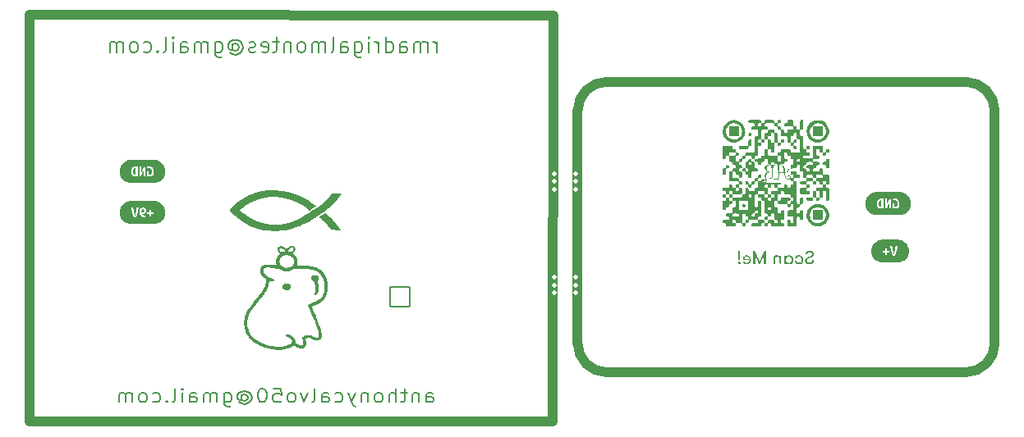
<source format=gbr>
G04 #@! TF.GenerationSoftware,KiCad,Pcbnew,8.0.6*
G04 #@! TF.CreationDate,2025-12-03T01:38:51-06:00*
G04 #@! TF.ProjectId,WirelessChargerPCB,57697265-6c65-4737-9343-686172676572,rev?*
G04 #@! TF.SameCoordinates,Original*
G04 #@! TF.FileFunction,Legend,Bot*
G04 #@! TF.FilePolarity,Positive*
%FSLAX46Y46*%
G04 Gerber Fmt 4.6, Leading zero omitted, Abs format (unit mm)*
G04 Created by KiCad (PCBNEW 8.0.6) date 2025-12-03 01:38:51*
%MOMM*%
%LPD*%
G01*
G04 APERTURE LIST*
G04 Aperture macros list*
%AMRoundRect*
0 Rectangle with rounded corners*
0 $1 Rounding radius*
0 $2 $3 $4 $5 $6 $7 $8 $9 X,Y pos of 4 corners*
0 Add a 4 corners polygon primitive as box body*
4,1,4,$2,$3,$4,$5,$6,$7,$8,$9,$2,$3,0*
0 Add four circle primitives for the rounded corners*
1,1,$1+$1,$2,$3*
1,1,$1+$1,$4,$5*
1,1,$1+$1,$6,$7*
1,1,$1+$1,$8,$9*
0 Add four rect primitives between the rounded corners*
20,1,$1+$1,$2,$3,$4,$5,0*
20,1,$1+$1,$4,$5,$6,$7,0*
20,1,$1+$1,$6,$7,$8,$9,0*
20,1,$1+$1,$8,$9,$2,$3,0*%
G04 Aperture macros list end*
%ADD10C,1.000000*%
%ADD11C,0.150000*%
%ADD12C,0.000000*%
%ADD13C,3.200000*%
%ADD14R,3.000000X3.000000*%
%ADD15C,3.000000*%
%ADD16R,1.700000X1.700000*%
%ADD17O,1.700000X1.700000*%
%ADD18R,1.600000X1.600000*%
%ADD19O,1.600000X1.600000*%
%ADD20C,1.800000*%
%ADD21C,1.734000*%
%ADD22RoundRect,0.102000X0.997500X0.997500X-0.997500X0.997500X-0.997500X-0.997500X0.997500X-0.997500X0*%
%ADD23C,2.199000*%
%ADD24C,1.440000*%
%ADD25C,0.500000*%
%ADD26R,1.710000X1.800000*%
%ADD27O,1.710000X1.800000*%
G04 APERTURE END LIST*
D10*
X155300000Y-85390000D02*
X192300000Y-85390000D01*
X195300000Y-112390000D02*
G75*
G02*
X192300000Y-115390000I-3000000J0D01*
G01*
X95755000Y-120455000D02*
X149755000Y-120495000D01*
X192300000Y-115390000D02*
X155300000Y-115390000D01*
X149765000Y-78525000D02*
X149755000Y-120495000D01*
X95765000Y-78485000D02*
X149765000Y-78525000D01*
X192300000Y-85390000D02*
G75*
G02*
X195300000Y-88390000I0J-3000000D01*
G01*
X195300000Y-88390000D02*
X195300000Y-112390000D01*
X152300000Y-88390000D02*
X152300000Y-112390000D01*
X152300000Y-88390000D02*
G75*
G02*
X155300000Y-85390000I3000000J0D01*
G01*
X95755000Y-120455000D02*
X95765000Y-78485000D01*
X155300000Y-115390000D02*
G75*
G02*
X152300000Y-112390000I0J3000000D01*
G01*
D11*
X137800363Y-82346390D02*
X137800363Y-81279723D01*
X137800363Y-81584485D02*
X137724173Y-81432104D01*
X137724173Y-81432104D02*
X137647982Y-81355914D01*
X137647982Y-81355914D02*
X137495601Y-81279723D01*
X137495601Y-81279723D02*
X137343220Y-81279723D01*
X136809887Y-82346390D02*
X136809887Y-81279723D01*
X136809887Y-81432104D02*
X136733697Y-81355914D01*
X136733697Y-81355914D02*
X136581316Y-81279723D01*
X136581316Y-81279723D02*
X136352744Y-81279723D01*
X136352744Y-81279723D02*
X136200363Y-81355914D01*
X136200363Y-81355914D02*
X136124173Y-81508295D01*
X136124173Y-81508295D02*
X136124173Y-82346390D01*
X136124173Y-81508295D02*
X136047982Y-81355914D01*
X136047982Y-81355914D02*
X135895601Y-81279723D01*
X135895601Y-81279723D02*
X135667030Y-81279723D01*
X135667030Y-81279723D02*
X135514649Y-81355914D01*
X135514649Y-81355914D02*
X135438459Y-81508295D01*
X135438459Y-81508295D02*
X135438459Y-82346390D01*
X133990840Y-82346390D02*
X133990840Y-81508295D01*
X133990840Y-81508295D02*
X134067030Y-81355914D01*
X134067030Y-81355914D02*
X134219411Y-81279723D01*
X134219411Y-81279723D02*
X134524173Y-81279723D01*
X134524173Y-81279723D02*
X134676554Y-81355914D01*
X133990840Y-82270200D02*
X134143221Y-82346390D01*
X134143221Y-82346390D02*
X134524173Y-82346390D01*
X134524173Y-82346390D02*
X134676554Y-82270200D01*
X134676554Y-82270200D02*
X134752745Y-82117819D01*
X134752745Y-82117819D02*
X134752745Y-81965438D01*
X134752745Y-81965438D02*
X134676554Y-81813057D01*
X134676554Y-81813057D02*
X134524173Y-81736866D01*
X134524173Y-81736866D02*
X134143221Y-81736866D01*
X134143221Y-81736866D02*
X133990840Y-81660676D01*
X132543221Y-82346390D02*
X132543221Y-80746390D01*
X132543221Y-82270200D02*
X132695602Y-82346390D01*
X132695602Y-82346390D02*
X133000364Y-82346390D01*
X133000364Y-82346390D02*
X133152745Y-82270200D01*
X133152745Y-82270200D02*
X133228935Y-82194009D01*
X133228935Y-82194009D02*
X133305126Y-82041628D01*
X133305126Y-82041628D02*
X133305126Y-81584485D01*
X133305126Y-81584485D02*
X133228935Y-81432104D01*
X133228935Y-81432104D02*
X133152745Y-81355914D01*
X133152745Y-81355914D02*
X133000364Y-81279723D01*
X133000364Y-81279723D02*
X132695602Y-81279723D01*
X132695602Y-81279723D02*
X132543221Y-81355914D01*
X131781316Y-82346390D02*
X131781316Y-81279723D01*
X131781316Y-81584485D02*
X131705126Y-81432104D01*
X131705126Y-81432104D02*
X131628935Y-81355914D01*
X131628935Y-81355914D02*
X131476554Y-81279723D01*
X131476554Y-81279723D02*
X131324173Y-81279723D01*
X130790840Y-82346390D02*
X130790840Y-81279723D01*
X130790840Y-80746390D02*
X130867031Y-80822580D01*
X130867031Y-80822580D02*
X130790840Y-80898771D01*
X130790840Y-80898771D02*
X130714650Y-80822580D01*
X130714650Y-80822580D02*
X130790840Y-80746390D01*
X130790840Y-80746390D02*
X130790840Y-80898771D01*
X129343221Y-81279723D02*
X129343221Y-82574961D01*
X129343221Y-82574961D02*
X129419411Y-82727342D01*
X129419411Y-82727342D02*
X129495602Y-82803533D01*
X129495602Y-82803533D02*
X129647983Y-82879723D01*
X129647983Y-82879723D02*
X129876554Y-82879723D01*
X129876554Y-82879723D02*
X130028935Y-82803533D01*
X129343221Y-82270200D02*
X129495602Y-82346390D01*
X129495602Y-82346390D02*
X129800364Y-82346390D01*
X129800364Y-82346390D02*
X129952745Y-82270200D01*
X129952745Y-82270200D02*
X130028935Y-82194009D01*
X130028935Y-82194009D02*
X130105126Y-82041628D01*
X130105126Y-82041628D02*
X130105126Y-81584485D01*
X130105126Y-81584485D02*
X130028935Y-81432104D01*
X130028935Y-81432104D02*
X129952745Y-81355914D01*
X129952745Y-81355914D02*
X129800364Y-81279723D01*
X129800364Y-81279723D02*
X129495602Y-81279723D01*
X129495602Y-81279723D02*
X129343221Y-81355914D01*
X127895602Y-82346390D02*
X127895602Y-81508295D01*
X127895602Y-81508295D02*
X127971792Y-81355914D01*
X127971792Y-81355914D02*
X128124173Y-81279723D01*
X128124173Y-81279723D02*
X128428935Y-81279723D01*
X128428935Y-81279723D02*
X128581316Y-81355914D01*
X127895602Y-82270200D02*
X128047983Y-82346390D01*
X128047983Y-82346390D02*
X128428935Y-82346390D01*
X128428935Y-82346390D02*
X128581316Y-82270200D01*
X128581316Y-82270200D02*
X128657507Y-82117819D01*
X128657507Y-82117819D02*
X128657507Y-81965438D01*
X128657507Y-81965438D02*
X128581316Y-81813057D01*
X128581316Y-81813057D02*
X128428935Y-81736866D01*
X128428935Y-81736866D02*
X128047983Y-81736866D01*
X128047983Y-81736866D02*
X127895602Y-81660676D01*
X126905126Y-82346390D02*
X127057507Y-82270200D01*
X127057507Y-82270200D02*
X127133697Y-82117819D01*
X127133697Y-82117819D02*
X127133697Y-80746390D01*
X126295602Y-82346390D02*
X126295602Y-81279723D01*
X126295602Y-81432104D02*
X126219412Y-81355914D01*
X126219412Y-81355914D02*
X126067031Y-81279723D01*
X126067031Y-81279723D02*
X125838459Y-81279723D01*
X125838459Y-81279723D02*
X125686078Y-81355914D01*
X125686078Y-81355914D02*
X125609888Y-81508295D01*
X125609888Y-81508295D02*
X125609888Y-82346390D01*
X125609888Y-81508295D02*
X125533697Y-81355914D01*
X125533697Y-81355914D02*
X125381316Y-81279723D01*
X125381316Y-81279723D02*
X125152745Y-81279723D01*
X125152745Y-81279723D02*
X125000364Y-81355914D01*
X125000364Y-81355914D02*
X124924174Y-81508295D01*
X124924174Y-81508295D02*
X124924174Y-82346390D01*
X123933698Y-82346390D02*
X124086079Y-82270200D01*
X124086079Y-82270200D02*
X124162269Y-82194009D01*
X124162269Y-82194009D02*
X124238460Y-82041628D01*
X124238460Y-82041628D02*
X124238460Y-81584485D01*
X124238460Y-81584485D02*
X124162269Y-81432104D01*
X124162269Y-81432104D02*
X124086079Y-81355914D01*
X124086079Y-81355914D02*
X123933698Y-81279723D01*
X123933698Y-81279723D02*
X123705126Y-81279723D01*
X123705126Y-81279723D02*
X123552745Y-81355914D01*
X123552745Y-81355914D02*
X123476555Y-81432104D01*
X123476555Y-81432104D02*
X123400364Y-81584485D01*
X123400364Y-81584485D02*
X123400364Y-82041628D01*
X123400364Y-82041628D02*
X123476555Y-82194009D01*
X123476555Y-82194009D02*
X123552745Y-82270200D01*
X123552745Y-82270200D02*
X123705126Y-82346390D01*
X123705126Y-82346390D02*
X123933698Y-82346390D01*
X122714650Y-81279723D02*
X122714650Y-82346390D01*
X122714650Y-81432104D02*
X122638460Y-81355914D01*
X122638460Y-81355914D02*
X122486079Y-81279723D01*
X122486079Y-81279723D02*
X122257507Y-81279723D01*
X122257507Y-81279723D02*
X122105126Y-81355914D01*
X122105126Y-81355914D02*
X122028936Y-81508295D01*
X122028936Y-81508295D02*
X122028936Y-82346390D01*
X121495603Y-81279723D02*
X120886079Y-81279723D01*
X121267031Y-80746390D02*
X121267031Y-82117819D01*
X121267031Y-82117819D02*
X121190841Y-82270200D01*
X121190841Y-82270200D02*
X121038460Y-82346390D01*
X121038460Y-82346390D02*
X120886079Y-82346390D01*
X119743221Y-82270200D02*
X119895602Y-82346390D01*
X119895602Y-82346390D02*
X120200364Y-82346390D01*
X120200364Y-82346390D02*
X120352745Y-82270200D01*
X120352745Y-82270200D02*
X120428936Y-82117819D01*
X120428936Y-82117819D02*
X120428936Y-81508295D01*
X120428936Y-81508295D02*
X120352745Y-81355914D01*
X120352745Y-81355914D02*
X120200364Y-81279723D01*
X120200364Y-81279723D02*
X119895602Y-81279723D01*
X119895602Y-81279723D02*
X119743221Y-81355914D01*
X119743221Y-81355914D02*
X119667031Y-81508295D01*
X119667031Y-81508295D02*
X119667031Y-81660676D01*
X119667031Y-81660676D02*
X120428936Y-81813057D01*
X119057507Y-82270200D02*
X118905126Y-82346390D01*
X118905126Y-82346390D02*
X118600364Y-82346390D01*
X118600364Y-82346390D02*
X118447983Y-82270200D01*
X118447983Y-82270200D02*
X118371792Y-82117819D01*
X118371792Y-82117819D02*
X118371792Y-82041628D01*
X118371792Y-82041628D02*
X118447983Y-81889247D01*
X118447983Y-81889247D02*
X118600364Y-81813057D01*
X118600364Y-81813057D02*
X118828935Y-81813057D01*
X118828935Y-81813057D02*
X118981316Y-81736866D01*
X118981316Y-81736866D02*
X119057507Y-81584485D01*
X119057507Y-81584485D02*
X119057507Y-81508295D01*
X119057507Y-81508295D02*
X118981316Y-81355914D01*
X118981316Y-81355914D02*
X118828935Y-81279723D01*
X118828935Y-81279723D02*
X118600364Y-81279723D01*
X118600364Y-81279723D02*
X118447983Y-81355914D01*
X116695602Y-81584485D02*
X116771792Y-81508295D01*
X116771792Y-81508295D02*
X116924173Y-81432104D01*
X116924173Y-81432104D02*
X117076554Y-81432104D01*
X117076554Y-81432104D02*
X117228935Y-81508295D01*
X117228935Y-81508295D02*
X117305126Y-81584485D01*
X117305126Y-81584485D02*
X117381316Y-81736866D01*
X117381316Y-81736866D02*
X117381316Y-81889247D01*
X117381316Y-81889247D02*
X117305126Y-82041628D01*
X117305126Y-82041628D02*
X117228935Y-82117819D01*
X117228935Y-82117819D02*
X117076554Y-82194009D01*
X117076554Y-82194009D02*
X116924173Y-82194009D01*
X116924173Y-82194009D02*
X116771792Y-82117819D01*
X116771792Y-82117819D02*
X116695602Y-82041628D01*
X116695602Y-81432104D02*
X116695602Y-82041628D01*
X116695602Y-82041628D02*
X116619411Y-82117819D01*
X116619411Y-82117819D02*
X116543221Y-82117819D01*
X116543221Y-82117819D02*
X116390840Y-82041628D01*
X116390840Y-82041628D02*
X116314650Y-81889247D01*
X116314650Y-81889247D02*
X116314650Y-81508295D01*
X116314650Y-81508295D02*
X116467031Y-81279723D01*
X116467031Y-81279723D02*
X116695602Y-81127342D01*
X116695602Y-81127342D02*
X117000364Y-81051152D01*
X117000364Y-81051152D02*
X117305126Y-81127342D01*
X117305126Y-81127342D02*
X117533697Y-81279723D01*
X117533697Y-81279723D02*
X117686078Y-81508295D01*
X117686078Y-81508295D02*
X117762269Y-81813057D01*
X117762269Y-81813057D02*
X117686078Y-82117819D01*
X117686078Y-82117819D02*
X117533697Y-82346390D01*
X117533697Y-82346390D02*
X117305126Y-82498771D01*
X117305126Y-82498771D02*
X117000364Y-82574961D01*
X117000364Y-82574961D02*
X116695602Y-82498771D01*
X116695602Y-82498771D02*
X116467031Y-82346390D01*
X114943221Y-81279723D02*
X114943221Y-82574961D01*
X114943221Y-82574961D02*
X115019411Y-82727342D01*
X115019411Y-82727342D02*
X115095602Y-82803533D01*
X115095602Y-82803533D02*
X115247983Y-82879723D01*
X115247983Y-82879723D02*
X115476554Y-82879723D01*
X115476554Y-82879723D02*
X115628935Y-82803533D01*
X114943221Y-82270200D02*
X115095602Y-82346390D01*
X115095602Y-82346390D02*
X115400364Y-82346390D01*
X115400364Y-82346390D02*
X115552745Y-82270200D01*
X115552745Y-82270200D02*
X115628935Y-82194009D01*
X115628935Y-82194009D02*
X115705126Y-82041628D01*
X115705126Y-82041628D02*
X115705126Y-81584485D01*
X115705126Y-81584485D02*
X115628935Y-81432104D01*
X115628935Y-81432104D02*
X115552745Y-81355914D01*
X115552745Y-81355914D02*
X115400364Y-81279723D01*
X115400364Y-81279723D02*
X115095602Y-81279723D01*
X115095602Y-81279723D02*
X114943221Y-81355914D01*
X114181316Y-82346390D02*
X114181316Y-81279723D01*
X114181316Y-81432104D02*
X114105126Y-81355914D01*
X114105126Y-81355914D02*
X113952745Y-81279723D01*
X113952745Y-81279723D02*
X113724173Y-81279723D01*
X113724173Y-81279723D02*
X113571792Y-81355914D01*
X113571792Y-81355914D02*
X113495602Y-81508295D01*
X113495602Y-81508295D02*
X113495602Y-82346390D01*
X113495602Y-81508295D02*
X113419411Y-81355914D01*
X113419411Y-81355914D02*
X113267030Y-81279723D01*
X113267030Y-81279723D02*
X113038459Y-81279723D01*
X113038459Y-81279723D02*
X112886078Y-81355914D01*
X112886078Y-81355914D02*
X112809888Y-81508295D01*
X112809888Y-81508295D02*
X112809888Y-82346390D01*
X111362269Y-82346390D02*
X111362269Y-81508295D01*
X111362269Y-81508295D02*
X111438459Y-81355914D01*
X111438459Y-81355914D02*
X111590840Y-81279723D01*
X111590840Y-81279723D02*
X111895602Y-81279723D01*
X111895602Y-81279723D02*
X112047983Y-81355914D01*
X111362269Y-82270200D02*
X111514650Y-82346390D01*
X111514650Y-82346390D02*
X111895602Y-82346390D01*
X111895602Y-82346390D02*
X112047983Y-82270200D01*
X112047983Y-82270200D02*
X112124174Y-82117819D01*
X112124174Y-82117819D02*
X112124174Y-81965438D01*
X112124174Y-81965438D02*
X112047983Y-81813057D01*
X112047983Y-81813057D02*
X111895602Y-81736866D01*
X111895602Y-81736866D02*
X111514650Y-81736866D01*
X111514650Y-81736866D02*
X111362269Y-81660676D01*
X110600364Y-82346390D02*
X110600364Y-81279723D01*
X110600364Y-80746390D02*
X110676555Y-80822580D01*
X110676555Y-80822580D02*
X110600364Y-80898771D01*
X110600364Y-80898771D02*
X110524174Y-80822580D01*
X110524174Y-80822580D02*
X110600364Y-80746390D01*
X110600364Y-80746390D02*
X110600364Y-80898771D01*
X109609888Y-82346390D02*
X109762269Y-82270200D01*
X109762269Y-82270200D02*
X109838459Y-82117819D01*
X109838459Y-82117819D02*
X109838459Y-80746390D01*
X109000364Y-82194009D02*
X108924174Y-82270200D01*
X108924174Y-82270200D02*
X109000364Y-82346390D01*
X109000364Y-82346390D02*
X109076555Y-82270200D01*
X109076555Y-82270200D02*
X109000364Y-82194009D01*
X109000364Y-82194009D02*
X109000364Y-82346390D01*
X107552745Y-82270200D02*
X107705126Y-82346390D01*
X107705126Y-82346390D02*
X108009888Y-82346390D01*
X108009888Y-82346390D02*
X108162269Y-82270200D01*
X108162269Y-82270200D02*
X108238459Y-82194009D01*
X108238459Y-82194009D02*
X108314650Y-82041628D01*
X108314650Y-82041628D02*
X108314650Y-81584485D01*
X108314650Y-81584485D02*
X108238459Y-81432104D01*
X108238459Y-81432104D02*
X108162269Y-81355914D01*
X108162269Y-81355914D02*
X108009888Y-81279723D01*
X108009888Y-81279723D02*
X107705126Y-81279723D01*
X107705126Y-81279723D02*
X107552745Y-81355914D01*
X106638459Y-82346390D02*
X106790840Y-82270200D01*
X106790840Y-82270200D02*
X106867030Y-82194009D01*
X106867030Y-82194009D02*
X106943221Y-82041628D01*
X106943221Y-82041628D02*
X106943221Y-81584485D01*
X106943221Y-81584485D02*
X106867030Y-81432104D01*
X106867030Y-81432104D02*
X106790840Y-81355914D01*
X106790840Y-81355914D02*
X106638459Y-81279723D01*
X106638459Y-81279723D02*
X106409887Y-81279723D01*
X106409887Y-81279723D02*
X106257506Y-81355914D01*
X106257506Y-81355914D02*
X106181316Y-81432104D01*
X106181316Y-81432104D02*
X106105125Y-81584485D01*
X106105125Y-81584485D02*
X106105125Y-82041628D01*
X106105125Y-82041628D02*
X106181316Y-82194009D01*
X106181316Y-82194009D02*
X106257506Y-82270200D01*
X106257506Y-82270200D02*
X106409887Y-82346390D01*
X106409887Y-82346390D02*
X106638459Y-82346390D01*
X105419411Y-82346390D02*
X105419411Y-81279723D01*
X105419411Y-81432104D02*
X105343221Y-81355914D01*
X105343221Y-81355914D02*
X105190840Y-81279723D01*
X105190840Y-81279723D02*
X104962268Y-81279723D01*
X104962268Y-81279723D02*
X104809887Y-81355914D01*
X104809887Y-81355914D02*
X104733697Y-81508295D01*
X104733697Y-81508295D02*
X104733697Y-82346390D01*
X104733697Y-81508295D02*
X104657506Y-81355914D01*
X104657506Y-81355914D02*
X104505125Y-81279723D01*
X104505125Y-81279723D02*
X104276554Y-81279723D01*
X104276554Y-81279723D02*
X104124173Y-81355914D01*
X104124173Y-81355914D02*
X104047983Y-81508295D01*
X104047983Y-81508295D02*
X104047983Y-82346390D01*
X136679649Y-118465866D02*
X136679649Y-117732533D01*
X136679649Y-117732533D02*
X136755839Y-117599200D01*
X136755839Y-117599200D02*
X136908220Y-117532533D01*
X136908220Y-117532533D02*
X137212982Y-117532533D01*
X137212982Y-117532533D02*
X137365363Y-117599200D01*
X136679649Y-118399200D02*
X136832030Y-118465866D01*
X136832030Y-118465866D02*
X137212982Y-118465866D01*
X137212982Y-118465866D02*
X137365363Y-118399200D01*
X137365363Y-118399200D02*
X137441554Y-118265866D01*
X137441554Y-118265866D02*
X137441554Y-118132533D01*
X137441554Y-118132533D02*
X137365363Y-117999200D01*
X137365363Y-117999200D02*
X137212982Y-117932533D01*
X137212982Y-117932533D02*
X136832030Y-117932533D01*
X136832030Y-117932533D02*
X136679649Y-117865866D01*
X135917744Y-117532533D02*
X135917744Y-118465866D01*
X135917744Y-117665866D02*
X135841554Y-117599200D01*
X135841554Y-117599200D02*
X135689173Y-117532533D01*
X135689173Y-117532533D02*
X135460601Y-117532533D01*
X135460601Y-117532533D02*
X135308220Y-117599200D01*
X135308220Y-117599200D02*
X135232030Y-117732533D01*
X135232030Y-117732533D02*
X135232030Y-118465866D01*
X134698697Y-117532533D02*
X134089173Y-117532533D01*
X134470125Y-117065866D02*
X134470125Y-118265866D01*
X134470125Y-118265866D02*
X134393935Y-118399200D01*
X134393935Y-118399200D02*
X134241554Y-118465866D01*
X134241554Y-118465866D02*
X134089173Y-118465866D01*
X133555839Y-118465866D02*
X133555839Y-117065866D01*
X132870125Y-118465866D02*
X132870125Y-117732533D01*
X132870125Y-117732533D02*
X132946315Y-117599200D01*
X132946315Y-117599200D02*
X133098696Y-117532533D01*
X133098696Y-117532533D02*
X133327268Y-117532533D01*
X133327268Y-117532533D02*
X133479649Y-117599200D01*
X133479649Y-117599200D02*
X133555839Y-117665866D01*
X131879649Y-118465866D02*
X132032030Y-118399200D01*
X132032030Y-118399200D02*
X132108220Y-118332533D01*
X132108220Y-118332533D02*
X132184411Y-118199200D01*
X132184411Y-118199200D02*
X132184411Y-117799200D01*
X132184411Y-117799200D02*
X132108220Y-117665866D01*
X132108220Y-117665866D02*
X132032030Y-117599200D01*
X132032030Y-117599200D02*
X131879649Y-117532533D01*
X131879649Y-117532533D02*
X131651077Y-117532533D01*
X131651077Y-117532533D02*
X131498696Y-117599200D01*
X131498696Y-117599200D02*
X131422506Y-117665866D01*
X131422506Y-117665866D02*
X131346315Y-117799200D01*
X131346315Y-117799200D02*
X131346315Y-118199200D01*
X131346315Y-118199200D02*
X131422506Y-118332533D01*
X131422506Y-118332533D02*
X131498696Y-118399200D01*
X131498696Y-118399200D02*
X131651077Y-118465866D01*
X131651077Y-118465866D02*
X131879649Y-118465866D01*
X130660601Y-117532533D02*
X130660601Y-118465866D01*
X130660601Y-117665866D02*
X130584411Y-117599200D01*
X130584411Y-117599200D02*
X130432030Y-117532533D01*
X130432030Y-117532533D02*
X130203458Y-117532533D01*
X130203458Y-117532533D02*
X130051077Y-117599200D01*
X130051077Y-117599200D02*
X129974887Y-117732533D01*
X129974887Y-117732533D02*
X129974887Y-118465866D01*
X129365363Y-117532533D02*
X128984411Y-118465866D01*
X128603458Y-117532533D02*
X128984411Y-118465866D01*
X128984411Y-118465866D02*
X129136792Y-118799200D01*
X129136792Y-118799200D02*
X129212982Y-118865866D01*
X129212982Y-118865866D02*
X129365363Y-118932533D01*
X127308220Y-118399200D02*
X127460601Y-118465866D01*
X127460601Y-118465866D02*
X127765363Y-118465866D01*
X127765363Y-118465866D02*
X127917744Y-118399200D01*
X127917744Y-118399200D02*
X127993934Y-118332533D01*
X127993934Y-118332533D02*
X128070125Y-118199200D01*
X128070125Y-118199200D02*
X128070125Y-117799200D01*
X128070125Y-117799200D02*
X127993934Y-117665866D01*
X127993934Y-117665866D02*
X127917744Y-117599200D01*
X127917744Y-117599200D02*
X127765363Y-117532533D01*
X127765363Y-117532533D02*
X127460601Y-117532533D01*
X127460601Y-117532533D02*
X127308220Y-117599200D01*
X125936791Y-118465866D02*
X125936791Y-117732533D01*
X125936791Y-117732533D02*
X126012981Y-117599200D01*
X126012981Y-117599200D02*
X126165362Y-117532533D01*
X126165362Y-117532533D02*
X126470124Y-117532533D01*
X126470124Y-117532533D02*
X126622505Y-117599200D01*
X125936791Y-118399200D02*
X126089172Y-118465866D01*
X126089172Y-118465866D02*
X126470124Y-118465866D01*
X126470124Y-118465866D02*
X126622505Y-118399200D01*
X126622505Y-118399200D02*
X126698696Y-118265866D01*
X126698696Y-118265866D02*
X126698696Y-118132533D01*
X126698696Y-118132533D02*
X126622505Y-117999200D01*
X126622505Y-117999200D02*
X126470124Y-117932533D01*
X126470124Y-117932533D02*
X126089172Y-117932533D01*
X126089172Y-117932533D02*
X125936791Y-117865866D01*
X124946315Y-118465866D02*
X125098696Y-118399200D01*
X125098696Y-118399200D02*
X125174886Y-118265866D01*
X125174886Y-118265866D02*
X125174886Y-117065866D01*
X124489172Y-117532533D02*
X124108220Y-118465866D01*
X124108220Y-118465866D02*
X123727267Y-117532533D01*
X122889172Y-118465866D02*
X123041553Y-118399200D01*
X123041553Y-118399200D02*
X123117743Y-118332533D01*
X123117743Y-118332533D02*
X123193934Y-118199200D01*
X123193934Y-118199200D02*
X123193934Y-117799200D01*
X123193934Y-117799200D02*
X123117743Y-117665866D01*
X123117743Y-117665866D02*
X123041553Y-117599200D01*
X123041553Y-117599200D02*
X122889172Y-117532533D01*
X122889172Y-117532533D02*
X122660600Y-117532533D01*
X122660600Y-117532533D02*
X122508219Y-117599200D01*
X122508219Y-117599200D02*
X122432029Y-117665866D01*
X122432029Y-117665866D02*
X122355838Y-117799200D01*
X122355838Y-117799200D02*
X122355838Y-118199200D01*
X122355838Y-118199200D02*
X122432029Y-118332533D01*
X122432029Y-118332533D02*
X122508219Y-118399200D01*
X122508219Y-118399200D02*
X122660600Y-118465866D01*
X122660600Y-118465866D02*
X122889172Y-118465866D01*
X120908219Y-117065866D02*
X121670124Y-117065866D01*
X121670124Y-117065866D02*
X121746315Y-117732533D01*
X121746315Y-117732533D02*
X121670124Y-117665866D01*
X121670124Y-117665866D02*
X121517743Y-117599200D01*
X121517743Y-117599200D02*
X121136791Y-117599200D01*
X121136791Y-117599200D02*
X120984410Y-117665866D01*
X120984410Y-117665866D02*
X120908219Y-117732533D01*
X120908219Y-117732533D02*
X120832029Y-117865866D01*
X120832029Y-117865866D02*
X120832029Y-118199200D01*
X120832029Y-118199200D02*
X120908219Y-118332533D01*
X120908219Y-118332533D02*
X120984410Y-118399200D01*
X120984410Y-118399200D02*
X121136791Y-118465866D01*
X121136791Y-118465866D02*
X121517743Y-118465866D01*
X121517743Y-118465866D02*
X121670124Y-118399200D01*
X121670124Y-118399200D02*
X121746315Y-118332533D01*
X119841552Y-117065866D02*
X119689171Y-117065866D01*
X119689171Y-117065866D02*
X119536790Y-117132533D01*
X119536790Y-117132533D02*
X119460600Y-117199200D01*
X119460600Y-117199200D02*
X119384409Y-117332533D01*
X119384409Y-117332533D02*
X119308219Y-117599200D01*
X119308219Y-117599200D02*
X119308219Y-117932533D01*
X119308219Y-117932533D02*
X119384409Y-118199200D01*
X119384409Y-118199200D02*
X119460600Y-118332533D01*
X119460600Y-118332533D02*
X119536790Y-118399200D01*
X119536790Y-118399200D02*
X119689171Y-118465866D01*
X119689171Y-118465866D02*
X119841552Y-118465866D01*
X119841552Y-118465866D02*
X119993933Y-118399200D01*
X119993933Y-118399200D02*
X120070124Y-118332533D01*
X120070124Y-118332533D02*
X120146314Y-118199200D01*
X120146314Y-118199200D02*
X120222505Y-117932533D01*
X120222505Y-117932533D02*
X120222505Y-117599200D01*
X120222505Y-117599200D02*
X120146314Y-117332533D01*
X120146314Y-117332533D02*
X120070124Y-117199200D01*
X120070124Y-117199200D02*
X119993933Y-117132533D01*
X119993933Y-117132533D02*
X119841552Y-117065866D01*
X117632028Y-117799200D02*
X117708218Y-117732533D01*
X117708218Y-117732533D02*
X117860599Y-117665866D01*
X117860599Y-117665866D02*
X118012980Y-117665866D01*
X118012980Y-117665866D02*
X118165361Y-117732533D01*
X118165361Y-117732533D02*
X118241552Y-117799200D01*
X118241552Y-117799200D02*
X118317742Y-117932533D01*
X118317742Y-117932533D02*
X118317742Y-118065866D01*
X118317742Y-118065866D02*
X118241552Y-118199200D01*
X118241552Y-118199200D02*
X118165361Y-118265866D01*
X118165361Y-118265866D02*
X118012980Y-118332533D01*
X118012980Y-118332533D02*
X117860599Y-118332533D01*
X117860599Y-118332533D02*
X117708218Y-118265866D01*
X117708218Y-118265866D02*
X117632028Y-118199200D01*
X117632028Y-117665866D02*
X117632028Y-118199200D01*
X117632028Y-118199200D02*
X117555837Y-118265866D01*
X117555837Y-118265866D02*
X117479647Y-118265866D01*
X117479647Y-118265866D02*
X117327266Y-118199200D01*
X117327266Y-118199200D02*
X117251076Y-118065866D01*
X117251076Y-118065866D02*
X117251076Y-117732533D01*
X117251076Y-117732533D02*
X117403457Y-117532533D01*
X117403457Y-117532533D02*
X117632028Y-117399200D01*
X117632028Y-117399200D02*
X117936790Y-117332533D01*
X117936790Y-117332533D02*
X118241552Y-117399200D01*
X118241552Y-117399200D02*
X118470123Y-117532533D01*
X118470123Y-117532533D02*
X118622504Y-117732533D01*
X118622504Y-117732533D02*
X118698695Y-117999200D01*
X118698695Y-117999200D02*
X118622504Y-118265866D01*
X118622504Y-118265866D02*
X118470123Y-118465866D01*
X118470123Y-118465866D02*
X118241552Y-118599200D01*
X118241552Y-118599200D02*
X117936790Y-118665866D01*
X117936790Y-118665866D02*
X117632028Y-118599200D01*
X117632028Y-118599200D02*
X117403457Y-118465866D01*
X115879647Y-117532533D02*
X115879647Y-118665866D01*
X115879647Y-118665866D02*
X115955837Y-118799200D01*
X115955837Y-118799200D02*
X116032028Y-118865866D01*
X116032028Y-118865866D02*
X116184409Y-118932533D01*
X116184409Y-118932533D02*
X116412980Y-118932533D01*
X116412980Y-118932533D02*
X116565361Y-118865866D01*
X115879647Y-118399200D02*
X116032028Y-118465866D01*
X116032028Y-118465866D02*
X116336790Y-118465866D01*
X116336790Y-118465866D02*
X116489171Y-118399200D01*
X116489171Y-118399200D02*
X116565361Y-118332533D01*
X116565361Y-118332533D02*
X116641552Y-118199200D01*
X116641552Y-118199200D02*
X116641552Y-117799200D01*
X116641552Y-117799200D02*
X116565361Y-117665866D01*
X116565361Y-117665866D02*
X116489171Y-117599200D01*
X116489171Y-117599200D02*
X116336790Y-117532533D01*
X116336790Y-117532533D02*
X116032028Y-117532533D01*
X116032028Y-117532533D02*
X115879647Y-117599200D01*
X115117742Y-118465866D02*
X115117742Y-117532533D01*
X115117742Y-117665866D02*
X115041552Y-117599200D01*
X115041552Y-117599200D02*
X114889171Y-117532533D01*
X114889171Y-117532533D02*
X114660599Y-117532533D01*
X114660599Y-117532533D02*
X114508218Y-117599200D01*
X114508218Y-117599200D02*
X114432028Y-117732533D01*
X114432028Y-117732533D02*
X114432028Y-118465866D01*
X114432028Y-117732533D02*
X114355837Y-117599200D01*
X114355837Y-117599200D02*
X114203456Y-117532533D01*
X114203456Y-117532533D02*
X113974885Y-117532533D01*
X113974885Y-117532533D02*
X113822504Y-117599200D01*
X113822504Y-117599200D02*
X113746314Y-117732533D01*
X113746314Y-117732533D02*
X113746314Y-118465866D01*
X112298695Y-118465866D02*
X112298695Y-117732533D01*
X112298695Y-117732533D02*
X112374885Y-117599200D01*
X112374885Y-117599200D02*
X112527266Y-117532533D01*
X112527266Y-117532533D02*
X112832028Y-117532533D01*
X112832028Y-117532533D02*
X112984409Y-117599200D01*
X112298695Y-118399200D02*
X112451076Y-118465866D01*
X112451076Y-118465866D02*
X112832028Y-118465866D01*
X112832028Y-118465866D02*
X112984409Y-118399200D01*
X112984409Y-118399200D02*
X113060600Y-118265866D01*
X113060600Y-118265866D02*
X113060600Y-118132533D01*
X113060600Y-118132533D02*
X112984409Y-117999200D01*
X112984409Y-117999200D02*
X112832028Y-117932533D01*
X112832028Y-117932533D02*
X112451076Y-117932533D01*
X112451076Y-117932533D02*
X112298695Y-117865866D01*
X111536790Y-118465866D02*
X111536790Y-117532533D01*
X111536790Y-117065866D02*
X111612981Y-117132533D01*
X111612981Y-117132533D02*
X111536790Y-117199200D01*
X111536790Y-117199200D02*
X111460600Y-117132533D01*
X111460600Y-117132533D02*
X111536790Y-117065866D01*
X111536790Y-117065866D02*
X111536790Y-117199200D01*
X110546314Y-118465866D02*
X110698695Y-118399200D01*
X110698695Y-118399200D02*
X110774885Y-118265866D01*
X110774885Y-118265866D02*
X110774885Y-117065866D01*
X109936790Y-118332533D02*
X109860600Y-118399200D01*
X109860600Y-118399200D02*
X109936790Y-118465866D01*
X109936790Y-118465866D02*
X110012981Y-118399200D01*
X110012981Y-118399200D02*
X109936790Y-118332533D01*
X109936790Y-118332533D02*
X109936790Y-118465866D01*
X108489171Y-118399200D02*
X108641552Y-118465866D01*
X108641552Y-118465866D02*
X108946314Y-118465866D01*
X108946314Y-118465866D02*
X109098695Y-118399200D01*
X109098695Y-118399200D02*
X109174885Y-118332533D01*
X109174885Y-118332533D02*
X109251076Y-118199200D01*
X109251076Y-118199200D02*
X109251076Y-117799200D01*
X109251076Y-117799200D02*
X109174885Y-117665866D01*
X109174885Y-117665866D02*
X109098695Y-117599200D01*
X109098695Y-117599200D02*
X108946314Y-117532533D01*
X108946314Y-117532533D02*
X108641552Y-117532533D01*
X108641552Y-117532533D02*
X108489171Y-117599200D01*
X107574885Y-118465866D02*
X107727266Y-118399200D01*
X107727266Y-118399200D02*
X107803456Y-118332533D01*
X107803456Y-118332533D02*
X107879647Y-118199200D01*
X107879647Y-118199200D02*
X107879647Y-117799200D01*
X107879647Y-117799200D02*
X107803456Y-117665866D01*
X107803456Y-117665866D02*
X107727266Y-117599200D01*
X107727266Y-117599200D02*
X107574885Y-117532533D01*
X107574885Y-117532533D02*
X107346313Y-117532533D01*
X107346313Y-117532533D02*
X107193932Y-117599200D01*
X107193932Y-117599200D02*
X107117742Y-117665866D01*
X107117742Y-117665866D02*
X107041551Y-117799200D01*
X107041551Y-117799200D02*
X107041551Y-118199200D01*
X107041551Y-118199200D02*
X107117742Y-118332533D01*
X107117742Y-118332533D02*
X107193932Y-118399200D01*
X107193932Y-118399200D02*
X107346313Y-118465866D01*
X107346313Y-118465866D02*
X107574885Y-118465866D01*
X106355837Y-118465866D02*
X106355837Y-117532533D01*
X106355837Y-117665866D02*
X106279647Y-117599200D01*
X106279647Y-117599200D02*
X106127266Y-117532533D01*
X106127266Y-117532533D02*
X105898694Y-117532533D01*
X105898694Y-117532533D02*
X105746313Y-117599200D01*
X105746313Y-117599200D02*
X105670123Y-117732533D01*
X105670123Y-117732533D02*
X105670123Y-118465866D01*
X105670123Y-117732533D02*
X105593932Y-117599200D01*
X105593932Y-117599200D02*
X105441551Y-117532533D01*
X105441551Y-117532533D02*
X105212980Y-117532533D01*
X105212980Y-117532533D02*
X105060599Y-117599200D01*
X105060599Y-117599200D02*
X104984409Y-117732533D01*
X104984409Y-117732533D02*
X104984409Y-118465866D01*
D12*
G36*
X168915909Y-90503353D02*
G01*
X168915909Y-91009008D01*
X168413918Y-91009008D01*
X167911927Y-91009008D01*
X167911927Y-90503353D01*
X167911927Y-89997698D01*
X168413918Y-89997698D01*
X168915909Y-89997698D01*
X168915909Y-90503353D01*
G37*
G36*
X169040491Y-103305949D02*
G01*
X169040491Y-103789619D01*
X168945222Y-103789619D01*
X168849954Y-103789619D01*
X168849954Y-103305949D01*
X168849954Y-102822280D01*
X168945222Y-102822280D01*
X169040491Y-102822280D01*
X169040491Y-103305949D01*
G37*
G36*
X177570670Y-90503353D02*
G01*
X177570670Y-91009008D01*
X177068679Y-91009008D01*
X176566688Y-91009008D01*
X176566688Y-90503353D01*
X176566688Y-89997698D01*
X177068679Y-89997698D01*
X177570670Y-89997698D01*
X177570670Y-90503353D01*
G37*
G36*
X177570670Y-99158113D02*
G01*
X177570670Y-99656440D01*
X177068679Y-99656447D01*
X176566688Y-99656453D01*
X176570729Y-99158120D01*
X176574771Y-98659787D01*
X177072720Y-98659787D01*
X177570670Y-98659787D01*
X177570670Y-99158113D01*
G37*
G36*
X168988693Y-103958234D02*
G01*
X169041618Y-103993685D01*
X169046223Y-103998396D01*
X169075916Y-104041194D01*
X169084461Y-104090081D01*
X169084376Y-104095922D01*
X169073892Y-104143522D01*
X169041618Y-104186477D01*
X169036907Y-104191082D01*
X168994109Y-104220775D01*
X168945222Y-104229319D01*
X168943738Y-104229312D01*
X168886798Y-104216590D01*
X168843001Y-104184091D01*
X168814938Y-104138439D01*
X168805202Y-104086255D01*
X168816385Y-104034164D01*
X168851079Y-103988787D01*
X168873519Y-103972410D01*
X168931470Y-103951111D01*
X168988693Y-103958234D01*
G37*
G36*
X169487633Y-97988500D02*
G01*
X169535191Y-98003095D01*
X169564268Y-98033124D01*
X169578816Y-98081696D01*
X169582787Y-98151917D01*
X169582118Y-98186988D01*
X169575057Y-98251003D01*
X169559971Y-98290109D01*
X169554143Y-98297830D01*
X169538562Y-98311055D01*
X169514726Y-98318560D01*
X169475622Y-98321914D01*
X169414236Y-98322683D01*
X169385081Y-98322447D01*
X169321958Y-98317803D01*
X169281309Y-98303469D01*
X169258282Y-98274580D01*
X169248025Y-98226269D01*
X169245684Y-98153672D01*
X169247912Y-98087097D01*
X169257776Y-98039759D01*
X169279470Y-98011123D01*
X169317179Y-97995850D01*
X169375090Y-97988599D01*
X169417642Y-97986233D01*
X169487633Y-97988500D01*
G37*
G36*
X172117500Y-96989340D02*
G01*
X172163885Y-96992989D01*
X172193141Y-97001848D01*
X172213120Y-97017645D01*
X172223254Y-97031868D01*
X172241026Y-97081234D01*
X172248753Y-97143115D01*
X172246471Y-97207483D01*
X172234219Y-97264312D01*
X172212036Y-97303574D01*
X172188104Y-97316582D01*
X172145142Y-97323809D01*
X172078192Y-97326030D01*
X172041855Y-97325678D01*
X171982866Y-97320810D01*
X171945258Y-97306308D01*
X171924279Y-97277275D01*
X171915175Y-97228817D01*
X171913197Y-97156038D01*
X171913438Y-97127116D01*
X171918127Y-97064606D01*
X171932547Y-97024318D01*
X171961551Y-97001466D01*
X172009997Y-96991264D01*
X172082738Y-96988927D01*
X172117500Y-96989340D01*
G37*
G36*
X170122464Y-90672553D02*
G01*
X170178944Y-90678314D01*
X170214387Y-90694076D01*
X170233273Y-90724628D01*
X170240082Y-90774753D01*
X170239295Y-90849240D01*
X170237691Y-90889339D01*
X170234144Y-90935232D01*
X170227726Y-90962785D01*
X170216459Y-90978801D01*
X170198367Y-90990085D01*
X170161186Y-91002241D01*
X170102986Y-91009059D01*
X170040689Y-91007529D01*
X169985135Y-90998041D01*
X169947163Y-90980989D01*
X169941185Y-90975959D01*
X169925919Y-90958378D01*
X169917279Y-90934389D01*
X169913437Y-90896364D01*
X169912562Y-90836675D01*
X169912884Y-90796468D01*
X169917209Y-90738252D01*
X169930522Y-90701703D01*
X169957715Y-90681805D01*
X170003680Y-90673544D01*
X170073309Y-90671904D01*
X170122464Y-90672553D01*
G37*
G36*
X171766415Y-99319479D02*
G01*
X171829435Y-99323325D01*
X171870126Y-99336144D01*
X171893750Y-99362869D01*
X171905570Y-99408433D01*
X171910849Y-99477771D01*
X171911498Y-99492743D01*
X171912609Y-99547954D01*
X171909513Y-99583347D01*
X171900878Y-99606663D01*
X171885368Y-99625642D01*
X171867931Y-99639873D01*
X171841984Y-99650218D01*
X171802705Y-99655170D01*
X171742135Y-99656440D01*
X171712758Y-99656222D01*
X171650396Y-99651892D01*
X171610484Y-99638260D01*
X171588088Y-99610465D01*
X171578269Y-99563647D01*
X171576094Y-99492945D01*
X171576289Y-99467695D01*
X171580991Y-99401675D01*
X171595382Y-99358559D01*
X171623978Y-99333616D01*
X171671294Y-99322118D01*
X171741844Y-99319337D01*
X171766415Y-99319479D01*
G37*
G36*
X168175448Y-96992495D02*
G01*
X168199056Y-97001132D01*
X168218233Y-97016756D01*
X168230414Y-97031082D01*
X168241992Y-97056687D01*
X168247580Y-97094975D01*
X168249031Y-97154217D01*
X168248267Y-97192031D01*
X168241156Y-97254983D01*
X168226215Y-97293456D01*
X168223581Y-97297102D01*
X168208164Y-97312408D01*
X168185657Y-97321153D01*
X168148661Y-97325105D01*
X168089778Y-97326030D01*
X168053817Y-97325738D01*
X167992701Y-97321386D01*
X167953409Y-97308192D01*
X167930832Y-97281577D01*
X167919861Y-97236964D01*
X167915388Y-97169775D01*
X167914392Y-97133504D01*
X167916858Y-97071743D01*
X167929418Y-97031707D01*
X167956528Y-97008320D01*
X168002649Y-96996506D01*
X168072237Y-96991189D01*
X168083598Y-96990692D01*
X168139574Y-96989472D01*
X168175448Y-96992495D01*
G37*
G36*
X172829238Y-103295139D02*
G01*
X172836357Y-103295607D01*
X172941969Y-103313953D01*
X173026812Y-103352593D01*
X173091516Y-103411804D01*
X173129375Y-103459844D01*
X173129538Y-103390225D01*
X173129700Y-103320606D01*
X173210312Y-103320606D01*
X173290923Y-103320606D01*
X173290923Y-103760306D01*
X173290923Y-104200006D01*
X173211685Y-104200006D01*
X173132446Y-104200006D01*
X173127409Y-103925194D01*
X173125812Y-103846008D01*
X173123514Y-103767646D01*
X173120386Y-103709639D01*
X173115856Y-103666972D01*
X173109353Y-103634630D01*
X173100303Y-103607599D01*
X173088136Y-103580864D01*
X173078972Y-103563341D01*
X173030138Y-103498571D01*
X172968064Y-103458697D01*
X172889208Y-103441231D01*
X172874819Y-103440471D01*
X172799242Y-103451867D01*
X172735461Y-103490095D01*
X172683464Y-103555163D01*
X172673928Y-103573332D01*
X172665867Y-103595900D01*
X172659916Y-103625488D01*
X172655625Y-103666554D01*
X172652542Y-103723557D01*
X172650214Y-103800956D01*
X172648190Y-103903209D01*
X172643021Y-104200006D01*
X172563914Y-104200006D01*
X172484807Y-104200006D01*
X172484807Y-103864576D01*
X172484807Y-103529147D01*
X172525331Y-103450526D01*
X172528831Y-103443811D01*
X172559044Y-103395223D01*
X172594343Y-103361243D01*
X172646248Y-103330433D01*
X172685344Y-103311511D01*
X172726196Y-103297842D01*
X172769775Y-103293231D01*
X172829238Y-103295139D01*
G37*
G36*
X170821425Y-103375569D02*
G01*
X170838910Y-103416405D01*
X170888214Y-103531453D01*
X170933433Y-103636817D01*
X170973330Y-103729620D01*
X171006663Y-103806982D01*
X171032193Y-103866025D01*
X171048680Y-103903871D01*
X171054885Y-103917642D01*
X171055933Y-103916054D01*
X171066171Y-103894428D01*
X171086260Y-103849738D01*
X171114962Y-103784805D01*
X171151042Y-103702446D01*
X171193262Y-103605482D01*
X171240385Y-103496730D01*
X171291176Y-103379010D01*
X171524573Y-102836936D01*
X171608960Y-102836936D01*
X171693347Y-102836936D01*
X171693347Y-103518471D01*
X171693347Y-104200006D01*
X171605613Y-104200006D01*
X171517879Y-104200006D01*
X171514009Y-103736988D01*
X171510139Y-103273970D01*
X171319602Y-103737245D01*
X171129065Y-104200520D01*
X171057043Y-104196599D01*
X170985021Y-104192678D01*
X170798109Y-103740764D01*
X170766670Y-103664923D01*
X170724008Y-103562584D01*
X170685652Y-103471243D01*
X170652970Y-103394120D01*
X170627330Y-103334441D01*
X170610099Y-103295426D01*
X170602647Y-103280300D01*
X170601479Y-103283479D01*
X170599489Y-103310132D01*
X170597718Y-103360820D01*
X170596230Y-103432140D01*
X170595088Y-103520691D01*
X170594355Y-103623071D01*
X170594097Y-103735878D01*
X170594097Y-104200006D01*
X170506157Y-104200006D01*
X170418217Y-104200006D01*
X170418217Y-103518471D01*
X170418217Y-102836936D01*
X170504539Y-102836936D01*
X170590860Y-102836936D01*
X170821425Y-103375569D01*
G37*
G36*
X175275673Y-103318489D02*
G01*
X175371087Y-103367331D01*
X175452054Y-103439124D01*
X175515222Y-103532539D01*
X175521778Y-103546225D01*
X175549045Y-103633206D01*
X175561529Y-103733417D01*
X175558586Y-103836284D01*
X175539569Y-103931231D01*
X175526189Y-103966170D01*
X175480580Y-104043261D01*
X175418840Y-104113734D01*
X175348107Y-104170184D01*
X175275519Y-104205205D01*
X175205652Y-104221922D01*
X175094212Y-104229214D01*
X174989506Y-104213086D01*
X174895224Y-104175221D01*
X174815055Y-104117302D01*
X174752688Y-104041012D01*
X174711815Y-103948035D01*
X174700009Y-103906873D01*
X174785719Y-103906873D01*
X174791693Y-103906875D01*
X174837757Y-103908070D01*
X174864699Y-103914506D01*
X174881785Y-103930630D01*
X174898285Y-103960889D01*
X174908916Y-103980533D01*
X174952718Y-104033512D01*
X175011245Y-104065267D01*
X175089832Y-104079089D01*
X175132565Y-104079146D01*
X175217186Y-104060708D01*
X175288060Y-104019370D01*
X175342826Y-103958243D01*
X175379124Y-103880442D01*
X175394594Y-103789081D01*
X175386874Y-103687272D01*
X175361288Y-103602116D01*
X175314939Y-103526869D01*
X175251604Y-103474260D01*
X175173055Y-103445707D01*
X175081062Y-103442626D01*
X175035007Y-103450319D01*
X174966203Y-103479248D01*
X174916427Y-103529260D01*
X174882715Y-103602747D01*
X174882183Y-103604347D01*
X174870152Y-103619051D01*
X174842986Y-103626396D01*
X174793692Y-103628396D01*
X174757487Y-103627904D01*
X174727877Y-103624182D01*
X174715381Y-103614314D01*
X174712942Y-103595419D01*
X174713075Y-103590526D01*
X174728939Y-103524978D01*
X174767324Y-103458496D01*
X174822827Y-103397147D01*
X174890043Y-103346995D01*
X174963570Y-103314105D01*
X175054906Y-103294965D01*
X175169162Y-103293925D01*
X175275673Y-103318489D01*
G37*
G36*
X178073173Y-93332092D02*
G01*
X178133323Y-93333242D01*
X178171488Y-93337437D01*
X178194556Y-93346072D01*
X178209416Y-93360540D01*
X178212196Y-93365201D01*
X178217771Y-93382542D01*
X178222125Y-93411280D01*
X178225392Y-93454400D01*
X178227702Y-93514889D01*
X178229189Y-93595730D01*
X178229984Y-93699911D01*
X178230219Y-93830416D01*
X178230202Y-93885376D01*
X178229880Y-94005268D01*
X178228868Y-94100179D01*
X178226798Y-94173214D01*
X178223303Y-94227478D01*
X178218015Y-94266076D01*
X178210568Y-94292112D01*
X178200593Y-94308691D01*
X178187724Y-94318919D01*
X178171593Y-94325899D01*
X178151647Y-94329574D01*
X178109497Y-94333104D01*
X178057337Y-94334914D01*
X178024680Y-94334878D01*
X177982364Y-94331176D01*
X177953818Y-94320482D01*
X177929092Y-94300095D01*
X177910952Y-94278886D01*
X177899547Y-94253233D01*
X177894350Y-94216001D01*
X177893116Y-94158347D01*
X177893064Y-94144434D01*
X177889522Y-94078757D01*
X177876857Y-94036363D01*
X177850101Y-94012260D01*
X177804285Y-94001459D01*
X177734439Y-93998967D01*
X177699009Y-93998624D01*
X177640237Y-93993767D01*
X177602731Y-93979266D01*
X177581777Y-93950228D01*
X177572661Y-93901762D01*
X177570670Y-93828975D01*
X177570842Y-93804235D01*
X177575235Y-93739972D01*
X177589238Y-93698482D01*
X177617727Y-93674886D01*
X177665577Y-93664306D01*
X177737664Y-93661864D01*
X177741107Y-93661861D01*
X177809188Y-93658869D01*
X177853420Y-93646898D01*
X177878813Y-93620970D01*
X177890375Y-93576104D01*
X177893116Y-93507321D01*
X177893337Y-93481703D01*
X177898455Y-93415423D01*
X177913898Y-93371978D01*
X177944335Y-93346713D01*
X177994440Y-93334969D01*
X178068883Y-93332089D01*
X178073173Y-93332092D01*
G37*
G36*
X167782589Y-93999429D02*
G01*
X167841687Y-94004053D01*
X167879469Y-94018335D01*
X167900635Y-94047162D01*
X167909888Y-94095420D01*
X167911927Y-94167996D01*
X167911576Y-94203864D01*
X167908382Y-94257051D01*
X167901055Y-94289771D01*
X167888624Y-94307852D01*
X167884728Y-94310360D01*
X167853507Y-94320379D01*
X167803543Y-94329222D01*
X167743278Y-94335296D01*
X167724260Y-94336695D01*
X167669440Y-94342366D01*
X167628453Y-94349044D01*
X167609023Y-94355563D01*
X167608343Y-94356668D01*
X167604213Y-94379026D01*
X167599966Y-94425261D01*
X167595897Y-94490740D01*
X167592303Y-94570830D01*
X167589481Y-94660900D01*
X167589363Y-94665587D01*
X167586660Y-94764906D01*
X167583926Y-94839117D01*
X167580701Y-94892257D01*
X167576527Y-94928364D01*
X167570942Y-94951473D01*
X167563487Y-94965622D01*
X167553702Y-94974846D01*
X167539475Y-94982062D01*
X167490093Y-94992171D01*
X167415618Y-94995621D01*
X167394645Y-94995638D01*
X167346619Y-94994746D01*
X167310829Y-94989650D01*
X167285478Y-94976764D01*
X167268768Y-94952501D01*
X167258900Y-94913273D01*
X167254078Y-94855495D01*
X167252503Y-94775579D01*
X167252378Y-94669939D01*
X167252808Y-94597613D01*
X167254705Y-94509656D01*
X167257930Y-94438748D01*
X167262279Y-94388975D01*
X167267550Y-94364420D01*
X167268113Y-94363388D01*
X167280172Y-94349241D01*
X167301328Y-94340948D01*
X167338307Y-94337046D01*
X167397836Y-94336071D01*
X167442311Y-94335476D01*
X167503447Y-94329467D01*
X167543678Y-94313080D01*
X167567971Y-94281586D01*
X167581290Y-94230255D01*
X167588600Y-94154359D01*
X167589426Y-94142492D01*
X167596447Y-94074791D01*
X167606052Y-94032755D01*
X167618916Y-94013239D01*
X167620145Y-94012547D01*
X167647197Y-94005871D01*
X167693418Y-94001087D01*
X167749550Y-93999192D01*
X167782589Y-93999429D01*
G37*
G36*
X174529022Y-103788197D02*
G01*
X174526990Y-103849925D01*
X174520963Y-103894759D01*
X174509047Y-103932469D01*
X174489346Y-103972828D01*
X174471543Y-104004051D01*
X174402430Y-104096637D01*
X174321303Y-104164107D01*
X174225699Y-104208663D01*
X174202715Y-104214824D01*
X174131587Y-104223594D01*
X174053014Y-104222520D01*
X173978873Y-104212204D01*
X173921043Y-104193248D01*
X173912160Y-104188486D01*
X173865552Y-104157829D01*
X173822228Y-104122207D01*
X173774593Y-104077002D01*
X173774593Y-104138504D01*
X173774593Y-104200006D01*
X173686653Y-104200006D01*
X173598713Y-104200006D01*
X173598713Y-103774268D01*
X173774882Y-103774268D01*
X173790201Y-103860388D01*
X173826534Y-103939638D01*
X173882740Y-104006490D01*
X173957676Y-104055418D01*
X173983277Y-104065670D01*
X174069114Y-104081487D01*
X174152541Y-104070800D01*
X174228744Y-104035571D01*
X174292910Y-103977765D01*
X174340228Y-103899344D01*
X174355332Y-103846495D01*
X174363216Y-103772258D01*
X174360387Y-103697420D01*
X174346516Y-103635789D01*
X174343521Y-103628298D01*
X174296915Y-103548725D01*
X174234492Y-103490253D01*
X174161027Y-103453759D01*
X174081292Y-103440119D01*
X174000063Y-103450209D01*
X173922112Y-103484905D01*
X173852215Y-103545083D01*
X173811855Y-103603521D01*
X173781719Y-103686803D01*
X173774882Y-103774268D01*
X173598713Y-103774268D01*
X173598713Y-103760306D01*
X173598713Y-103320606D01*
X173686653Y-103320606D01*
X173774593Y-103320606D01*
X173774593Y-103382108D01*
X173774593Y-103443610D01*
X173822228Y-103398405D01*
X173880177Y-103350070D01*
X173938103Y-103319283D01*
X174004675Y-103303491D01*
X174089712Y-103299045D01*
X174160281Y-103303115D01*
X174266564Y-103328886D01*
X174356516Y-103378885D01*
X174431034Y-103453681D01*
X174491014Y-103553845D01*
X174492207Y-103556399D01*
X174511328Y-103602448D01*
X174522596Y-103645939D01*
X174527900Y-103697469D01*
X174529130Y-103767634D01*
X174529106Y-103772258D01*
X174529022Y-103788197D01*
G37*
G36*
X170169202Y-103756592D02*
G01*
X170164202Y-103856508D01*
X170145771Y-103946106D01*
X170109448Y-104024819D01*
X170050535Y-104101295D01*
X169977642Y-104163269D01*
X169897906Y-104203337D01*
X169850290Y-104216395D01*
X169741605Y-104228435D01*
X169634773Y-104217811D01*
X169536475Y-104185581D01*
X169453396Y-104132806D01*
X169437533Y-104118062D01*
X169400766Y-104076602D01*
X169367328Y-104030616D01*
X169343016Y-103988527D01*
X169333624Y-103958755D01*
X169342337Y-103955279D01*
X169373247Y-103952078D01*
X169418808Y-103950843D01*
X169458143Y-103951556D01*
X169492617Y-103956728D01*
X169515664Y-103970296D01*
X169537496Y-103996160D01*
X169584399Y-104040605D01*
X169651061Y-104071496D01*
X169726386Y-104083208D01*
X169803195Y-104075634D01*
X169874307Y-104048663D01*
X169932542Y-104002186D01*
X169938760Y-103994744D01*
X169973079Y-103939983D01*
X169998009Y-103877984D01*
X170007749Y-103822597D01*
X170007665Y-103821790D01*
X169999404Y-103815811D01*
X169975674Y-103811257D01*
X169933710Y-103807977D01*
X169870742Y-103805821D01*
X169784004Y-103804637D01*
X169670727Y-103804276D01*
X169333624Y-103804276D01*
X169333624Y-103697229D01*
X169333714Y-103681870D01*
X169334290Y-103672366D01*
X169491012Y-103672366D01*
X169750586Y-103672366D01*
X170010160Y-103672366D01*
X170000086Y-103624732D01*
X169986812Y-103580109D01*
X169944948Y-103509735D01*
X169883930Y-103459326D01*
X169807141Y-103431242D01*
X169717958Y-103427841D01*
X169643030Y-103444785D01*
X169574113Y-103484006D01*
X169525589Y-103542362D01*
X169499875Y-103617747D01*
X169491012Y-103672366D01*
X169334290Y-103672366D01*
X169337601Y-103617741D01*
X169349279Y-103566329D01*
X169371559Y-103514055D01*
X169386938Y-103485977D01*
X169449890Y-103406308D01*
X169527758Y-103347436D01*
X169616145Y-103309346D01*
X169710651Y-103292024D01*
X169806878Y-103295457D01*
X169900427Y-103319630D01*
X169986901Y-103364530D01*
X170061900Y-103430141D01*
X170121026Y-103516451D01*
X170141252Y-103566482D01*
X170161357Y-103656527D01*
X170162599Y-103672366D01*
X170169202Y-103756592D01*
G37*
G36*
X174759856Y-91331663D02*
G01*
X174822281Y-91335694D01*
X174863760Y-91350173D01*
X174888356Y-91379722D01*
X174900134Y-91428962D01*
X174903157Y-91502516D01*
X174902961Y-91530266D01*
X174898735Y-91593191D01*
X174885341Y-91633555D01*
X174858011Y-91656286D01*
X174811974Y-91666311D01*
X174742463Y-91668558D01*
X174714502Y-91668738D01*
X174651263Y-91672630D01*
X174610248Y-91685014D01*
X174586266Y-91710340D01*
X174574128Y-91753058D01*
X174568644Y-91817619D01*
X174566979Y-91865020D01*
X174568935Y-91908269D01*
X174576917Y-91937586D01*
X174592345Y-91961599D01*
X174594769Y-91964539D01*
X174613463Y-91982135D01*
X174638167Y-91992945D01*
X174676650Y-91999206D01*
X174736678Y-92003155D01*
X174770270Y-92005028D01*
X174831371Y-92012192D01*
X174870237Y-92027155D01*
X174891841Y-92054843D01*
X174901156Y-92100185D01*
X174903157Y-92168109D01*
X174903115Y-92179771D01*
X174900502Y-92242328D01*
X174893152Y-92282231D01*
X174880125Y-92305076D01*
X174873504Y-92310483D01*
X174846882Y-92320869D01*
X174802391Y-92326447D01*
X174734389Y-92328108D01*
X174702505Y-92327818D01*
X174640640Y-92322967D01*
X174600841Y-92308342D01*
X174578329Y-92279094D01*
X174568326Y-92230376D01*
X174566053Y-92157342D01*
X174565974Y-92139788D01*
X174562466Y-92078473D01*
X174550047Y-92039289D01*
X174523644Y-92017349D01*
X174478186Y-92007769D01*
X174408601Y-92005661D01*
X174372597Y-92005316D01*
X174313467Y-92000473D01*
X174275763Y-91986006D01*
X174254725Y-91957018D01*
X174245593Y-91908610D01*
X174243607Y-91835885D01*
X174243936Y-91796475D01*
X174248316Y-91737194D01*
X174261549Y-91699723D01*
X174288305Y-91679101D01*
X174333252Y-91670367D01*
X174401059Y-91668558D01*
X174418534Y-91668477D01*
X174484673Y-91664844D01*
X174527608Y-91652608D01*
X174552225Y-91627383D01*
X174563411Y-91584779D01*
X174566053Y-91520409D01*
X174567612Y-91469466D01*
X174577884Y-91402857D01*
X174598454Y-91360535D01*
X174630131Y-91340225D01*
X174652973Y-91336553D01*
X174698906Y-91333076D01*
X174752926Y-91331654D01*
X174759856Y-91331663D01*
G37*
G36*
X170169061Y-91338358D02*
G01*
X170209763Y-91354270D01*
X170216047Y-91358871D01*
X170225572Y-91368477D01*
X170232465Y-91382794D01*
X170237153Y-91405923D01*
X170240058Y-91441963D01*
X170241608Y-91495015D01*
X170242226Y-91569180D01*
X170242337Y-91668558D01*
X170242344Y-91727779D01*
X170241721Y-91821697D01*
X170238774Y-91891656D01*
X170231737Y-91941179D01*
X170218841Y-91973794D01*
X170198319Y-91993023D01*
X170168405Y-92002394D01*
X170127329Y-92005432D01*
X170073326Y-92005661D01*
X170051595Y-92005764D01*
X169992199Y-92009165D01*
X169954265Y-92021225D01*
X169932611Y-92047107D01*
X169922058Y-92091970D01*
X169917424Y-92160976D01*
X169912839Y-92222724D01*
X169904066Y-92274939D01*
X169892440Y-92303878D01*
X169888571Y-92307732D01*
X169877557Y-92313792D01*
X169858956Y-92318534D01*
X169829666Y-92322114D01*
X169786582Y-92324691D01*
X169726601Y-92326422D01*
X169646619Y-92327463D01*
X169543532Y-92327973D01*
X169414236Y-92328108D01*
X169352222Y-92328081D01*
X169234962Y-92327784D01*
X169142530Y-92327030D01*
X169071838Y-92325666D01*
X169019798Y-92323540D01*
X168983322Y-92320496D01*
X168959323Y-92316381D01*
X168944712Y-92311042D01*
X168936402Y-92304325D01*
X168929254Y-92292348D01*
X168917223Y-92249392D01*
X168910925Y-92192567D01*
X168910641Y-92132210D01*
X168916655Y-92078660D01*
X168929247Y-92042258D01*
X168953226Y-92005661D01*
X169398293Y-92005661D01*
X169471424Y-92005626D01*
X169583874Y-92005311D01*
X169672053Y-92004522D01*
X169739219Y-92003085D01*
X169788629Y-92000822D01*
X169823540Y-91997559D01*
X169847208Y-91993121D01*
X169862890Y-91987330D01*
X169873843Y-91980012D01*
X169875296Y-91978773D01*
X169885519Y-91968035D01*
X169893128Y-91953228D01*
X169898594Y-91930144D01*
X169902387Y-91894576D01*
X169904980Y-91842317D01*
X169906842Y-91769160D01*
X169908445Y-91670898D01*
X169909161Y-91622653D01*
X169910710Y-91536853D01*
X169912674Y-91474183D01*
X169915580Y-91430405D01*
X169919955Y-91401280D01*
X169926326Y-91382570D01*
X169935220Y-91370037D01*
X169947163Y-91359444D01*
X169950438Y-91357002D01*
X169991713Y-91340426D01*
X170049160Y-91331650D01*
X170111901Y-91330890D01*
X170169061Y-91338358D01*
G37*
G36*
X178221417Y-99217684D02*
G01*
X178217897Y-99307414D01*
X178208987Y-99383122D01*
X178192893Y-99454177D01*
X178167826Y-99529946D01*
X178131993Y-99619798D01*
X178115364Y-99657455D01*
X178029431Y-99808500D01*
X177920345Y-99944783D01*
X177791118Y-100063831D01*
X177644761Y-100163171D01*
X177484284Y-100240328D01*
X177312698Y-100292831D01*
X177272165Y-100300436D01*
X177164386Y-100311114D01*
X177044482Y-100312660D01*
X176922577Y-100305511D01*
X176808793Y-100290107D01*
X176713255Y-100266885D01*
X176704570Y-100264024D01*
X176538371Y-100193189D01*
X176384777Y-100095966D01*
X176244241Y-99972640D01*
X176238918Y-99967192D01*
X176120731Y-99827989D01*
X176029423Y-99679963D01*
X175963050Y-99519340D01*
X175919669Y-99342344D01*
X175903910Y-99187851D01*
X175908370Y-99093692D01*
X176241031Y-99093692D01*
X176242752Y-99246441D01*
X176273307Y-99394912D01*
X176332569Y-99537991D01*
X176343276Y-99557819D01*
X176429473Y-99685864D01*
X176533644Y-99790973D01*
X176656949Y-99874132D01*
X176800547Y-99936329D01*
X176947031Y-99972863D01*
X177099269Y-99982947D01*
X177248370Y-99963993D01*
X177393374Y-99916126D01*
X177533322Y-99839475D01*
X177563567Y-99818342D01*
X177673089Y-99720658D01*
X177761648Y-99605999D01*
X177828313Y-99478083D01*
X177872156Y-99340625D01*
X177892247Y-99197343D01*
X177887658Y-99051952D01*
X177857460Y-98908170D01*
X177800724Y-98769712D01*
X177774959Y-98725786D01*
X177705712Y-98634597D01*
X177620752Y-98547629D01*
X177528268Y-98472789D01*
X177436450Y-98417986D01*
X177424491Y-98412382D01*
X177276201Y-98356342D01*
X177132956Y-98328480D01*
X176991999Y-98328781D01*
X176850575Y-98357229D01*
X176705926Y-98413808D01*
X176611645Y-98466766D01*
X176492495Y-98560824D01*
X176393596Y-98674029D01*
X176317313Y-98803520D01*
X176266012Y-98946432D01*
X176241031Y-99093692D01*
X175908370Y-99093692D01*
X175912152Y-99013860D01*
X175946621Y-98844206D01*
X176005689Y-98681845D01*
X176087729Y-98529732D01*
X176191114Y-98390824D01*
X176314216Y-98268078D01*
X176455408Y-98164447D01*
X176613062Y-98082890D01*
X176631245Y-98075438D01*
X176799280Y-98023349D01*
X176973789Y-97997312D01*
X177150305Y-97997045D01*
X177324356Y-98022267D01*
X177491473Y-98072695D01*
X177647186Y-98148049D01*
X177754169Y-98218558D01*
X177892581Y-98337811D01*
X178008790Y-98476011D01*
X178103189Y-98633652D01*
X178176176Y-98811231D01*
X178190117Y-98854293D01*
X178204075Y-98903909D01*
X178213116Y-98950210D01*
X178218335Y-99001353D01*
X178220824Y-99065493D01*
X178221677Y-99150785D01*
X178221496Y-99197343D01*
X178221417Y-99217684D01*
G37*
G36*
X169578539Y-90539777D02*
G01*
X169560242Y-90711932D01*
X169514257Y-90883032D01*
X169454041Y-91024655D01*
X169359573Y-91182157D01*
X169243945Y-91320541D01*
X169108829Y-91438389D01*
X168955896Y-91534286D01*
X168786819Y-91606816D01*
X168603270Y-91654563D01*
X168549911Y-91661144D01*
X168460785Y-91664355D01*
X168360738Y-91661669D01*
X168259777Y-91653685D01*
X168167908Y-91641000D01*
X168095136Y-91624212D01*
X168014268Y-91596207D01*
X167843805Y-91516098D01*
X167691795Y-91413817D01*
X167559476Y-91290627D01*
X167448088Y-91147787D01*
X167358868Y-90986558D01*
X167293056Y-90808199D01*
X167286005Y-90782640D01*
X167273245Y-90725343D01*
X167265336Y-90665667D01*
X167261311Y-90594656D01*
X167260205Y-90503353D01*
X167260849Y-90474255D01*
X167591216Y-90474255D01*
X167594757Y-90585689D01*
X167609018Y-90691967D01*
X167633471Y-90781829D01*
X167637422Y-90792018D01*
X167681174Y-90883635D01*
X167738165Y-90976552D01*
X167801715Y-91060830D01*
X167865144Y-91126531D01*
X167913943Y-91163467D01*
X167993303Y-91211801D01*
X168082162Y-91256743D01*
X168169947Y-91293050D01*
X168246088Y-91315477D01*
X168324167Y-91326109D01*
X168424613Y-91329576D01*
X168525059Y-91324272D01*
X168611459Y-91310395D01*
X168654417Y-91298266D01*
X168774776Y-91247289D01*
X168891313Y-91174943D01*
X168997661Y-91086274D01*
X169087454Y-90986327D01*
X169154324Y-90880148D01*
X169197896Y-90774873D01*
X169233318Y-90628166D01*
X169242500Y-90479135D01*
X169225644Y-90332008D01*
X169182957Y-90191016D01*
X169114643Y-90060388D01*
X169106270Y-90047788D01*
X169006466Y-89924445D01*
X168890560Y-89825503D01*
X168759352Y-89751423D01*
X168613640Y-89702665D01*
X168454224Y-89679692D01*
X168355491Y-89679702D01*
X168208465Y-89702299D01*
X168070468Y-89750528D01*
X167944221Y-89822370D01*
X167832443Y-89915806D01*
X167737854Y-90028817D01*
X167663175Y-90159384D01*
X167611126Y-90305488D01*
X167598922Y-90368924D01*
X167591216Y-90474255D01*
X167260849Y-90474255D01*
X167262609Y-90394660D01*
X167271994Y-90293254D01*
X167290358Y-90202674D01*
X167319678Y-90113448D01*
X167361932Y-90016105D01*
X167406556Y-89929727D01*
X167509662Y-89775142D01*
X167632159Y-89642514D01*
X167773732Y-89532111D01*
X167934067Y-89444201D01*
X168112849Y-89379049D01*
X168123749Y-89376050D01*
X168234205Y-89355183D01*
X168360157Y-89345134D01*
X168491045Y-89345891D01*
X168616304Y-89357440D01*
X168725372Y-89379770D01*
X168726722Y-89380155D01*
X168895036Y-89442557D01*
X169048177Y-89527753D01*
X169184756Y-89633094D01*
X169303382Y-89755929D01*
X169402664Y-89893609D01*
X169481211Y-90043484D01*
X169537633Y-90202904D01*
X169570539Y-90369218D01*
X169575695Y-90479135D01*
X169578539Y-90539777D01*
G37*
G36*
X178222664Y-90588777D02*
G01*
X178213709Y-90698085D01*
X178196570Y-90789158D01*
X178175663Y-90858591D01*
X178103885Y-91030120D01*
X178008979Y-91185125D01*
X177892750Y-91321956D01*
X177757004Y-91438961D01*
X177603543Y-91534489D01*
X177434175Y-91606889D01*
X177250702Y-91654510D01*
X177246209Y-91655289D01*
X177182512Y-91661357D01*
X177100154Y-91662947D01*
X177008523Y-91660483D01*
X176917008Y-91654387D01*
X176834998Y-91645080D01*
X176771881Y-91632985D01*
X176656927Y-91594305D01*
X176516339Y-91526437D01*
X176381721Y-91440350D01*
X176260801Y-91341095D01*
X176161307Y-91233727D01*
X176151558Y-91221153D01*
X176051769Y-91068533D01*
X175978171Y-90908032D01*
X175930170Y-90742344D01*
X175907172Y-90574161D01*
X175907727Y-90508176D01*
X176239560Y-90508176D01*
X176253124Y-90651802D01*
X176290835Y-90789822D01*
X176351446Y-90919149D01*
X176433708Y-91036700D01*
X176536375Y-91139388D01*
X176658198Y-91224129D01*
X176797929Y-91287836D01*
X176801322Y-91289013D01*
X176889668Y-91311068D01*
X176992705Y-91324022D01*
X177099923Y-91327512D01*
X177200813Y-91321175D01*
X177284865Y-91304649D01*
X177302411Y-91299172D01*
X177447809Y-91237931D01*
X177576014Y-91154922D01*
X177685139Y-91052640D01*
X177773299Y-90933578D01*
X177838606Y-90800230D01*
X177879174Y-90655090D01*
X177893116Y-90500652D01*
X177893045Y-90488419D01*
X177881818Y-90357748D01*
X177849601Y-90234733D01*
X177793767Y-90109018D01*
X177746802Y-90030840D01*
X177651914Y-89916666D01*
X177537904Y-89822696D01*
X177407557Y-89750675D01*
X177263656Y-89702350D01*
X177108985Y-89679467D01*
X177050746Y-89677563D01*
X176930059Y-89686411D01*
X176813720Y-89715116D01*
X176691270Y-89765840D01*
X176612628Y-89813513D01*
X176528185Y-89881613D01*
X176447512Y-89961587D01*
X176378308Y-90045786D01*
X176328273Y-90126557D01*
X176289866Y-90216447D01*
X176251392Y-90362029D01*
X176239560Y-90508176D01*
X175907727Y-90508176D01*
X175908584Y-90406178D01*
X175933811Y-90241087D01*
X175982260Y-90081581D01*
X176053335Y-89930355D01*
X176146444Y-89790100D01*
X176260993Y-89663511D01*
X176396386Y-89553281D01*
X176552031Y-89462103D01*
X176635088Y-89424107D01*
X176735950Y-89387272D01*
X176835897Y-89363575D01*
X176944753Y-89350840D01*
X177072343Y-89346892D01*
X177097355Y-89346913D01*
X177182363Y-89348729D01*
X177250093Y-89354103D01*
X177310109Y-89364081D01*
X177371975Y-89379712D01*
X177478560Y-89415546D01*
X177643514Y-89494834D01*
X177792671Y-89597287D01*
X177923912Y-89720786D01*
X178035120Y-89863215D01*
X178124175Y-90022456D01*
X178188961Y-90196392D01*
X178201698Y-90250183D01*
X178216532Y-90354951D01*
X178223563Y-90471107D01*
X178223337Y-90500652D01*
X178222664Y-90588777D01*
G37*
G36*
X176272518Y-102813242D02*
G01*
X176374127Y-102837108D01*
X176466011Y-102882093D01*
X176542422Y-102947748D01*
X176566759Y-102978499D01*
X176611667Y-103064331D01*
X176631333Y-103155554D01*
X176626434Y-103247186D01*
X176597642Y-103334245D01*
X176545634Y-103411748D01*
X176471083Y-103474714D01*
X176438213Y-103492006D01*
X176383047Y-103516354D01*
X176315249Y-103543341D01*
X176242753Y-103569667D01*
X176207612Y-103581941D01*
X176118024Y-103615493D01*
X176051564Y-103645013D01*
X176004212Y-103672731D01*
X175971948Y-103700876D01*
X175950753Y-103731680D01*
X175938063Y-103766426D01*
X175929943Y-103831669D01*
X175935596Y-103898581D01*
X175954772Y-103953258D01*
X175967899Y-103972474D01*
X176021757Y-104020104D01*
X176091682Y-104051333D01*
X176171049Y-104065483D01*
X176253233Y-104061879D01*
X176331611Y-104039843D01*
X176399556Y-103998698D01*
X176425558Y-103972281D01*
X176462718Y-103918335D01*
X176489737Y-103859643D01*
X176500411Y-103807940D01*
X176502515Y-103790863D01*
X176513363Y-103780322D01*
X176539797Y-103775876D01*
X176588673Y-103774963D01*
X176599945Y-103774970D01*
X176643848Y-103776006D01*
X176666656Y-103781109D01*
X176675275Y-103793552D01*
X176676613Y-103816603D01*
X176676575Y-103821551D01*
X176661121Y-103917932D01*
X176620069Y-104008750D01*
X176556948Y-104089442D01*
X176475285Y-104155443D01*
X176378607Y-104202189D01*
X176378313Y-104202290D01*
X176281876Y-104223304D01*
X176176280Y-104225863D01*
X176070308Y-104211181D01*
X175972740Y-104180472D01*
X175892359Y-104134952D01*
X175855348Y-104101241D01*
X175800857Y-104024978D01*
X175763874Y-103935237D01*
X175747340Y-103840250D01*
X175754194Y-103748247D01*
X175769175Y-103697482D01*
X175803958Y-103631108D01*
X175856434Y-103572804D01*
X175929498Y-103520180D01*
X176026046Y-103470847D01*
X176148973Y-103422414D01*
X176192684Y-103406641D01*
X176275817Y-103374573D01*
X176336733Y-103346972D01*
X176379652Y-103321497D01*
X176408790Y-103295813D01*
X176428369Y-103267579D01*
X176439229Y-103239607D01*
X176447299Y-103178408D01*
X176441145Y-103115092D01*
X176421259Y-103063794D01*
X176419940Y-103061820D01*
X176373161Y-103017036D01*
X176308223Y-102986755D01*
X176232983Y-102972499D01*
X176155295Y-102975793D01*
X176083015Y-102998161D01*
X176052867Y-103016672D01*
X176004874Y-103064362D01*
X175971163Y-103121960D01*
X175958436Y-103179699D01*
X175958430Y-103182378D01*
X175956277Y-103202473D01*
X175945501Y-103213107D01*
X175919206Y-103217284D01*
X175870496Y-103218009D01*
X175782556Y-103218009D01*
X175782556Y-103161056D01*
X175782625Y-103156621D01*
X175795702Y-103090808D01*
X175827701Y-103019582D01*
X175873271Y-102952625D01*
X175927059Y-102899621D01*
X175966831Y-102872859D01*
X176063121Y-102830668D01*
X176166933Y-102810946D01*
X176272518Y-102813242D01*
G37*
G36*
X171140196Y-94998732D02*
G01*
X171183487Y-95004472D01*
X171206746Y-95013209D01*
X171207221Y-95013714D01*
X171216482Y-95039941D01*
X171222309Y-95091969D01*
X171224334Y-95166588D01*
X171223907Y-95217862D01*
X171219459Y-95272594D01*
X171206165Y-95306428D01*
X171179217Y-95324382D01*
X171133805Y-95331475D01*
X171065121Y-95332724D01*
X171056980Y-95332741D01*
X170993215Y-95335744D01*
X170952242Y-95347465D01*
X170929108Y-95373014D01*
X170918859Y-95417503D01*
X170916544Y-95486042D01*
X170916042Y-95524039D01*
X170910134Y-95584064D01*
X170893765Y-95623830D01*
X170862229Y-95648075D01*
X170810820Y-95661535D01*
X170734832Y-95668946D01*
X170722965Y-95669772D01*
X170655264Y-95676793D01*
X170613228Y-95686398D01*
X170593712Y-95699262D01*
X170593657Y-95699350D01*
X170586689Y-95724566D01*
X170581663Y-95769371D01*
X170579665Y-95824125D01*
X170579499Y-95844749D01*
X170575256Y-95910711D01*
X170561859Y-95953634D01*
X170534739Y-95978374D01*
X170489326Y-95989790D01*
X170421050Y-95992740D01*
X170382539Y-95993252D01*
X170321993Y-95998272D01*
X170283057Y-96012704D01*
X170260590Y-96041469D01*
X170249447Y-96089488D01*
X170244488Y-96161680D01*
X170243874Y-96175734D01*
X170240052Y-96233653D01*
X170233971Y-96270389D01*
X170223935Y-96292770D01*
X170208249Y-96307621D01*
X170197468Y-96313526D01*
X170148080Y-96325365D01*
X170072796Y-96329377D01*
X170047464Y-96329110D01*
X169988567Y-96323828D01*
X169949496Y-96308159D01*
X169925863Y-96277395D01*
X169913285Y-96226824D01*
X169907375Y-96151739D01*
X169906556Y-96135362D01*
X169899858Y-96070735D01*
X169884895Y-96029031D01*
X169856448Y-96005331D01*
X169809302Y-95994718D01*
X169738239Y-95992274D01*
X169710508Y-95992026D01*
X169652565Y-95987370D01*
X169615307Y-95973043D01*
X169594250Y-95944165D01*
X169584905Y-95895858D01*
X169582787Y-95823245D01*
X169582916Y-95798022D01*
X169586426Y-95736387D01*
X169598470Y-95696902D01*
X169624001Y-95674192D01*
X169667969Y-95662879D01*
X169735325Y-95657586D01*
X169773455Y-95656264D01*
X169832833Y-95659845D01*
X169872643Y-95675368D01*
X169897320Y-95707164D01*
X169911297Y-95759559D01*
X169919010Y-95836882D01*
X169919836Y-95848749D01*
X169926857Y-95916450D01*
X169936462Y-95958486D01*
X169949326Y-95978002D01*
X169950554Y-95978694D01*
X169977606Y-95985370D01*
X170023828Y-95990154D01*
X170079960Y-95992049D01*
X170100002Y-95991985D01*
X170164435Y-95988269D01*
X170205943Y-95975346D01*
X170229514Y-95948328D01*
X170240138Y-95902323D01*
X170242803Y-95832443D01*
X170243182Y-95799904D01*
X170247719Y-95738572D01*
X170261381Y-95699037D01*
X170289150Y-95676014D01*
X170336008Y-95664219D01*
X170406936Y-95658370D01*
X170451473Y-95655502D01*
X170510601Y-95647583D01*
X170548064Y-95632049D01*
X170568760Y-95604196D01*
X170577587Y-95559321D01*
X170579440Y-95492722D01*
X170579569Y-95468794D01*
X170583219Y-95406356D01*
X170595528Y-95366574D01*
X170621332Y-95344405D01*
X170665464Y-95334803D01*
X170732759Y-95332724D01*
X170770756Y-95332222D01*
X170830780Y-95326315D01*
X170870547Y-95309945D01*
X170894792Y-95278409D01*
X170908252Y-95227000D01*
X170915663Y-95151013D01*
X170916489Y-95139145D01*
X170923510Y-95071444D01*
X170933115Y-95029408D01*
X170945979Y-95009892D01*
X170949486Y-95008057D01*
X170981518Y-95000650D01*
X171030073Y-94996704D01*
X171086012Y-94996104D01*
X171140196Y-94998732D01*
G37*
G36*
X170579380Y-93888273D02*
G01*
X170579665Y-93995303D01*
X170580298Y-94082528D01*
X170581934Y-94160518D01*
X170584383Y-94223961D01*
X170587453Y-94267935D01*
X170590956Y-94287520D01*
X170597078Y-94295088D01*
X170635524Y-94317116D01*
X170697063Y-94331147D01*
X170777428Y-94336071D01*
X170833109Y-94338915D01*
X170875725Y-94351715D01*
X170901119Y-94379229D01*
X170913367Y-94426181D01*
X170916534Y-94497081D01*
X170916544Y-94497294D01*
X170916547Y-94512284D01*
X170915671Y-94561184D01*
X170910674Y-94597753D01*
X170897955Y-94623782D01*
X170873918Y-94641063D01*
X170834962Y-94651386D01*
X170777489Y-94656542D01*
X170697902Y-94658322D01*
X170592600Y-94658517D01*
X170586338Y-94658515D01*
X170477536Y-94658186D01*
X170394386Y-94659662D01*
X170333456Y-94666374D01*
X170291316Y-94681754D01*
X170264532Y-94709234D01*
X170249674Y-94752244D01*
X170243310Y-94814218D01*
X170242008Y-94898586D01*
X170242337Y-95008780D01*
X170242329Y-95044564D01*
X170242070Y-95132447D01*
X170241106Y-95196651D01*
X170238981Y-95241389D01*
X170235240Y-95270872D01*
X170229427Y-95289311D01*
X170221086Y-95300919D01*
X170209763Y-95309908D01*
X170197536Y-95316674D01*
X170148270Y-95328768D01*
X170072796Y-95332724D01*
X170047464Y-95332457D01*
X169988567Y-95327175D01*
X169949496Y-95311506D01*
X169925863Y-95280741D01*
X169913285Y-95230171D01*
X169907375Y-95155086D01*
X169906556Y-95138709D01*
X169899858Y-95074082D01*
X169884895Y-95032377D01*
X169856448Y-95008678D01*
X169809302Y-94998065D01*
X169738239Y-94995621D01*
X169723402Y-94995555D01*
X169660031Y-94991831D01*
X169619066Y-94978811D01*
X169595724Y-94951538D01*
X169585225Y-94905053D01*
X169582787Y-94834397D01*
X169582554Y-94808132D01*
X169577626Y-94745724D01*
X169562625Y-94704586D01*
X169532760Y-94679927D01*
X169483241Y-94666955D01*
X169409275Y-94660878D01*
X169383187Y-94659464D01*
X169320349Y-94652595D01*
X169280181Y-94638121D01*
X169257682Y-94611120D01*
X169247850Y-94566667D01*
X169245684Y-94499841D01*
X169245698Y-94497294D01*
X169582787Y-94497294D01*
X169582848Y-94511503D01*
X169585533Y-94573422D01*
X169592878Y-94612879D01*
X169605819Y-94635485D01*
X169608284Y-94637761D01*
X169633110Y-94649889D01*
X169675574Y-94656342D01*
X169741393Y-94658072D01*
X169792410Y-94657480D01*
X169846514Y-94652944D01*
X169879791Y-94639606D01*
X169897298Y-94612496D01*
X169904093Y-94566644D01*
X169905234Y-94497081D01*
X169904776Y-94446778D01*
X169900091Y-94394001D01*
X169886152Y-94361388D01*
X169857948Y-94344092D01*
X169810466Y-94337268D01*
X169738693Y-94336071D01*
X169711988Y-94336245D01*
X169652489Y-94340213D01*
X169614690Y-94353266D01*
X169593719Y-94380440D01*
X169584709Y-94426770D01*
X169582787Y-94497294D01*
X169245698Y-94497294D01*
X169245800Y-94478728D01*
X169249677Y-94414204D01*
X169262559Y-94372614D01*
X169289173Y-94349020D01*
X169334250Y-94338485D01*
X169402517Y-94336071D01*
X169403038Y-94336071D01*
X169461132Y-94334893D01*
X169498684Y-94329945D01*
X169524356Y-94319066D01*
X169546812Y-94300095D01*
X169553240Y-94293566D01*
X169564096Y-94280436D01*
X169571902Y-94264348D01*
X169577162Y-94240911D01*
X169580377Y-94205730D01*
X169582051Y-94154415D01*
X169582687Y-94082572D01*
X169582787Y-93985808D01*
X169582782Y-93950709D01*
X169583226Y-93853659D01*
X169584073Y-93829922D01*
X169919891Y-93829922D01*
X169920008Y-93859974D01*
X169921698Y-93910895D01*
X169926632Y-93942568D01*
X169936368Y-93961988D01*
X169952465Y-93976151D01*
X169958894Y-93980081D01*
X170007154Y-93994191D01*
X170081114Y-93998967D01*
X170102298Y-93998824D01*
X170165155Y-93994458D01*
X170205922Y-93980380D01*
X170229263Y-93951742D01*
X170239846Y-93903691D01*
X170242337Y-93831379D01*
X170242205Y-93805608D01*
X170238745Y-93743896D01*
X170226971Y-93704291D01*
X170202098Y-93681406D01*
X170159345Y-93669854D01*
X170093928Y-93664249D01*
X170031622Y-93663022D01*
X169987828Y-93668709D01*
X169956488Y-93682530D01*
X169943833Y-93691576D01*
X169930729Y-93706915D01*
X169923539Y-93730378D01*
X169920510Y-93769028D01*
X169919891Y-93829922D01*
X169584073Y-93829922D01*
X169585812Y-93781217D01*
X169592408Y-93729783D01*
X169604882Y-93695753D01*
X169625104Y-93675526D01*
X169654941Y-93665500D01*
X169696262Y-93662072D01*
X169750936Y-93661640D01*
X169751344Y-93661639D01*
X169806061Y-93659615D01*
X169850759Y-93654571D01*
X169875799Y-93647593D01*
X169877309Y-93646519D01*
X169889913Y-93624546D01*
X169899254Y-93579469D01*
X169905999Y-93508215D01*
X169909921Y-93457755D01*
X169919015Y-93399581D01*
X169935982Y-93362777D01*
X169965692Y-93342495D01*
X170013015Y-93333882D01*
X170082819Y-93332089D01*
X170105454Y-93332217D01*
X170168011Y-93336068D01*
X170207998Y-93349039D01*
X170230395Y-93376148D01*
X170240182Y-93422413D01*
X170242337Y-93492853D01*
X170242514Y-93517980D01*
X170246879Y-93582685D01*
X170260608Y-93624586D01*
X170288343Y-93648523D01*
X170334724Y-93659335D01*
X170404392Y-93661864D01*
X170427740Y-93661866D01*
X170478487Y-93663024D01*
X170516432Y-93668665D01*
X170543439Y-93682337D01*
X170561373Y-93707587D01*
X170572098Y-93747962D01*
X170577479Y-93807008D01*
X170578049Y-93831379D01*
X170579380Y-93888273D01*
G37*
G36*
X172909850Y-91179989D02*
G01*
X172909780Y-91265217D01*
X172909814Y-91381216D01*
X172910910Y-91472626D01*
X172914082Y-91542360D01*
X172920341Y-91593337D01*
X172930699Y-91628471D01*
X172946168Y-91650678D01*
X172967760Y-91662874D01*
X172996487Y-91667976D01*
X173033360Y-91668898D01*
X173079391Y-91668558D01*
X173103991Y-91668357D01*
X173160093Y-91663990D01*
X173196604Y-91650129D01*
X173218146Y-91621822D01*
X173229339Y-91574122D01*
X173234803Y-91502080D01*
X173235301Y-91492412D01*
X173242687Y-91421902D01*
X173258761Y-91375264D01*
X173288266Y-91347784D01*
X173335945Y-91334751D01*
X173406539Y-91331454D01*
X173423618Y-91331542D01*
X173488990Y-91335562D01*
X173531420Y-91349136D01*
X173555743Y-91377147D01*
X173566791Y-91424480D01*
X173569400Y-91496019D01*
X173569041Y-91534460D01*
X173564346Y-91595669D01*
X173550626Y-91634833D01*
X173523423Y-91656802D01*
X173478276Y-91666427D01*
X173410723Y-91668558D01*
X173389611Y-91668674D01*
X173325087Y-91672551D01*
X173283496Y-91685432D01*
X173259903Y-91712047D01*
X173249368Y-91757123D01*
X173246953Y-91825390D01*
X173246953Y-91825911D01*
X173245776Y-91884006D01*
X173240828Y-91921557D01*
X173229948Y-91947229D01*
X173210978Y-91969685D01*
X173193227Y-91985364D01*
X173167588Y-91998277D01*
X173131274Y-92004224D01*
X173075001Y-92005661D01*
X173057205Y-92005569D01*
X172991157Y-92001568D01*
X172948273Y-91988155D01*
X172923677Y-91960546D01*
X172912494Y-91913958D01*
X172909850Y-91843607D01*
X172909581Y-91813711D01*
X172904613Y-91748838D01*
X172889858Y-91706618D01*
X172860757Y-91682319D01*
X172812756Y-91671209D01*
X172741298Y-91668558D01*
X172710476Y-91668385D01*
X172671205Y-91668786D01*
X172640188Y-91672540D01*
X172616455Y-91682533D01*
X172599036Y-91701647D01*
X172586959Y-91732768D01*
X172579255Y-91778778D01*
X172574952Y-91842562D01*
X172573080Y-91927003D01*
X172572668Y-92034986D01*
X172572747Y-92169394D01*
X172572735Y-92210404D01*
X172572479Y-92329434D01*
X172571763Y-92423322D01*
X172570419Y-92495279D01*
X172568283Y-92548512D01*
X172565188Y-92586232D01*
X172560968Y-92611648D01*
X172555457Y-92627970D01*
X172548490Y-92638408D01*
X172534090Y-92650287D01*
X172508404Y-92659428D01*
X172467241Y-92663977D01*
X172403718Y-92665211D01*
X172357877Y-92664714D01*
X172304726Y-92659703D01*
X172270968Y-92645173D01*
X172251781Y-92616177D01*
X172242341Y-92567764D01*
X172237827Y-92494987D01*
X172233287Y-92430020D01*
X172224440Y-92380154D01*
X172211363Y-92355516D01*
X172207590Y-92353170D01*
X172177356Y-92344231D01*
X172128616Y-92336517D01*
X172069941Y-92331482D01*
X172058662Y-92330849D01*
X171993517Y-92324811D01*
X171952599Y-92315454D01*
X171931518Y-92301838D01*
X171928143Y-92294998D01*
X171923177Y-92271020D01*
X171919329Y-92229711D01*
X171916503Y-92168675D01*
X171914602Y-92085518D01*
X171913532Y-91977845D01*
X171913197Y-91843260D01*
X171913203Y-91794078D01*
X171913051Y-91669782D01*
X171912025Y-91570812D01*
X171909331Y-91494200D01*
X171904176Y-91436980D01*
X171895764Y-91396186D01*
X171883302Y-91368850D01*
X171865996Y-91352007D01*
X171843052Y-91342690D01*
X171813674Y-91337932D01*
X171777070Y-91334767D01*
X171748943Y-91332779D01*
X171676413Y-91333432D01*
X171626727Y-91347125D01*
X171596021Y-91376993D01*
X171580431Y-91426171D01*
X171576094Y-91497792D01*
X171575898Y-91524323D01*
X171571494Y-91589078D01*
X171557873Y-91631068D01*
X171530549Y-91655103D01*
X171485034Y-91665996D01*
X171416841Y-91668558D01*
X171394908Y-91668447D01*
X171329510Y-91664974D01*
X171286702Y-91653580D01*
X171261276Y-91630171D01*
X171248026Y-91590656D01*
X171241745Y-91530943D01*
X171240417Y-91486388D01*
X171247910Y-91413250D01*
X171268728Y-91364176D01*
X171302481Y-91340378D01*
X171326909Y-91336522D01*
X171373649Y-91333064D01*
X171428373Y-91331654D01*
X171443069Y-91331624D01*
X171487455Y-91330558D01*
X171520676Y-91325273D01*
X171544348Y-91312186D01*
X171560089Y-91287710D01*
X171569517Y-91248261D01*
X171574249Y-91190254D01*
X171574608Y-91172848D01*
X171913421Y-91172848D01*
X171913483Y-91194234D01*
X171916894Y-91257130D01*
X171929018Y-91297239D01*
X171954739Y-91319621D01*
X171998943Y-91329340D01*
X172066515Y-91331454D01*
X172086309Y-91331582D01*
X172154371Y-91336187D01*
X172199576Y-91350856D01*
X172226898Y-91380273D01*
X172241312Y-91429120D01*
X172247794Y-91502080D01*
X172250694Y-91544446D01*
X172260640Y-91608019D01*
X172276080Y-91642908D01*
X172293518Y-91654028D01*
X172336657Y-91664982D01*
X172392405Y-91669733D01*
X172451250Y-91668178D01*
X172503677Y-91660215D01*
X172540172Y-91645742D01*
X172545691Y-91641761D01*
X172553719Y-91634134D01*
X172559977Y-91622834D01*
X172564686Y-91604656D01*
X172568067Y-91576395D01*
X172570339Y-91534847D01*
X172571723Y-91476805D01*
X172572438Y-91399065D01*
X172572706Y-91298423D01*
X172572747Y-91171672D01*
X172572836Y-91068140D01*
X172572747Y-90953941D01*
X172571560Y-90864001D01*
X172568332Y-90795437D01*
X172562121Y-90745368D01*
X172551987Y-90710910D01*
X172536988Y-90689181D01*
X172516182Y-90677299D01*
X172488627Y-90672380D01*
X172453383Y-90671543D01*
X172409507Y-90671904D01*
X172381114Y-90672063D01*
X172321725Y-90675694D01*
X172283989Y-90688063D01*
X172262610Y-90714313D01*
X172252296Y-90759588D01*
X172247751Y-90829029D01*
X172245296Y-90875645D01*
X172237658Y-90932180D01*
X172221090Y-90968660D01*
X172190495Y-90990131D01*
X172140779Y-91001643D01*
X172066846Y-91008243D01*
X172058206Y-91008837D01*
X171989791Y-91015818D01*
X171947236Y-91025465D01*
X171927468Y-91038443D01*
X171926392Y-91040484D01*
X171919894Y-91068698D01*
X171915256Y-91115829D01*
X171913421Y-91172848D01*
X171574608Y-91172848D01*
X171575902Y-91110104D01*
X171576094Y-91004226D01*
X171576085Y-90952509D01*
X171576619Y-90857745D01*
X171579330Y-90787136D01*
X171585955Y-90737131D01*
X171598228Y-90704181D01*
X171617887Y-90684734D01*
X171646665Y-90675239D01*
X171686299Y-90672146D01*
X171738525Y-90671904D01*
X171765751Y-90671806D01*
X171814417Y-90670049D01*
X171844902Y-90664448D01*
X171865079Y-90652896D01*
X171882820Y-90633286D01*
X171891393Y-90621242D01*
X171904735Y-90591102D01*
X171911389Y-90549485D01*
X171913197Y-90487551D01*
X171913210Y-90469739D01*
X171914451Y-90424964D01*
X171920247Y-90391382D01*
X171934135Y-90367385D01*
X171959651Y-90351361D01*
X172000333Y-90341701D01*
X172059718Y-90336794D01*
X172141343Y-90335031D01*
X172248743Y-90334801D01*
X172286576Y-90334794D01*
X172383019Y-90335224D01*
X172454934Y-90337740D01*
X172505918Y-90344158D01*
X172539567Y-90356293D01*
X172559478Y-90375960D01*
X172569247Y-90404972D01*
X172572471Y-90445146D01*
X172572747Y-90498296D01*
X172573077Y-90531150D01*
X172578312Y-90594393D01*
X172593648Y-90635376D01*
X172623838Y-90658813D01*
X172673636Y-90669417D01*
X172747796Y-90671904D01*
X172780812Y-90671699D01*
X172817657Y-90672229D01*
X172846746Y-90676302D01*
X172868993Y-90686781D01*
X172885312Y-90706529D01*
X172896614Y-90738408D01*
X172903814Y-90785283D01*
X172907825Y-90850015D01*
X172909559Y-90935469D01*
X172909929Y-91044506D01*
X172909915Y-91068140D01*
X172909850Y-91179989D01*
G37*
G36*
X171576094Y-89842246D02*
G01*
X171576107Y-89849003D01*
X171579303Y-89915752D01*
X171591582Y-89959039D01*
X171617945Y-89983821D01*
X171663393Y-89995055D01*
X171732926Y-89997698D01*
X171733447Y-89997698D01*
X171791542Y-89998875D01*
X171829093Y-90003823D01*
X171854765Y-90014703D01*
X171877221Y-90033673D01*
X171892900Y-90051425D01*
X171905813Y-90077063D01*
X171911760Y-90113377D01*
X171913197Y-90169650D01*
X171913205Y-90191281D01*
X171912182Y-90239517D01*
X171906816Y-90275522D01*
X171893539Y-90301083D01*
X171868784Y-90317989D01*
X171828986Y-90328025D01*
X171770576Y-90332981D01*
X171689988Y-90334644D01*
X171583655Y-90334801D01*
X171299745Y-90334801D01*
X171269367Y-90373419D01*
X171260661Y-90385638D01*
X171253782Y-90399927D01*
X171248536Y-90419662D01*
X171244701Y-90448254D01*
X171242057Y-90489113D01*
X171240385Y-90545647D01*
X171239463Y-90621266D01*
X171239072Y-90719379D01*
X171238990Y-90843396D01*
X171238777Y-90930476D01*
X171237600Y-91051857D01*
X171235451Y-91151770D01*
X171232394Y-91228255D01*
X171228495Y-91279352D01*
X171223818Y-91303105D01*
X171223653Y-91303410D01*
X171211709Y-91317921D01*
X171190834Y-91326436D01*
X171154248Y-91330449D01*
X171095169Y-91331454D01*
X171050836Y-91331962D01*
X170989808Y-91337263D01*
X170950621Y-91351938D01*
X170928518Y-91380368D01*
X170918745Y-91426934D01*
X170916544Y-91496019D01*
X170916902Y-91534460D01*
X170921598Y-91595669D01*
X170935317Y-91634833D01*
X170962521Y-91656802D01*
X171007668Y-91666427D01*
X171075220Y-91668558D01*
X171110651Y-91668901D01*
X171169423Y-91673758D01*
X171206929Y-91688259D01*
X171227883Y-91717297D01*
X171236999Y-91765762D01*
X171238990Y-91838550D01*
X171238711Y-91869481D01*
X171233875Y-91931144D01*
X171219252Y-91970854D01*
X171189997Y-91993351D01*
X171141269Y-92003373D01*
X171068224Y-92005661D01*
X171007703Y-92007657D01*
X170964298Y-92015008D01*
X170939576Y-92028693D01*
X170932953Y-92038480D01*
X170927636Y-92055467D01*
X170923578Y-92082716D01*
X170920617Y-92123402D01*
X170918594Y-92180700D01*
X170917348Y-92257784D01*
X170916718Y-92357830D01*
X170916544Y-92484013D01*
X170916405Y-92587825D01*
X170915648Y-92699165D01*
X170913954Y-92786781D01*
X170911011Y-92853831D01*
X170906510Y-92903472D01*
X170900140Y-92938862D01*
X170891591Y-92963157D01*
X170880553Y-92979517D01*
X170866715Y-92991097D01*
X170865565Y-92991738D01*
X170841048Y-92996899D01*
X170796901Y-93000605D01*
X170741818Y-93002090D01*
X170720954Y-93002247D01*
X170656758Y-93006272D01*
X170615478Y-93019437D01*
X170592145Y-93046664D01*
X170581788Y-93092880D01*
X170579440Y-93163008D01*
X170579269Y-93191160D01*
X170575495Y-93253499D01*
X170563226Y-93293819D01*
X170537826Y-93317452D01*
X170494660Y-93329732D01*
X170429093Y-93335990D01*
X170400962Y-93337695D01*
X170353530Y-93338970D01*
X170323203Y-93335152D01*
X170301556Y-93324505D01*
X170280164Y-93305293D01*
X170279940Y-93305069D01*
X170259944Y-93281737D01*
X170248587Y-93256044D01*
X170243506Y-93219020D01*
X170242337Y-93161694D01*
X170242350Y-93141308D01*
X170241404Y-93094495D01*
X170236198Y-93059580D01*
X170223156Y-93034819D01*
X170198696Y-93018469D01*
X170159240Y-93008786D01*
X170101210Y-93004029D01*
X170021026Y-93002452D01*
X169915109Y-93002314D01*
X169864245Y-93002307D01*
X169769279Y-93002838D01*
X169698495Y-93005530D01*
X169648344Y-93012106D01*
X169615274Y-93024288D01*
X169595735Y-93043800D01*
X169586174Y-93072363D01*
X169583042Y-93111702D01*
X169582787Y-93163537D01*
X169582421Y-93195816D01*
X169576983Y-93255895D01*
X169561283Y-93295438D01*
X169530575Y-93319088D01*
X169480113Y-93331487D01*
X169405149Y-93337276D01*
X169382206Y-93338471D01*
X169320350Y-93345494D01*
X169280535Y-93361009D01*
X169257996Y-93390184D01*
X169247968Y-93438187D01*
X169245684Y-93510183D01*
X169245658Y-93520419D01*
X169242609Y-93584854D01*
X169230878Y-93626148D01*
X169205342Y-93649369D01*
X169160879Y-93659585D01*
X169092366Y-93661864D01*
X169085063Y-93661882D01*
X169013013Y-93665633D01*
X168964538Y-93678855D01*
X168934724Y-93705779D01*
X168918657Y-93750637D01*
X168911422Y-93817660D01*
X168909704Y-93859807D01*
X168911617Y-93902412D01*
X168920310Y-93932170D01*
X168937557Y-93958662D01*
X168945246Y-93968097D01*
X168963450Y-93985017D01*
X168986705Y-93994284D01*
X169023096Y-93998176D01*
X169080706Y-93998967D01*
X169106478Y-93999137D01*
X169169763Y-94003270D01*
X169210387Y-94016577D01*
X169233289Y-94043871D01*
X169243408Y-94089962D01*
X169245684Y-94159661D01*
X169245362Y-94197879D01*
X169240860Y-94256837D01*
X169227047Y-94294753D01*
X169198922Y-94316913D01*
X169151485Y-94328606D01*
X169079735Y-94335116D01*
X169066711Y-94336061D01*
X169005037Y-94342955D01*
X168958796Y-94352201D01*
X168934928Y-94362488D01*
X168932370Y-94365735D01*
X168922503Y-94396402D01*
X168916876Y-94444974D01*
X168915451Y-94502249D01*
X168918193Y-94559026D01*
X168925063Y-94606104D01*
X168936024Y-94634280D01*
X168942161Y-94640326D01*
X168965580Y-94651204D01*
X169005532Y-94656882D01*
X169068337Y-94658517D01*
X169102243Y-94658484D01*
X169151000Y-94659702D01*
X169187242Y-94665566D01*
X169212823Y-94679599D01*
X169229596Y-94705324D01*
X169239415Y-94746266D01*
X169244133Y-94805947D01*
X169245605Y-94887891D01*
X169245684Y-94995621D01*
X169245693Y-95055979D01*
X169245066Y-95149628D01*
X169242090Y-95219354D01*
X169234981Y-95268682D01*
X169221952Y-95301137D01*
X169201218Y-95320243D01*
X169170995Y-95329527D01*
X169129495Y-95332512D01*
X169074935Y-95332724D01*
X169063269Y-95332705D01*
X169011330Y-95331304D01*
X168978869Y-95325986D01*
X168957531Y-95314378D01*
X168938958Y-95294106D01*
X168930384Y-95282062D01*
X168917043Y-95251921D01*
X168910389Y-95210304D01*
X168908581Y-95148370D01*
X168908513Y-95135073D01*
X168904401Y-95073141D01*
X168890461Y-95032628D01*
X168861884Y-95009136D01*
X168813862Y-94998266D01*
X168741586Y-94995621D01*
X168738143Y-94995617D01*
X168670062Y-94992625D01*
X168625830Y-94980655D01*
X168600437Y-94954727D01*
X168588875Y-94909861D01*
X168586134Y-94841078D01*
X168583895Y-94779138D01*
X168572938Y-94724890D01*
X168549447Y-94690517D01*
X168509709Y-94671127D01*
X168450008Y-94661830D01*
X168438142Y-94660922D01*
X168363156Y-94660441D01*
X168309526Y-94671873D01*
X168272041Y-94696228D01*
X168271589Y-94696713D01*
X168262931Y-94721265D01*
X168256100Y-94769049D01*
X168251118Y-94834308D01*
X168248006Y-94911287D01*
X168246786Y-94994229D01*
X168247479Y-95077380D01*
X168250106Y-95154983D01*
X168254689Y-95221282D01*
X168261249Y-95270521D01*
X168269808Y-95296945D01*
X168270245Y-95297538D01*
X168279533Y-95307196D01*
X168293739Y-95314459D01*
X168316929Y-95319759D01*
X168353170Y-95323528D01*
X168406526Y-95326197D01*
X168481063Y-95328198D01*
X168580848Y-95329962D01*
X168659688Y-95331636D01*
X168750338Y-95334927D01*
X168820982Y-95339232D01*
X168868518Y-95344349D01*
X168889845Y-95350077D01*
X168897561Y-95362893D01*
X168905821Y-95404738D01*
X168908797Y-95470093D01*
X168911371Y-95526975D01*
X168918095Y-95578133D01*
X168927485Y-95611200D01*
X168935236Y-95624615D01*
X168949262Y-95637701D01*
X168972918Y-95645916D01*
X169012759Y-95651231D01*
X169075341Y-95655614D01*
X169119235Y-95658667D01*
X169177915Y-95666946D01*
X169214966Y-95683098D01*
X169235321Y-95712147D01*
X169243916Y-95759118D01*
X169245684Y-95829034D01*
X169245549Y-95851872D01*
X169241552Y-95915643D01*
X169228344Y-95956609D01*
X169201025Y-95979729D01*
X169154696Y-95989964D01*
X169084461Y-95992274D01*
X169040017Y-95993004D01*
X168985842Y-95999355D01*
X168950148Y-96016199D01*
X168928468Y-96048239D01*
X168916334Y-96100180D01*
X168909280Y-96176724D01*
X168908817Y-96183494D01*
X168901861Y-96252329D01*
X168892190Y-96295190D01*
X168879146Y-96315106D01*
X168877917Y-96315797D01*
X168850865Y-96322473D01*
X168804643Y-96327257D01*
X168748511Y-96329153D01*
X168727647Y-96329309D01*
X168663452Y-96333335D01*
X168622172Y-96346499D01*
X168598838Y-96373727D01*
X168588482Y-96419943D01*
X168586134Y-96490071D01*
X168586241Y-96512155D01*
X168589640Y-96576443D01*
X168601039Y-96618251D01*
X168624761Y-96642864D01*
X168665131Y-96655570D01*
X168726473Y-96661655D01*
X168745531Y-96662626D01*
X168818241Y-96660763D01*
X168864611Y-96648521D01*
X168876504Y-96641479D01*
X168890318Y-96627326D01*
X168898949Y-96604036D01*
X168904443Y-96564887D01*
X168908844Y-96503161D01*
X168912686Y-96448625D01*
X168920874Y-96392634D01*
X168936452Y-96357612D01*
X168964078Y-96338661D01*
X169008411Y-96330882D01*
X169074109Y-96329377D01*
X169103429Y-96329338D01*
X169151821Y-96330354D01*
X169187781Y-96335792D01*
X169213153Y-96349207D01*
X169229779Y-96374154D01*
X169239502Y-96414189D01*
X169244165Y-96472868D01*
X169245611Y-96553745D01*
X169245684Y-96660377D01*
X169245671Y-96683777D01*
X169245176Y-96778770D01*
X169243744Y-96849269D01*
X169241076Y-96899252D01*
X169236871Y-96932698D01*
X169230830Y-96953586D01*
X169222652Y-96965895D01*
X169221479Y-96967002D01*
X169210786Y-96973383D01*
X169192577Y-96978419D01*
X169163739Y-96982264D01*
X169121158Y-96985068D01*
X169061721Y-96986985D01*
X168982312Y-96988165D01*
X168879820Y-96988762D01*
X168751129Y-96988927D01*
X168649784Y-96989001D01*
X168534790Y-96988887D01*
X168444119Y-96987696D01*
X168374893Y-96984518D01*
X168324234Y-96978444D01*
X168289264Y-96968564D01*
X168267106Y-96953969D01*
X168254881Y-96933750D01*
X168249712Y-96906997D01*
X168248721Y-96872800D01*
X168249031Y-96830250D01*
X168248719Y-96796314D01*
X168243973Y-96736904D01*
X168229632Y-96698968D01*
X168200792Y-96677752D01*
X168152550Y-96668506D01*
X168080002Y-96666480D01*
X168044134Y-96666831D01*
X167990947Y-96670026D01*
X167958227Y-96677353D01*
X167940146Y-96689784D01*
X167937689Y-96693587D01*
X167927652Y-96724509D01*
X167918715Y-96773797D01*
X167912571Y-96832686D01*
X167911389Y-96848549D01*
X167905712Y-96904631D01*
X167899051Y-96948094D01*
X167892610Y-96970606D01*
X167879776Y-96978753D01*
X167837414Y-96986360D01*
X167767757Y-96988927D01*
X167724048Y-96989422D01*
X167662912Y-96994694D01*
X167623647Y-97009344D01*
X167601493Y-97037765D01*
X167591691Y-97084349D01*
X167589481Y-97153491D01*
X167589839Y-97191933D01*
X167594535Y-97253141D01*
X167608255Y-97292305D01*
X167635458Y-97314275D01*
X167680605Y-97323900D01*
X167748157Y-97326030D01*
X167767772Y-97326131D01*
X167832811Y-97329918D01*
X167874817Y-97342605D01*
X167898720Y-97368842D01*
X167909447Y-97413281D01*
X167911927Y-97480573D01*
X167914166Y-97542513D01*
X167925124Y-97596761D01*
X167948614Y-97631134D01*
X167988353Y-97650523D01*
X168048054Y-97659820D01*
X168081368Y-97662103D01*
X168152218Y-97660890D01*
X168200475Y-97646480D01*
X168230074Y-97615569D01*
X168244947Y-97564852D01*
X168249031Y-97491025D01*
X168248814Y-97461235D01*
X168248923Y-97422312D01*
X168252137Y-97391649D01*
X168261370Y-97368264D01*
X168279531Y-97351177D01*
X168309533Y-97339409D01*
X168354286Y-97331979D01*
X168416702Y-97327906D01*
X168499692Y-97326210D01*
X168606167Y-97325912D01*
X168739039Y-97326030D01*
X168840150Y-97326094D01*
X168955907Y-97325933D01*
X169047307Y-97324650D01*
X169117216Y-97321330D01*
X169168502Y-97315053D01*
X169204032Y-97304905D01*
X169226672Y-97289966D01*
X169239291Y-97269321D01*
X169244754Y-97242053D01*
X169245929Y-97207243D01*
X169245684Y-97163976D01*
X169245760Y-97155545D01*
X169919891Y-97155545D01*
X169920759Y-97212038D01*
X169924671Y-97256194D01*
X169932898Y-97283827D01*
X169946694Y-97301774D01*
X169959768Y-97309868D01*
X170002681Y-97321518D01*
X170059196Y-97326733D01*
X170119253Y-97325458D01*
X170172795Y-97317636D01*
X170209763Y-97303214D01*
X170217106Y-97297697D01*
X170230524Y-97282147D01*
X170238145Y-97258455D01*
X170241553Y-97219571D01*
X170242337Y-97158442D01*
X170242205Y-97132670D01*
X170238745Y-97070959D01*
X170226971Y-97031354D01*
X170202098Y-97008469D01*
X170159345Y-96996917D01*
X170093928Y-96991312D01*
X170031622Y-96990085D01*
X169987828Y-96995772D01*
X169956488Y-97009593D01*
X169944384Y-97018195D01*
X169930991Y-97033489D01*
X169923634Y-97056733D01*
X169920529Y-97095045D01*
X169919891Y-97155545D01*
X169245760Y-97155545D01*
X169245953Y-97134081D01*
X169250921Y-97069207D01*
X169265676Y-97026987D01*
X169294777Y-97002688D01*
X169342778Y-96991579D01*
X169414236Y-96988927D01*
X169436472Y-96988917D01*
X169485239Y-96987665D01*
X169521754Y-96981838D01*
X169547788Y-96967900D01*
X169565114Y-96942317D01*
X169575505Y-96901557D01*
X169580732Y-96842085D01*
X169582569Y-96760367D01*
X169582787Y-96652871D01*
X169582770Y-96607332D01*
X169583162Y-96512815D01*
X169585592Y-96442569D01*
X169591833Y-96392997D01*
X169603658Y-96360503D01*
X169622840Y-96341491D01*
X169651152Y-96332363D01*
X169690366Y-96329524D01*
X169742256Y-96329377D01*
X169787055Y-96329835D01*
X169844251Y-96334820D01*
X169880951Y-96349361D01*
X169902292Y-96378399D01*
X169913412Y-96426872D01*
X169919447Y-96499720D01*
X169920398Y-96515665D01*
X169924242Y-96566108D01*
X169931371Y-96603786D01*
X169945504Y-96630565D01*
X169970359Y-96648310D01*
X170009653Y-96658887D01*
X170067104Y-96664161D01*
X170146432Y-96665998D01*
X170251353Y-96666264D01*
X170305640Y-96666248D01*
X170383741Y-96665677D01*
X170439927Y-96663986D01*
X170478963Y-96660680D01*
X170505615Y-96655262D01*
X170524647Y-96647235D01*
X170540822Y-96636103D01*
X170548640Y-96629755D01*
X170565389Y-96611810D01*
X170574651Y-96588604D01*
X170578607Y-96552122D01*
X170579440Y-96494355D01*
X170579615Y-96468267D01*
X170583767Y-96405091D01*
X170597119Y-96364555D01*
X170624500Y-96341718D01*
X170670739Y-96331639D01*
X170740664Y-96329377D01*
X170772396Y-96329334D01*
X170817665Y-96327620D01*
X170851660Y-96320854D01*
X170876123Y-96305571D01*
X170892801Y-96278308D01*
X170903437Y-96235602D01*
X170909777Y-96173988D01*
X170913564Y-96090003D01*
X170916544Y-95980184D01*
X170923872Y-95692609D01*
X170960514Y-95674106D01*
X170962993Y-95672963D01*
X170998057Y-95664139D01*
X171050778Y-95657848D01*
X171110745Y-95655387D01*
X171224334Y-95655170D01*
X171224334Y-95735782D01*
X171224334Y-95816394D01*
X171323266Y-95815746D01*
X171422199Y-95815098D01*
X171368585Y-95786775D01*
X171326395Y-95760279D01*
X171271658Y-95707771D01*
X171236833Y-95648563D01*
X171223524Y-95587550D01*
X171233336Y-95529628D01*
X171267876Y-95479690D01*
X171271827Y-95476146D01*
X171318693Y-95446141D01*
X171376250Y-95423600D01*
X171433199Y-95412006D01*
X171478242Y-95414842D01*
X171519159Y-95433309D01*
X171566547Y-95471253D01*
X171599669Y-95517744D01*
X171614239Y-95566226D01*
X171605971Y-95610147D01*
X171584280Y-95637383D01*
X171543435Y-95660500D01*
X171495675Y-95668811D01*
X171447925Y-95663367D01*
X171407110Y-95645215D01*
X171380156Y-95615407D01*
X171373988Y-95574991D01*
X171379130Y-95557151D01*
X171397127Y-95542048D01*
X171419737Y-95550396D01*
X171439537Y-95581462D01*
X171446308Y-95597629D01*
X171464536Y-95622078D01*
X171482896Y-95617266D01*
X171502260Y-95583217D01*
X171512230Y-95545999D01*
X171504053Y-95510926D01*
X171497499Y-95500254D01*
X171465698Y-95473914D01*
X171427983Y-95469446D01*
X171389415Y-95483066D01*
X171355055Y-95510988D01*
X171329965Y-95549426D01*
X171319206Y-95594596D01*
X171327841Y-95642711D01*
X171329256Y-95645943D01*
X171354426Y-95685240D01*
X171388583Y-95721422D01*
X171398315Y-95729242D01*
X171429098Y-95747064D01*
X171467063Y-95755585D01*
X171523178Y-95757767D01*
X171563736Y-95757046D01*
X171602005Y-95752012D01*
X171628996Y-95739257D01*
X171655138Y-95715432D01*
X171664983Y-95704383D01*
X171690974Y-95661623D01*
X171704218Y-95609407D01*
X171704511Y-95544449D01*
X171691649Y-95463465D01*
X171665427Y-95363171D01*
X171625643Y-95240282D01*
X171623443Y-95233853D01*
X171590759Y-95119373D01*
X171577742Y-95023569D01*
X171584639Y-94943305D01*
X171611699Y-94875448D01*
X171659169Y-94816862D01*
X171684281Y-94796124D01*
X171752106Y-94755946D01*
X171831715Y-94723649D01*
X171911301Y-94704495D01*
X171979152Y-94694783D01*
X171891212Y-94646030D01*
X171884755Y-94642353D01*
X171824431Y-94600930D01*
X171759235Y-94546164D01*
X171696618Y-94485245D01*
X171644033Y-94425360D01*
X171608930Y-94373700D01*
X171601041Y-94354415D01*
X171589265Y-94303440D01*
X171584289Y-94246824D01*
X171584438Y-94219102D01*
X171589550Y-94176793D01*
X171605294Y-94141869D01*
X171636699Y-94100257D01*
X171650537Y-94084293D01*
X171735517Y-94010521D01*
X171836321Y-93955368D01*
X171943984Y-93923978D01*
X171983235Y-93919508D01*
X172058949Y-93916077D01*
X172151264Y-93915894D01*
X172252841Y-93918727D01*
X172356344Y-93924341D01*
X172454432Y-93932502D01*
X172539769Y-93942976D01*
X172561298Y-93946286D01*
X172607601Y-93954779D01*
X172633054Y-93963731D01*
X172643812Y-93976162D01*
X172646030Y-93995089D01*
X172646023Y-93998183D01*
X172644015Y-94016728D01*
X172633640Y-94025345D01*
X172607991Y-94026134D01*
X172560162Y-94021193D01*
X172474294Y-94011227D01*
X172464894Y-94058227D01*
X172462187Y-94078117D01*
X172458592Y-94127070D01*
X172456003Y-94190915D01*
X172454851Y-94260955D01*
X172454605Y-94276616D01*
X172451874Y-94339681D01*
X172446461Y-94424974D01*
X172438765Y-94527358D01*
X172429190Y-94641697D01*
X172418136Y-94762855D01*
X172406005Y-94885696D01*
X172399240Y-94952182D01*
X172388440Y-95061452D01*
X172379161Y-95159313D01*
X172371718Y-95242216D01*
X172366424Y-95306614D01*
X172363594Y-95348959D01*
X172363542Y-95365701D01*
X172363700Y-95365953D01*
X172381193Y-95371373D01*
X172419636Y-95375227D01*
X172471015Y-95376694D01*
X172500303Y-95376763D01*
X172541628Y-95378237D01*
X172563197Y-95383517D01*
X172571430Y-95395035D01*
X172572747Y-95415224D01*
X172572129Y-95432583D01*
X172565409Y-95446231D01*
X172544952Y-95449164D01*
X172503128Y-95444600D01*
X172470047Y-95440750D01*
X172409916Y-95434665D01*
X172337199Y-95427947D01*
X172261105Y-95421476D01*
X172195334Y-95415575D01*
X172136319Y-95409132D01*
X172093833Y-95403201D01*
X172074232Y-95398563D01*
X172066059Y-95383430D01*
X172060161Y-95355932D01*
X172058680Y-95329712D01*
X172063428Y-95318226D01*
X172069855Y-95319825D01*
X172097594Y-95327807D01*
X172139040Y-95340211D01*
X172162726Y-95346804D01*
X172213632Y-95357724D01*
X172252630Y-95362037D01*
X172294270Y-95362037D01*
X172294053Y-94889360D01*
X172293931Y-94825085D01*
X172292541Y-94647120D01*
X172289679Y-94486453D01*
X172285435Y-94344798D01*
X172279899Y-94223871D01*
X172273160Y-94125385D01*
X172265309Y-94051057D01*
X172256434Y-94002600D01*
X172246625Y-93981729D01*
X172234885Y-93976050D01*
X172186600Y-93969089D01*
X172123539Y-93975009D01*
X172053161Y-93991732D01*
X171982924Y-94017179D01*
X171920288Y-94049271D01*
X171872713Y-94085930D01*
X171867957Y-94090838D01*
X171813397Y-94162572D01*
X171786128Y-94237330D01*
X171785360Y-94319250D01*
X171810303Y-94412468D01*
X171818680Y-94433822D01*
X171854884Y-94504480D01*
X171901622Y-94560379D01*
X171965077Y-94607673D01*
X172051428Y-94652516D01*
X172082609Y-94667286D01*
X172130028Y-94692142D01*
X172161772Y-94712085D01*
X172172210Y-94723793D01*
X172157927Y-94732896D01*
X172122272Y-94744481D01*
X172073425Y-94755553D01*
X172033533Y-94763885D01*
X171935377Y-94794206D01*
X171859130Y-94836135D01*
X171803422Y-94892058D01*
X171766882Y-94964361D01*
X171748137Y-95055430D01*
X171745816Y-95167651D01*
X171758549Y-95303410D01*
X171772458Y-95420861D01*
X171779528Y-95522870D01*
X171777810Y-95603458D01*
X171766644Y-95666203D01*
X171745368Y-95714685D01*
X171713319Y-95752483D01*
X171669836Y-95783175D01*
X171612735Y-95815912D01*
X172431750Y-95816153D01*
X173250766Y-95816394D01*
X173243333Y-95882341D01*
X173236417Y-95927156D01*
X173222574Y-95961777D01*
X173196960Y-95981445D01*
X173153770Y-95990248D01*
X173087197Y-95992274D01*
X173046702Y-95992703D01*
X172984740Y-95997794D01*
X172944835Y-96012152D01*
X172922225Y-96040127D01*
X172912151Y-96086069D01*
X172909850Y-96154328D01*
X172909581Y-96184223D01*
X172904613Y-96249097D01*
X172889858Y-96291317D01*
X172860757Y-96315616D01*
X172812756Y-96326725D01*
X172741298Y-96329377D01*
X172714116Y-96329129D01*
X172650987Y-96324093D01*
X172609874Y-96308931D01*
X172586189Y-96278903D01*
X172575342Y-96229269D01*
X172572747Y-96155292D01*
X172572635Y-96132766D01*
X172569127Y-96072281D01*
X172556858Y-96033484D01*
X172530691Y-96011101D01*
X172485490Y-95999858D01*
X172416118Y-95994483D01*
X172409605Y-95994167D01*
X172339756Y-95994023D01*
X172293588Y-96003906D01*
X172266414Y-96027727D01*
X172253548Y-96069398D01*
X172250300Y-96132830D01*
X172249892Y-96156947D01*
X172242239Y-96231715D01*
X172225799Y-96286847D01*
X172201749Y-96317862D01*
X172200573Y-96318497D01*
X172175495Y-96323811D01*
X172130889Y-96327626D01*
X172075574Y-96329153D01*
X172057073Y-96329100D01*
X171992076Y-96325478D01*
X171950141Y-96312787D01*
X171926316Y-96286250D01*
X171915652Y-96241094D01*
X171913197Y-96172544D01*
X171913197Y-96172023D01*
X171912020Y-96113929D01*
X171907071Y-96076377D01*
X171896192Y-96050705D01*
X171877221Y-96028249D01*
X171857468Y-96011117D01*
X171831850Y-95999094D01*
X171795031Y-95993590D01*
X171737983Y-95992274D01*
X171725900Y-95992327D01*
X171659832Y-95996497D01*
X171616369Y-96010693D01*
X171590960Y-96039654D01*
X171579052Y-96088118D01*
X171576094Y-96160825D01*
X171576373Y-96189611D01*
X171581532Y-96252076D01*
X171596857Y-96292730D01*
X171627079Y-96316127D01*
X171676930Y-96326824D01*
X171751143Y-96329377D01*
X171769202Y-96329378D01*
X171817266Y-96330428D01*
X171853234Y-96335821D01*
X171878860Y-96349125D01*
X171895895Y-96373907D01*
X171906094Y-96413734D01*
X171911209Y-96472172D01*
X171912992Y-96552789D01*
X171913197Y-96659152D01*
X171913197Y-96697885D01*
X171912676Y-96795226D01*
X171909986Y-96868016D01*
X171903347Y-96919822D01*
X171890980Y-96954211D01*
X171871105Y-96974749D01*
X171841942Y-96985004D01*
X171801711Y-96988541D01*
X171748632Y-96988927D01*
X171710191Y-96988568D01*
X171648982Y-96983872D01*
X171609818Y-96970153D01*
X171587849Y-96942950D01*
X171578224Y-96897803D01*
X171576094Y-96830250D01*
X171576112Y-96809026D01*
X171575221Y-96760888D01*
X171570127Y-96725019D01*
X171557241Y-96699617D01*
X171532977Y-96682879D01*
X171493749Y-96672999D01*
X171435970Y-96668175D01*
X171356053Y-96666603D01*
X171250412Y-96666480D01*
X171178086Y-96666911D01*
X171090129Y-96668808D01*
X171019221Y-96672033D01*
X170969448Y-96676382D01*
X170944893Y-96681653D01*
X170944588Y-96681817D01*
X170930077Y-96693762D01*
X170921562Y-96714637D01*
X170917549Y-96751223D01*
X170916544Y-96810301D01*
X170916068Y-96853101D01*
X170910873Y-96914660D01*
X170896424Y-96954274D01*
X170868416Y-96976691D01*
X170822540Y-96986659D01*
X170754489Y-96988927D01*
X170728342Y-96988641D01*
X170691455Y-96988023D01*
X170661185Y-96989382D01*
X170636882Y-96995202D01*
X170617895Y-97007968D01*
X170603576Y-97030164D01*
X170593274Y-97064276D01*
X170586340Y-97112788D01*
X170583396Y-97158442D01*
X170582123Y-97178185D01*
X170579975Y-97262951D01*
X170579245Y-97369572D01*
X170579283Y-97500532D01*
X170579440Y-97658315D01*
X170579382Y-97749633D01*
X170579230Y-97891482D01*
X170579528Y-98007908D01*
X170580876Y-98101406D01*
X170583027Y-98153816D01*
X170583874Y-98174468D01*
X170589123Y-98229587D01*
X170597222Y-98269257D01*
X170608771Y-98295971D01*
X170624370Y-98312221D01*
X170644620Y-98320503D01*
X170670120Y-98323307D01*
X170701471Y-98323128D01*
X170739271Y-98322459D01*
X170748010Y-98322409D01*
X170802621Y-98320582D01*
X170845042Y-98316688D01*
X170866715Y-98311466D01*
X170876188Y-98304111D01*
X170890889Y-98285236D01*
X170901642Y-98256707D01*
X170909015Y-98214595D01*
X170913577Y-98154973D01*
X170915897Y-98073914D01*
X170916544Y-97967490D01*
X170916849Y-97894432D01*
X170918585Y-97803966D01*
X170921963Y-97739515D01*
X170927104Y-97699095D01*
X170934132Y-97680722D01*
X170958960Y-97671285D01*
X171008988Y-97665252D01*
X171080183Y-97663134D01*
X171107211Y-97663226D01*
X171160909Y-97664759D01*
X171194029Y-97669148D01*
X171212893Y-97677640D01*
X171223818Y-97691483D01*
X171225034Y-97695159D01*
X171228680Y-97726168D01*
X171231791Y-97785834D01*
X171234358Y-97873659D01*
X171236370Y-97989142D01*
X171237820Y-98131785D01*
X171238696Y-98301088D01*
X171238990Y-98496553D01*
X171238990Y-98501049D01*
X171238909Y-98672940D01*
X171238660Y-98801091D01*
X171238627Y-98817908D01*
X171238077Y-98938288D01*
X171237192Y-99036416D01*
X171235904Y-99114624D01*
X171234146Y-99175247D01*
X171231851Y-99220621D01*
X171228953Y-99253079D01*
X171225382Y-99274956D01*
X171221073Y-99288587D01*
X171215958Y-99296305D01*
X171194043Y-99309067D01*
X171152472Y-99316930D01*
X171087310Y-99319337D01*
X171054837Y-99319624D01*
X170992123Y-99324414D01*
X170951785Y-99338851D01*
X170928975Y-99367719D01*
X170918843Y-99415803D01*
X170916671Y-99483901D01*
X170916544Y-99487888D01*
X170916541Y-99513963D01*
X170917752Y-99561857D01*
X170923532Y-99597604D01*
X170937415Y-99622980D01*
X170962935Y-99639761D01*
X171003628Y-99649721D01*
X171063028Y-99654638D01*
X171144670Y-99656285D01*
X171252090Y-99656440D01*
X171287159Y-99656435D01*
X171384237Y-99656859D01*
X171456703Y-99659320D01*
X171508158Y-99665592D01*
X171542204Y-99677452D01*
X171562442Y-99696675D01*
X171572473Y-99725035D01*
X171575898Y-99764309D01*
X171576318Y-99816271D01*
X171576367Y-99824785D01*
X171578236Y-99879696D01*
X171582237Y-99922658D01*
X171587609Y-99944992D01*
X171593350Y-99952115D01*
X171630448Y-99973960D01*
X171688394Y-99988355D01*
X171760922Y-99993543D01*
X171763386Y-99993540D01*
X171814798Y-99990601D01*
X171848967Y-99979778D01*
X171877221Y-99957568D01*
X171878248Y-99956536D01*
X171896721Y-99934288D01*
X171907288Y-99908512D01*
X171912073Y-99870626D01*
X171913197Y-99812048D01*
X171913167Y-99789452D01*
X171914043Y-99744309D01*
X171919147Y-99710734D01*
X171932060Y-99687018D01*
X171956367Y-99671448D01*
X171995652Y-99662317D01*
X172053496Y-99657911D01*
X172133485Y-99656523D01*
X172239201Y-99656440D01*
X172292199Y-99656433D01*
X172386898Y-99656980D01*
X172457471Y-99659702D01*
X172507463Y-99666314D01*
X172540417Y-99678527D01*
X172559878Y-99698055D01*
X172569390Y-99726612D01*
X172572498Y-99765910D01*
X172572747Y-99817663D01*
X172572767Y-99825724D01*
X172576369Y-99895187D01*
X172589508Y-99941300D01*
X172616981Y-99969213D01*
X172663584Y-99984083D01*
X172734112Y-99991062D01*
X172739246Y-99991348D01*
X172792217Y-99993107D01*
X172825915Y-99989746D01*
X172849536Y-99979140D01*
X172872274Y-99959169D01*
X172891215Y-99937377D01*
X172903195Y-99911714D01*
X172908593Y-99875080D01*
X172909850Y-99818329D01*
X172909640Y-99794998D01*
X172904606Y-99733531D01*
X172889303Y-99693287D01*
X172859033Y-99669920D01*
X172809098Y-99659086D01*
X172734801Y-99656440D01*
X172709193Y-99656430D01*
X172663500Y-99655080D01*
X172629348Y-99649030D01*
X172605056Y-99634764D01*
X172588947Y-99608765D01*
X172579341Y-99567517D01*
X172574558Y-99507505D01*
X172572920Y-99425212D01*
X172572747Y-99317122D01*
X172572744Y-99306432D01*
X172572316Y-99209959D01*
X172570942Y-99138364D01*
X172568308Y-99087605D01*
X172564101Y-99053640D01*
X172558007Y-99032426D01*
X172549715Y-99019922D01*
X172542042Y-99014782D01*
X172506630Y-99004612D01*
X172455088Y-98998258D01*
X172396430Y-98995894D01*
X172339668Y-98997693D01*
X172293817Y-99003829D01*
X172267888Y-99014478D01*
X172259750Y-99032726D01*
X172252858Y-99075152D01*
X172250300Y-99132459D01*
X172249369Y-99166930D01*
X172241826Y-99231198D01*
X172227939Y-99276094D01*
X172216481Y-99296296D01*
X172202709Y-99309462D01*
X172180389Y-99316319D01*
X172142600Y-99318925D01*
X172082419Y-99319337D01*
X172042689Y-99319002D01*
X171982935Y-99314675D01*
X171945035Y-99301793D01*
X171924063Y-99275939D01*
X171915092Y-99232699D01*
X171913197Y-99167656D01*
X171912887Y-99133512D01*
X171908130Y-99073032D01*
X171893746Y-99033927D01*
X171864822Y-99011186D01*
X171816442Y-98999794D01*
X171743693Y-98994739D01*
X171742799Y-98994702D01*
X171678808Y-98990947D01*
X171637516Y-98985094D01*
X171612390Y-98975648D01*
X171596897Y-98961111D01*
X171591893Y-98950373D01*
X171587511Y-98930249D01*
X171583983Y-98898615D01*
X171581226Y-98852930D01*
X171579157Y-98790648D01*
X171577692Y-98709228D01*
X171576749Y-98606125D01*
X171576293Y-98491235D01*
X171913197Y-98491235D01*
X171913308Y-98520447D01*
X171914983Y-98571524D01*
X171919906Y-98603295D01*
X171929647Y-98622773D01*
X171945771Y-98636971D01*
X171952201Y-98640901D01*
X172000460Y-98655011D01*
X172074420Y-98659787D01*
X172097248Y-98659619D01*
X172159421Y-98655133D01*
X172199715Y-98640894D01*
X172222763Y-98612059D01*
X172233195Y-98563787D01*
X172235644Y-98491235D01*
X172235483Y-98467369D01*
X172231192Y-98402371D01*
X172217572Y-98360245D01*
X172189991Y-98336150D01*
X172143817Y-98325243D01*
X172074420Y-98322683D01*
X172051592Y-98322851D01*
X171989420Y-98327337D01*
X171949125Y-98341576D01*
X171926078Y-98370411D01*
X171915645Y-98418684D01*
X171913197Y-98491235D01*
X171576293Y-98491235D01*
X171576244Y-98478797D01*
X171576094Y-98324700D01*
X171576018Y-98186621D01*
X171575695Y-98060023D01*
X171575023Y-97957583D01*
X171573897Y-97876599D01*
X171572215Y-97814368D01*
X171569872Y-97768189D01*
X171566766Y-97735358D01*
X171562794Y-97713174D01*
X171557852Y-97698934D01*
X171551837Y-97689937D01*
X171540385Y-97679905D01*
X171515532Y-97669669D01*
X171475658Y-97664538D01*
X171413663Y-97663134D01*
X171386437Y-97663035D01*
X171337771Y-97661278D01*
X171307285Y-97655677D01*
X171287108Y-97644125D01*
X171269367Y-97624515D01*
X171260794Y-97612472D01*
X171247452Y-97582331D01*
X171240799Y-97540714D01*
X171238990Y-97478780D01*
X171238923Y-97465482D01*
X171234811Y-97403550D01*
X171220871Y-97363038D01*
X171192294Y-97339546D01*
X171144272Y-97328676D01*
X171071996Y-97326030D01*
X171042791Y-97325753D01*
X170985471Y-97320982D01*
X170948638Y-97306494D01*
X170927840Y-97277419D01*
X170918626Y-97228890D01*
X170916544Y-97156038D01*
X170916541Y-97132733D01*
X170917678Y-97084486D01*
X170923288Y-97048450D01*
X170936918Y-97022843D01*
X170962117Y-97005885D01*
X171002435Y-96995795D01*
X171061418Y-96990792D01*
X171142617Y-96989097D01*
X171249580Y-96988927D01*
X171276561Y-96988928D01*
X171376044Y-96989425D01*
X171450631Y-96992098D01*
X171503906Y-96998797D01*
X171539455Y-97011375D01*
X171560862Y-97031681D01*
X171571714Y-97061566D01*
X171575596Y-97102882D01*
X171576094Y-97157479D01*
X171576373Y-97186264D01*
X171581532Y-97248730D01*
X171596857Y-97289383D01*
X171627079Y-97312780D01*
X171676930Y-97323477D01*
X171751143Y-97326030D01*
X171788146Y-97326500D01*
X171844764Y-97332071D01*
X171881229Y-97347784D01*
X171901889Y-97378399D01*
X171911095Y-97428676D01*
X171913197Y-97503377D01*
X171913208Y-97510565D01*
X171915853Y-97575785D01*
X171926778Y-97617859D01*
X171951219Y-97642341D01*
X171994415Y-97654786D01*
X172061606Y-97660748D01*
X172089211Y-97662061D01*
X172152653Y-97660672D01*
X172194390Y-97648006D01*
X172219263Y-97619576D01*
X172232112Y-97570898D01*
X172237776Y-97497486D01*
X172240202Y-97450299D01*
X172247123Y-97392435D01*
X172261578Y-97355999D01*
X172288092Y-97336068D01*
X172331191Y-97327719D01*
X172395400Y-97326030D01*
X172434094Y-97325636D01*
X172496677Y-97320665D01*
X172507943Y-97316732D01*
X172909850Y-97316732D01*
X172909850Y-97367940D01*
X172910378Y-97463479D01*
X172912882Y-97534935D01*
X172918888Y-97585925D01*
X172929922Y-97620070D01*
X172947510Y-97640986D01*
X172973179Y-97652294D01*
X173008455Y-97657611D01*
X173054863Y-97660556D01*
X173073492Y-97661493D01*
X173142636Y-97660939D01*
X173188598Y-97649716D01*
X173215868Y-97624147D01*
X173228938Y-97580556D01*
X173232297Y-97515265D01*
X173232324Y-97508192D01*
X173238147Y-97426647D01*
X173254547Y-97370380D01*
X173282125Y-97337247D01*
X173285281Y-97336292D01*
X173312728Y-97333651D01*
X173364440Y-97331276D01*
X173436660Y-97329258D01*
X173525633Y-97327689D01*
X173627603Y-97326657D01*
X173738815Y-97326255D01*
X173787869Y-97326258D01*
X173908999Y-97326626D01*
X174004809Y-97327625D01*
X174078254Y-97329383D01*
X174132289Y-97332029D01*
X174169867Y-97335691D01*
X174193943Y-97340496D01*
X174207470Y-97346572D01*
X174216579Y-97354868D01*
X174228890Y-97377913D01*
X174236490Y-97416535D01*
X174241142Y-97477591D01*
X174242244Y-97500838D01*
X174243066Y-97550126D01*
X174239052Y-97581688D01*
X174228371Y-97604016D01*
X174209188Y-97625601D01*
X174207362Y-97627415D01*
X174184588Y-97646426D01*
X174158837Y-97657212D01*
X174121342Y-97662029D01*
X174063336Y-97663134D01*
X174043118Y-97663255D01*
X173981327Y-97667303D01*
X173941498Y-97680755D01*
X173918904Y-97708546D01*
X173908815Y-97755617D01*
X173906503Y-97826903D01*
X173906924Y-97863455D01*
X173910451Y-97911701D01*
X173918765Y-97941916D01*
X173933307Y-97961324D01*
X173935176Y-97962944D01*
X173961510Y-97976268D01*
X174004259Y-97983439D01*
X174069744Y-97985580D01*
X174101885Y-97985344D01*
X174163057Y-97981097D01*
X174202350Y-97967629D01*
X174225002Y-97939951D01*
X174236246Y-97893071D01*
X174241317Y-97821997D01*
X174242268Y-97803847D01*
X174247247Y-97747439D01*
X174254086Y-97703902D01*
X174261600Y-97681454D01*
X174276713Y-97673190D01*
X174320605Y-97665714D01*
X174388707Y-97663134D01*
X174433086Y-97662623D01*
X174493702Y-97657264D01*
X174532527Y-97642323D01*
X174554340Y-97613259D01*
X174563922Y-97565526D01*
X174566053Y-97494582D01*
X174565801Y-97464543D01*
X174561093Y-97401793D01*
X174546671Y-97361399D01*
X174517674Y-97338528D01*
X174469241Y-97328349D01*
X174396512Y-97326030D01*
X174391136Y-97326021D01*
X174325086Y-97322848D01*
X174282160Y-97310538D01*
X174257507Y-97284107D01*
X174246273Y-97238570D01*
X174243607Y-97168941D01*
X174243551Y-97156513D01*
X174240563Y-97098045D01*
X174231813Y-97058929D01*
X174215617Y-97030856D01*
X174210729Y-97024967D01*
X174199773Y-97014488D01*
X174184933Y-97006816D01*
X174161973Y-97001426D01*
X174126654Y-96997790D01*
X174074738Y-96995381D01*
X174001987Y-96993673D01*
X173904163Y-96992138D01*
X173854674Y-96991419D01*
X173758918Y-96989432D01*
X173687409Y-96985525D01*
X173636609Y-96977879D01*
X173602979Y-96964671D01*
X173582981Y-96944081D01*
X173573077Y-96914286D01*
X173569730Y-96873466D01*
X173569400Y-96819798D01*
X173569276Y-96797737D01*
X173565527Y-96737534D01*
X173552769Y-96699163D01*
X173525951Y-96677768D01*
X173480023Y-96668493D01*
X173409931Y-96666480D01*
X173377882Y-96666673D01*
X173318346Y-96670406D01*
X173280565Y-96682786D01*
X173259211Y-96708811D01*
X173248960Y-96753481D01*
X173244487Y-96821795D01*
X173242543Y-96861488D01*
X173235953Y-96920648D01*
X173221810Y-96957991D01*
X173195428Y-96978498D01*
X173152120Y-96987150D01*
X173087197Y-96988927D01*
X173061164Y-96988901D01*
X173009909Y-96989840D01*
X172971761Y-96995071D01*
X172944787Y-97008168D01*
X172927053Y-97032705D01*
X172916627Y-97072255D01*
X172911573Y-97130394D01*
X172909959Y-97210695D01*
X172909850Y-97316732D01*
X172507943Y-97316732D01*
X172537083Y-97306559D01*
X172560063Y-97279053D01*
X172570368Y-97233881D01*
X172572747Y-97166777D01*
X172572288Y-97121823D01*
X172567302Y-97064588D01*
X172552760Y-97027869D01*
X172523722Y-97006522D01*
X172475250Y-96995404D01*
X172402404Y-96989370D01*
X172355105Y-96986249D01*
X172309432Y-96981402D01*
X172281818Y-96974217D01*
X172265708Y-96962725D01*
X172254548Y-96944957D01*
X172241682Y-96902906D01*
X172235771Y-96845756D01*
X172237261Y-96785491D01*
X172245865Y-96732675D01*
X172261293Y-96697871D01*
X172262531Y-96696418D01*
X172273269Y-96686195D01*
X172288077Y-96678586D01*
X172311161Y-96673120D01*
X172346728Y-96669327D01*
X172398987Y-96666734D01*
X172472144Y-96664872D01*
X172570406Y-96663270D01*
X172618652Y-96662554D01*
X172704451Y-96661005D01*
X172767121Y-96659040D01*
X172810900Y-96656134D01*
X172840025Y-96651759D01*
X172858735Y-96645388D01*
X172871267Y-96636494D01*
X172881861Y-96624551D01*
X172887304Y-96617241D01*
X172900902Y-96587924D01*
X172907881Y-96545792D01*
X172909850Y-96482695D01*
X172909832Y-96465627D01*
X172910565Y-96419552D01*
X172915294Y-96385239D01*
X172927633Y-96360955D01*
X172951201Y-96344970D01*
X172989613Y-96335551D01*
X173046486Y-96330966D01*
X173125437Y-96329486D01*
X173230082Y-96329377D01*
X173283701Y-96329372D01*
X173379376Y-96328728D01*
X173450886Y-96325838D01*
X173501749Y-96319025D01*
X173535479Y-96306608D01*
X173555594Y-96286908D01*
X173565608Y-96258247D01*
X173569038Y-96218945D01*
X173569400Y-96167323D01*
X173569669Y-96137428D01*
X173574637Y-96072554D01*
X173589392Y-96030334D01*
X173618493Y-96006035D01*
X173666494Y-95994925D01*
X173737952Y-95992274D01*
X173755414Y-95992372D01*
X173822553Y-95996698D01*
X173866451Y-96010926D01*
X173891889Y-96039837D01*
X173903646Y-96088210D01*
X173906503Y-96160825D01*
X173906584Y-96176681D01*
X173910804Y-96244363D01*
X173924831Y-96288707D01*
X173953368Y-96314479D01*
X174001118Y-96326447D01*
X174072783Y-96329377D01*
X174113016Y-96328715D01*
X174166504Y-96322428D01*
X174201912Y-96305595D01*
X174223565Y-96273527D01*
X174235789Y-96221534D01*
X174242908Y-96144927D01*
X174243370Y-96138156D01*
X174250327Y-96069322D01*
X174259997Y-96026461D01*
X174273042Y-96006545D01*
X174274270Y-96005854D01*
X174301322Y-95999177D01*
X174347544Y-95994394D01*
X174403676Y-95992498D01*
X174434655Y-95992171D01*
X174494644Y-95987460D01*
X174533021Y-95973251D01*
X174554544Y-95944619D01*
X174563969Y-95896637D01*
X174566053Y-95824382D01*
X174564060Y-95761015D01*
X174557982Y-95712174D01*
X174548465Y-95687415D01*
X174530571Y-95679362D01*
X174488597Y-95672416D01*
X174432166Y-95669827D01*
X174381571Y-95668135D01*
X174329799Y-95662893D01*
X174295345Y-95655338D01*
X174285312Y-95651376D01*
X174271724Y-95643052D01*
X174263731Y-95628587D01*
X174260143Y-95602192D01*
X174259767Y-95558077D01*
X174261413Y-95490450D01*
X174265592Y-95340052D01*
X174391670Y-95332724D01*
X174448446Y-95328819D01*
X174503830Y-95320591D01*
X174538391Y-95304672D01*
X174557020Y-95276305D01*
X174564610Y-95230736D01*
X174566053Y-95163209D01*
X174565828Y-95135016D01*
X174561212Y-95071964D01*
X174546901Y-95031324D01*
X174518034Y-95008271D01*
X174469745Y-94997979D01*
X174397172Y-94995621D01*
X174346386Y-94993813D01*
X174300168Y-94987618D01*
X174275851Y-94978033D01*
X174273794Y-94975356D01*
X174265238Y-94944569D01*
X174260025Y-94885949D01*
X174258263Y-94800584D01*
X174258706Y-94731748D01*
X174260541Y-94685418D01*
X174264473Y-94659344D01*
X174271207Y-94648941D01*
X174281447Y-94649621D01*
X174300928Y-94652293D01*
X174345343Y-94654784D01*
X174409164Y-94656754D01*
X174487280Y-94658051D01*
X174574580Y-94658517D01*
X174605347Y-94658519D01*
X174704334Y-94659043D01*
X174778527Y-94661770D01*
X174831500Y-94668534D01*
X174866827Y-94681167D01*
X174888082Y-94701504D01*
X174898840Y-94731378D01*
X174902673Y-94772622D01*
X174903157Y-94827069D01*
X174903254Y-94844531D01*
X174907581Y-94911670D01*
X174921809Y-94955568D01*
X174950720Y-94981006D01*
X174999093Y-94992764D01*
X175071708Y-94995621D01*
X175086938Y-94995696D01*
X175154874Y-94999877D01*
X175199398Y-95013810D01*
X175225240Y-95042133D01*
X175237129Y-95089486D01*
X175239794Y-95160508D01*
X175239690Y-95190391D01*
X175238300Y-95235851D01*
X175232359Y-95269788D01*
X175218334Y-95294011D01*
X175192690Y-95310330D01*
X175151894Y-95320552D01*
X175092409Y-95326485D01*
X175010702Y-95329940D01*
X174903239Y-95332724D01*
X174798437Y-95335923D01*
X174711337Y-95340081D01*
X174649456Y-95345135D01*
X174610668Y-95351263D01*
X174592850Y-95358642D01*
X174584630Y-95373287D01*
X174575194Y-95413856D01*
X174570095Y-95467599D01*
X174569668Y-95524848D01*
X174574244Y-95575938D01*
X174584156Y-95611200D01*
X174592051Y-95624382D01*
X174606382Y-95637569D01*
X174630223Y-95645856D01*
X174670168Y-95651214D01*
X174732814Y-95655614D01*
X174796107Y-95660461D01*
X174839980Y-95667161D01*
X174866750Y-95676973D01*
X174882677Y-95691392D01*
X174883844Y-95693288D01*
X174887605Y-95704748D01*
X174890863Y-95725091D01*
X174893651Y-95756174D01*
X174896004Y-95799855D01*
X174897954Y-95857990D01*
X174899536Y-95932438D01*
X174900782Y-96025055D01*
X174901726Y-96137699D01*
X174902402Y-96272227D01*
X174902844Y-96430496D01*
X174903084Y-96614363D01*
X174903157Y-96825687D01*
X174903173Y-96961902D01*
X174903280Y-97151706D01*
X174903526Y-97315430D01*
X174903952Y-97455045D01*
X174904170Y-97494582D01*
X174904601Y-97572522D01*
X174905515Y-97669832D01*
X174906735Y-97748944D01*
X174908304Y-97811831D01*
X174910265Y-97860463D01*
X174912659Y-97896811D01*
X174915528Y-97922846D01*
X174918916Y-97940538D01*
X174922863Y-97951858D01*
X174927413Y-97958777D01*
X174942232Y-97970897D01*
X174968045Y-97979895D01*
X175009401Y-97984369D01*
X175073149Y-97985580D01*
X175101436Y-97985578D01*
X175148111Y-97984240D01*
X175182946Y-97978197D01*
X175207672Y-97963932D01*
X175224020Y-97937931D01*
X175233722Y-97896679D01*
X175238508Y-97836660D01*
X175240110Y-97754360D01*
X175240260Y-97646263D01*
X175240247Y-97606873D01*
X175240602Y-97511507D01*
X175242940Y-97440590D01*
X175249053Y-97390509D01*
X175260728Y-97357653D01*
X175279758Y-97338411D01*
X175307931Y-97329172D01*
X175347037Y-97326323D01*
X175398866Y-97326255D01*
X175453831Y-97327047D01*
X175500583Y-97331250D01*
X175529820Y-97341385D01*
X175548052Y-97359983D01*
X175561790Y-97389573D01*
X175562210Y-97390732D01*
X175568684Y-97424949D01*
X175573346Y-97480746D01*
X175576234Y-97551768D01*
X175577387Y-97631656D01*
X175576842Y-97714055D01*
X175574638Y-97792606D01*
X175570815Y-97860954D01*
X175565409Y-97912741D01*
X175558459Y-97941610D01*
X175551545Y-97953799D01*
X175537771Y-97967484D01*
X175514709Y-97976024D01*
X175475690Y-97981463D01*
X175414044Y-97985843D01*
X175362342Y-97989464D01*
X175305345Y-97997508D01*
X175269531Y-98012627D01*
X175250007Y-98039311D01*
X175241881Y-98082051D01*
X175240260Y-98145337D01*
X175239830Y-98185832D01*
X175234740Y-98247793D01*
X175220382Y-98287698D01*
X175192407Y-98310308D01*
X175146465Y-98320383D01*
X175078205Y-98322683D01*
X175055852Y-98322685D01*
X175004777Y-98323807D01*
X174966586Y-98329369D01*
X174939405Y-98342925D01*
X174921364Y-98368028D01*
X174910591Y-98408230D01*
X174905213Y-98467086D01*
X174903359Y-98548147D01*
X174903157Y-98654968D01*
X174903142Y-98702924D01*
X174903620Y-98797598D01*
X174906317Y-98868044D01*
X174913092Y-98917838D01*
X174925801Y-98950559D01*
X174946304Y-98969782D01*
X174976457Y-98979084D01*
X175018119Y-98982042D01*
X175073149Y-98982233D01*
X175104080Y-98981954D01*
X175165743Y-98977118D01*
X175205453Y-98962495D01*
X175227950Y-98933240D01*
X175237972Y-98884512D01*
X175240260Y-98811467D01*
X175240375Y-98790541D01*
X175244108Y-98730668D01*
X175256862Y-98692457D01*
X175283686Y-98671107D01*
X175329626Y-98661817D01*
X175399729Y-98659787D01*
X175410534Y-98659754D01*
X175456240Y-98659434D01*
X175492284Y-98661074D01*
X175519848Y-98667713D01*
X175540113Y-98682388D01*
X175554262Y-98708136D01*
X175563475Y-98747994D01*
X175568935Y-98805000D01*
X175571824Y-98882192D01*
X175573323Y-98982605D01*
X175574613Y-99109279D01*
X175574676Y-99114930D01*
X175575533Y-99223565D01*
X175575706Y-99324461D01*
X175575237Y-99413302D01*
X175574165Y-99485776D01*
X175572530Y-99537568D01*
X175570373Y-99564365D01*
X175564699Y-99589027D01*
X175548462Y-99623274D01*
X175520265Y-99643812D01*
X175474424Y-99653811D01*
X175405254Y-99656440D01*
X175381832Y-99656298D01*
X175317732Y-99652312D01*
X175276451Y-99639331D01*
X175253061Y-99612675D01*
X175242639Y-99567660D01*
X175240260Y-99499607D01*
X175240260Y-99499086D01*
X175239083Y-99440992D01*
X175234134Y-99403440D01*
X175223255Y-99377768D01*
X175204284Y-99355312D01*
X175184531Y-99338180D01*
X175158913Y-99326157D01*
X175122094Y-99320653D01*
X175065046Y-99319337D01*
X175035450Y-99319183D01*
X174997864Y-99319690D01*
X174968150Y-99323635D01*
X174945385Y-99333894D01*
X174928648Y-99353340D01*
X174917016Y-99384850D01*
X174909568Y-99431296D01*
X174905379Y-99495554D01*
X174903530Y-99580498D01*
X174903096Y-99689004D01*
X174903157Y-99823945D01*
X174903154Y-99841868D01*
X174902941Y-99966661D01*
X174902273Y-100065663D01*
X174900996Y-100141997D01*
X174898958Y-100198786D01*
X174896006Y-100239154D01*
X174891985Y-100266223D01*
X174886742Y-100283117D01*
X174880125Y-100292958D01*
X174878952Y-100294065D01*
X174868258Y-100300446D01*
X174850050Y-100305482D01*
X174821212Y-100309327D01*
X174778631Y-100312131D01*
X174719193Y-100314047D01*
X174639785Y-100315228D01*
X174537292Y-100315825D01*
X174408601Y-100315990D01*
X174358459Y-100315972D01*
X174240244Y-100315697D01*
X174146990Y-100314960D01*
X174075513Y-100313598D01*
X174022628Y-100311449D01*
X173985149Y-100308351D01*
X173959893Y-100304140D01*
X173943674Y-100298655D01*
X173933307Y-100291733D01*
X173926123Y-100283995D01*
X173918581Y-100269589D01*
X173913243Y-100246860D01*
X173909737Y-100211611D01*
X173907693Y-100159643D01*
X173906739Y-100086759D01*
X173906503Y-99988762D01*
X173906488Y-99932626D01*
X173907032Y-99838909D01*
X173909848Y-99769203D01*
X173916740Y-99719959D01*
X173929513Y-99687628D01*
X173949974Y-99668659D01*
X173979928Y-99659505D01*
X174021178Y-99656615D01*
X174075532Y-99656440D01*
X174126006Y-99657077D01*
X174176646Y-99662490D01*
X174208968Y-99677612D01*
X174227704Y-99707342D01*
X174237586Y-99756579D01*
X174243343Y-99830224D01*
X174246031Y-99871216D01*
X174250855Y-99918246D01*
X174258025Y-99946819D01*
X174269584Y-99963647D01*
X174287577Y-99975441D01*
X174300902Y-99980651D01*
X174346086Y-99988386D01*
X174403001Y-99990372D01*
X174461460Y-99986997D01*
X174511278Y-99978651D01*
X174542270Y-99965722D01*
X174546667Y-99961292D01*
X174553853Y-99947632D01*
X174559053Y-99924367D01*
X174562570Y-99887557D01*
X174564707Y-99833259D01*
X174565767Y-99757534D01*
X174566053Y-99656440D01*
X174565974Y-99596540D01*
X174565313Y-99510343D01*
X174563723Y-99447265D01*
X174560892Y-99403337D01*
X174556511Y-99374592D01*
X174550270Y-99357063D01*
X174541859Y-99346780D01*
X174538882Y-99344693D01*
X174518096Y-99337434D01*
X174480801Y-99331803D01*
X174423798Y-99327539D01*
X174343886Y-99324384D01*
X174237866Y-99322077D01*
X174235014Y-99322030D01*
X174134750Y-99319984D01*
X174059718Y-99317384D01*
X174005937Y-99313864D01*
X173969426Y-99309062D01*
X173946202Y-99302614D01*
X173932286Y-99294156D01*
X173926027Y-99287372D01*
X173918612Y-99272973D01*
X173913325Y-99249901D01*
X173909818Y-99214029D01*
X173907745Y-99161230D01*
X173906756Y-99087375D01*
X173906503Y-98988337D01*
X173906516Y-98964937D01*
X173907012Y-98869944D01*
X173908443Y-98799445D01*
X173911112Y-98749462D01*
X173915316Y-98716016D01*
X173921358Y-98695128D01*
X173929535Y-98682819D01*
X173930467Y-98681921D01*
X173943630Y-98673852D01*
X173965889Y-98667953D01*
X174001287Y-98663911D01*
X174053867Y-98661411D01*
X174127669Y-98660141D01*
X174226736Y-98659787D01*
X174316494Y-98659475D01*
X174394732Y-98658180D01*
X174451421Y-98655589D01*
X174490689Y-98651395D01*
X174516665Y-98645291D01*
X174533479Y-98636971D01*
X174539618Y-98632483D01*
X174549194Y-98622896D01*
X174556125Y-98608646D01*
X174560838Y-98585623D01*
X174563761Y-98549720D01*
X174565319Y-98496828D01*
X174565941Y-98422840D01*
X174566053Y-98323647D01*
X174566089Y-98259898D01*
X174565621Y-98168302D01*
X174562992Y-98100447D01*
X174556469Y-98052782D01*
X174544322Y-98021751D01*
X174524816Y-98003802D01*
X174496220Y-97995381D01*
X174456802Y-97992934D01*
X174404830Y-97992908D01*
X174375045Y-97993093D01*
X174314267Y-97996874D01*
X174275782Y-98009216D01*
X174254542Y-98034893D01*
X174245499Y-98078676D01*
X174243607Y-98145337D01*
X174243146Y-98187379D01*
X174237950Y-98248805D01*
X174223366Y-98288280D01*
X174194971Y-98310572D01*
X174148338Y-98320450D01*
X174079042Y-98322683D01*
X174040084Y-98322316D01*
X173979071Y-98317585D01*
X173940049Y-98303774D01*
X173918153Y-98276382D01*
X173908518Y-98230909D01*
X173906279Y-98162853D01*
X173906230Y-98154338D01*
X173904361Y-98099427D01*
X173900360Y-98056465D01*
X173894988Y-98034131D01*
X173890829Y-98028413D01*
X173876243Y-98016117D01*
X173853229Y-98006357D01*
X173818802Y-97998857D01*
X173769980Y-97993340D01*
X173703781Y-97989531D01*
X173617223Y-97987152D01*
X173507322Y-97985927D01*
X173371097Y-97985580D01*
X173308784Y-97985635D01*
X173192574Y-97985777D01*
X173101306Y-97985115D01*
X173031986Y-97982629D01*
X172981621Y-97977301D01*
X172947218Y-97968112D01*
X172925783Y-97954042D01*
X172914322Y-97934073D01*
X172909842Y-97907186D01*
X172909349Y-97872362D01*
X172909850Y-97828582D01*
X172909650Y-97802538D01*
X172905101Y-97739634D01*
X172890851Y-97699010D01*
X172862039Y-97675899D01*
X172813808Y-97665530D01*
X172741298Y-97663134D01*
X172717256Y-97663129D01*
X172668721Y-97664263D01*
X172632483Y-97669870D01*
X172606748Y-97683500D01*
X172589719Y-97708700D01*
X172579600Y-97749018D01*
X172574595Y-97808004D01*
X172572910Y-97889205D01*
X172572747Y-97996170D01*
X172572748Y-98023150D01*
X172573245Y-98122634D01*
X172575917Y-98197221D01*
X172582617Y-98250496D01*
X172595195Y-98286044D01*
X172615501Y-98307452D01*
X172645386Y-98318304D01*
X172686702Y-98322186D01*
X172741298Y-98322683D01*
X172763535Y-98322694D01*
X172812302Y-98323945D01*
X172848817Y-98329773D01*
X172874851Y-98343711D01*
X172892177Y-98369293D01*
X172902567Y-98410054D01*
X172907795Y-98469526D01*
X172908283Y-98491235D01*
X172909632Y-98551243D01*
X172909850Y-98658740D01*
X172909856Y-98674443D01*
X172910311Y-98770326D01*
X172911708Y-98841484D01*
X172914356Y-98891933D01*
X172918563Y-98925691D01*
X172924635Y-98946775D01*
X172932882Y-98959201D01*
X172943676Y-98965816D01*
X172981055Y-98975557D01*
X173033177Y-98981469D01*
X173091303Y-98983408D01*
X173146693Y-98981225D01*
X173190606Y-98974775D01*
X173214303Y-98963913D01*
X173216201Y-98960706D01*
X173223739Y-98932147D01*
X173230225Y-98884756D01*
X173234425Y-98826919D01*
X173236652Y-98784313D01*
X173243554Y-98726181D01*
X173258246Y-98689650D01*
X173285603Y-98669734D01*
X173330504Y-98661442D01*
X173397825Y-98659787D01*
X173433400Y-98659490D01*
X173472752Y-98659642D01*
X173503712Y-98663072D01*
X173527282Y-98672672D01*
X173544461Y-98691334D01*
X173556252Y-98721950D01*
X173563654Y-98767412D01*
X173567669Y-98830613D01*
X173569298Y-98914444D01*
X173569541Y-99021798D01*
X173569400Y-99155567D01*
X173569472Y-99254870D01*
X173569364Y-99370067D01*
X173568187Y-99460906D01*
X173565027Y-99530266D01*
X173558972Y-99581029D01*
X173549109Y-99616077D01*
X173534525Y-99638292D01*
X173514307Y-99650554D01*
X173487543Y-99655745D01*
X173453319Y-99656746D01*
X173410723Y-99656440D01*
X173376787Y-99656752D01*
X173317378Y-99661498D01*
X173279441Y-99675839D01*
X173258225Y-99704679D01*
X173248979Y-99752921D01*
X173246953Y-99825469D01*
X173247347Y-99867135D01*
X173252018Y-99922122D01*
X173266037Y-99957064D01*
X173294393Y-99976906D01*
X173342079Y-99986595D01*
X173414085Y-99991076D01*
X173438777Y-99992208D01*
X173499582Y-99998104D01*
X173537879Y-100011623D01*
X173558836Y-100038094D01*
X173567620Y-100082845D01*
X173569400Y-100151203D01*
X173569896Y-100180525D01*
X173570940Y-100214763D01*
X173570132Y-100242745D01*
X173564977Y-100265096D01*
X173552979Y-100282443D01*
X173531642Y-100295408D01*
X173498470Y-100304617D01*
X173450967Y-100310696D01*
X173386638Y-100314268D01*
X173302985Y-100315958D01*
X173197513Y-100316392D01*
X173067727Y-100316195D01*
X172911129Y-100315990D01*
X172887921Y-100315988D01*
X172738552Y-100315875D01*
X172615499Y-100315511D01*
X172516135Y-100314797D01*
X172437831Y-100313635D01*
X172377958Y-100311927D01*
X172333890Y-100309575D01*
X172302997Y-100306481D01*
X172282653Y-100302546D01*
X172270228Y-100297672D01*
X172263094Y-100291760D01*
X172252549Y-100266968D01*
X172243434Y-100216868D01*
X172238110Y-100148858D01*
X172236628Y-100117571D01*
X172230422Y-100059589D01*
X172216249Y-100023195D01*
X172188782Y-100003389D01*
X172142696Y-99995171D01*
X172072666Y-99993543D01*
X172050665Y-99993653D01*
X171987718Y-99997203D01*
X171947545Y-100009335D01*
X171925098Y-100034848D01*
X171915331Y-100078545D01*
X171913197Y-100145224D01*
X171912949Y-100175255D01*
X171908320Y-100238809D01*
X171894233Y-100279826D01*
X171866027Y-100303140D01*
X171819047Y-100313583D01*
X171748632Y-100315990D01*
X171710191Y-100315631D01*
X171648982Y-100310935D01*
X171609818Y-100297216D01*
X171587849Y-100270013D01*
X171578224Y-100224865D01*
X171576094Y-100157313D01*
X171575782Y-100123377D01*
X171571036Y-100063967D01*
X171556695Y-100026030D01*
X171527855Y-100004815D01*
X171479613Y-99995569D01*
X171407065Y-99993543D01*
X171371197Y-99993894D01*
X171318010Y-99997089D01*
X171285290Y-100004416D01*
X171267209Y-100016847D01*
X171264752Y-100020650D01*
X171254715Y-100051572D01*
X171245778Y-100100860D01*
X171239634Y-100159749D01*
X171238452Y-100175612D01*
X171232775Y-100231694D01*
X171226114Y-100275156D01*
X171219673Y-100297669D01*
X171219566Y-100297829D01*
X171208784Y-100303209D01*
X171183155Y-100307504D01*
X171140271Y-100310809D01*
X171077719Y-100313216D01*
X170993090Y-100314819D01*
X170883973Y-100315713D01*
X170747958Y-100315990D01*
X170633921Y-100316097D01*
X170520841Y-100315974D01*
X170431828Y-100314671D01*
X170364018Y-100311226D01*
X170314544Y-100304679D01*
X170280543Y-100294069D01*
X170259149Y-100278435D01*
X170247496Y-100256817D01*
X170242720Y-100228253D01*
X170241955Y-100191784D01*
X170242337Y-100146449D01*
X170242332Y-100124642D01*
X170243467Y-100081465D01*
X170249081Y-100049159D01*
X170262720Y-100026067D01*
X170287931Y-100010530D01*
X170328260Y-100000893D01*
X170387254Y-99995498D01*
X170468459Y-99992687D01*
X170575421Y-99990803D01*
X170632110Y-99989891D01*
X170725968Y-99987789D01*
X170795826Y-99983784D01*
X170845223Y-99976022D01*
X170877701Y-99962649D01*
X170896799Y-99941810D01*
X170906057Y-99911652D01*
X170909016Y-99870320D01*
X170909215Y-99815958D01*
X170909215Y-99815096D01*
X170908136Y-99754233D01*
X170903985Y-99715605D01*
X170895337Y-99692259D01*
X170880765Y-99677243D01*
X170876348Y-99674584D01*
X170859172Y-99668972D01*
X170830640Y-99664588D01*
X170787760Y-99661300D01*
X170727538Y-99658974D01*
X170646984Y-99657478D01*
X170543104Y-99656677D01*
X170412906Y-99656440D01*
X170330303Y-99656390D01*
X170213094Y-99656466D01*
X170120561Y-99657532D01*
X170049797Y-99660498D01*
X169997896Y-99666275D01*
X169961953Y-99675774D01*
X169939061Y-99689907D01*
X169926315Y-99709582D01*
X169920809Y-99735713D01*
X169919636Y-99769210D01*
X169919891Y-99810983D01*
X169919404Y-99847959D01*
X169913515Y-99907814D01*
X169897149Y-99947511D01*
X169865606Y-99971751D01*
X169814183Y-99985234D01*
X169738179Y-99992662D01*
X169726312Y-99993488D01*
X169658611Y-100000509D01*
X169616575Y-100010114D01*
X169597058Y-100022978D01*
X169597004Y-100023066D01*
X169590036Y-100048282D01*
X169585010Y-100093088D01*
X169583012Y-100147841D01*
X169582779Y-100172999D01*
X169578255Y-100237438D01*
X169564301Y-100279096D01*
X169536154Y-100302833D01*
X169489049Y-100313511D01*
X169418223Y-100315990D01*
X169377634Y-100315593D01*
X169317171Y-100310753D01*
X169278605Y-100296703D01*
X169257075Y-100268869D01*
X169247722Y-100222674D01*
X169245684Y-100153542D01*
X169245730Y-100126024D01*
X169244763Y-100080863D01*
X169239416Y-100047329D01*
X169226127Y-100023695D01*
X169201335Y-100008233D01*
X169161478Y-99999214D01*
X169102996Y-99994912D01*
X169022327Y-99993597D01*
X168915909Y-99993543D01*
X168864769Y-99993531D01*
X168770363Y-99993990D01*
X168700105Y-99996457D01*
X168650433Y-100002572D01*
X168617782Y-100013973D01*
X168598591Y-100032300D01*
X168589295Y-100059191D01*
X168586330Y-100096286D01*
X168586134Y-100145224D01*
X168586455Y-100183574D01*
X168586113Y-100221831D01*
X168582272Y-100251942D01*
X168572063Y-100274877D01*
X168552620Y-100291606D01*
X168521073Y-100303099D01*
X168474557Y-100310327D01*
X168410204Y-100314260D01*
X168325145Y-100315868D01*
X168216514Y-100316121D01*
X168081443Y-100315990D01*
X167950251Y-100315728D01*
X167839593Y-100314836D01*
X167753547Y-100313221D01*
X167689711Y-100310789D01*
X167645688Y-100307448D01*
X167619075Y-100303106D01*
X167607475Y-100297669D01*
X167605576Y-100294462D01*
X167598038Y-100265904D01*
X167591553Y-100218512D01*
X167587352Y-100160675D01*
X167585199Y-100119319D01*
X167578361Y-100060745D01*
X167563867Y-100023866D01*
X167536919Y-100003696D01*
X167492717Y-99995251D01*
X167426463Y-99993543D01*
X167396742Y-99993276D01*
X167332102Y-99988287D01*
X167290096Y-99973381D01*
X167265974Y-99943891D01*
X167254985Y-99895147D01*
X167252378Y-99822481D01*
X167252377Y-99821327D01*
X168249255Y-99821327D01*
X168249830Y-99866437D01*
X168253726Y-99914800D01*
X168263673Y-99945034D01*
X168282384Y-99963852D01*
X168312574Y-99977970D01*
X168331603Y-99983329D01*
X168379916Y-99990666D01*
X168433859Y-99993543D01*
X168440284Y-99993522D01*
X168489838Y-99990300D01*
X168523119Y-99979027D01*
X168551716Y-99956011D01*
X168559580Y-99947936D01*
X168575549Y-99927059D01*
X168583665Y-99902438D01*
X168585761Y-99865583D01*
X168583669Y-99808001D01*
X168582615Y-99789145D01*
X168575778Y-99728751D01*
X168560849Y-99690016D01*
X168532556Y-99668207D01*
X168485625Y-99658593D01*
X168414781Y-99656440D01*
X168405276Y-99656470D01*
X168336269Y-99660337D01*
X168290925Y-99674014D01*
X168264481Y-99702243D01*
X168252178Y-99749767D01*
X168249255Y-99821327D01*
X167252377Y-99821327D01*
X167252361Y-99803763D01*
X167253133Y-99754006D01*
X167257945Y-99716933D01*
X167270408Y-99690679D01*
X167294132Y-99673380D01*
X167332726Y-99663172D01*
X167389802Y-99658189D01*
X167468968Y-99656566D01*
X167573835Y-99656440D01*
X167629489Y-99656440D01*
X167724445Y-99655797D01*
X167795314Y-99652844D01*
X167845619Y-99645835D01*
X167878881Y-99633024D01*
X167898621Y-99612666D01*
X167908361Y-99583015D01*
X167911623Y-99542325D01*
X167911927Y-99488852D01*
X167911534Y-99450511D01*
X167908292Y-99397841D01*
X167900975Y-99365460D01*
X167898585Y-99361996D01*
X169245590Y-99361996D01*
X169245684Y-99496206D01*
X169245684Y-99512582D01*
X169245778Y-99633570D01*
X169246183Y-99728954D01*
X169247119Y-99802044D01*
X169248802Y-99856152D01*
X169249452Y-99865583D01*
X169251452Y-99894591D01*
X169255287Y-99920671D01*
X169260523Y-99937704D01*
X169267379Y-99949002D01*
X169276074Y-99957876D01*
X169295830Y-99970899D01*
X169339925Y-99983994D01*
X169407049Y-99991062D01*
X169412183Y-99991348D01*
X169465154Y-99993107D01*
X169498852Y-99989746D01*
X169522473Y-99979140D01*
X169545211Y-99959169D01*
X169547925Y-99956427D01*
X169566504Y-99933857D01*
X169577029Y-99908060D01*
X169581717Y-99870352D01*
X169582787Y-99812048D01*
X169582933Y-99787535D01*
X169586764Y-99727241D01*
X169599613Y-99688897D01*
X169626533Y-99667590D01*
X169672573Y-99658409D01*
X169742786Y-99656440D01*
X169781001Y-99656018D01*
X169837927Y-99650877D01*
X169874238Y-99635955D01*
X169894509Y-99606392D01*
X169903315Y-99557328D01*
X169905234Y-99483901D01*
X169905014Y-99456963D01*
X169900359Y-99394875D01*
X169885945Y-99354772D01*
X169856926Y-99331950D01*
X169808457Y-99321706D01*
X169735693Y-99319337D01*
X169733460Y-99319335D01*
X169666103Y-99316363D01*
X169622275Y-99304331D01*
X169597059Y-99278241D01*
X169585535Y-99233092D01*
X169582787Y-99163885D01*
X169582767Y-99161375D01*
X170242337Y-99161375D01*
X170242538Y-99184593D01*
X170245929Y-99234718D01*
X170254993Y-99267054D01*
X170271650Y-99290023D01*
X170285327Y-99301429D01*
X170311095Y-99312484D01*
X170350322Y-99317900D01*
X170410889Y-99319337D01*
X170426362Y-99319259D01*
X170494173Y-99315065D01*
X170538623Y-99301085D01*
X170564475Y-99272635D01*
X170576493Y-99225030D01*
X170579440Y-99153586D01*
X170579864Y-99112677D01*
X170584749Y-99057810D01*
X170599149Y-99022449D01*
X170628014Y-99001636D01*
X170676292Y-98990414D01*
X170748932Y-98983825D01*
X170795298Y-98980375D01*
X170841770Y-98975091D01*
X170870073Y-98967645D01*
X170886771Y-98956036D01*
X170898430Y-98938263D01*
X170903901Y-98924631D01*
X170912451Y-98872835D01*
X170912896Y-98801091D01*
X170911812Y-98781508D01*
X170904962Y-98726460D01*
X170889517Y-98690974D01*
X170860329Y-98670841D01*
X170812251Y-98661848D01*
X170740134Y-98659787D01*
X170719500Y-98659902D01*
X170656006Y-98663838D01*
X170615155Y-98677064D01*
X170592022Y-98704547D01*
X170581684Y-98751258D01*
X170579216Y-98822164D01*
X170579185Y-98828432D01*
X170577371Y-98883010D01*
X170573355Y-98925918D01*
X170567925Y-98948339D01*
X170561803Y-98955907D01*
X170523356Y-98977935D01*
X170461818Y-98991966D01*
X170381452Y-98996890D01*
X170322242Y-99000190D01*
X170281305Y-99013573D01*
X170256999Y-99041757D01*
X170245338Y-99089453D01*
X170242337Y-99161375D01*
X169582767Y-99161375D01*
X169582575Y-99136674D01*
X169578006Y-99073499D01*
X169563752Y-99032753D01*
X169534949Y-99009616D01*
X169486732Y-98999268D01*
X169414236Y-98996890D01*
X169382420Y-98996690D01*
X169343285Y-98997024D01*
X169312407Y-99000687D01*
X169288810Y-99010564D01*
X169271522Y-99029543D01*
X169259567Y-99060510D01*
X169251970Y-99106352D01*
X169249153Y-99148898D01*
X169247758Y-99169956D01*
X169245956Y-99254209D01*
X169245590Y-99361996D01*
X167898585Y-99361996D01*
X167888624Y-99347556D01*
X167884524Y-99344940D01*
X167852980Y-99334927D01*
X167802537Y-99326096D01*
X167741447Y-99319990D01*
X167737464Y-99319721D01*
X167667564Y-99312774D01*
X167623861Y-99303045D01*
X167603452Y-99289902D01*
X167601307Y-99285007D01*
X167595889Y-99253353D01*
X167592944Y-99203501D01*
X167593042Y-99156889D01*
X168249031Y-99156889D01*
X168249590Y-99200060D01*
X168253258Y-99246876D01*
X168261548Y-99276183D01*
X168275834Y-99295080D01*
X168279485Y-99298090D01*
X168294507Y-99305953D01*
X168318121Y-99311648D01*
X168354468Y-99315506D01*
X168407694Y-99317853D01*
X168481940Y-99319021D01*
X168581352Y-99319337D01*
X168630643Y-99319353D01*
X168724993Y-99318878D01*
X168795159Y-99316177D01*
X168844718Y-99309387D01*
X168877246Y-99296644D01*
X168896320Y-99276087D01*
X168905516Y-99245852D01*
X168908410Y-99204077D01*
X168908581Y-99148898D01*
X168906619Y-99087637D01*
X168900524Y-99039179D01*
X168890993Y-99014478D01*
X168876448Y-99008405D01*
X168840110Y-99003190D01*
X168780672Y-98999611D01*
X168696072Y-98997551D01*
X168584250Y-98996890D01*
X168518261Y-98996864D01*
X168426318Y-98997404D01*
X168358092Y-99000134D01*
X168310052Y-99006738D01*
X168278667Y-99018904D01*
X168260403Y-99038316D01*
X168251731Y-99066660D01*
X168249117Y-99105623D01*
X168249031Y-99156889D01*
X167593042Y-99156889D01*
X167593069Y-99143846D01*
X167593784Y-99120088D01*
X167596369Y-99073990D01*
X167603144Y-99039558D01*
X167617697Y-99015087D01*
X167643619Y-98998870D01*
X167684496Y-98989203D01*
X167743920Y-98984381D01*
X167825477Y-98982698D01*
X167932758Y-98982449D01*
X167941619Y-98982440D01*
X168035816Y-98981948D01*
X168105333Y-98980504D01*
X168154452Y-98977747D01*
X168187454Y-98973315D01*
X168208618Y-98966845D01*
X168222227Y-98957977D01*
X168228737Y-98951119D01*
X168236534Y-98937062D01*
X168242055Y-98914936D01*
X168245681Y-98880493D01*
X168247798Y-98829484D01*
X168248786Y-98757662D01*
X168249031Y-98660776D01*
X168249036Y-98611544D01*
X168249656Y-98515072D01*
X168252466Y-98442894D01*
X168259129Y-98391484D01*
X168271301Y-98357322D01*
X168290644Y-98336883D01*
X168318815Y-98326646D01*
X168357476Y-98323087D01*
X168408284Y-98322683D01*
X168426348Y-98322708D01*
X168477957Y-98322129D01*
X168516381Y-98317746D01*
X168543644Y-98305916D01*
X168561771Y-98282997D01*
X168572785Y-98245348D01*
X168578710Y-98189327D01*
X168579996Y-98154245D01*
X168915909Y-98154245D01*
X168915909Y-98603750D01*
X168950510Y-98631768D01*
X168958283Y-98637500D01*
X168971808Y-98644403D01*
X168990914Y-98649718D01*
X169018990Y-98653651D01*
X169059428Y-98656408D01*
X169115617Y-98658194D01*
X169190949Y-98659216D01*
X169288812Y-98659678D01*
X169412598Y-98659787D01*
X169510819Y-98659677D01*
X169617113Y-98659113D01*
X169699797Y-98657923D01*
X169762118Y-98655948D01*
X169807320Y-98653026D01*
X169838648Y-98648997D01*
X169859346Y-98643699D01*
X169872659Y-98636971D01*
X169879036Y-98632328D01*
X169886814Y-98624557D01*
X169892876Y-98612834D01*
X169897437Y-98593989D01*
X169900710Y-98564850D01*
X169902909Y-98522249D01*
X169904247Y-98463016D01*
X169904938Y-98383979D01*
X169905195Y-98281969D01*
X169905234Y-98153816D01*
X169905230Y-98117265D01*
X169905102Y-97996074D01*
X169904652Y-97900258D01*
X169903694Y-97826702D01*
X169902043Y-97772289D01*
X169899513Y-97733904D01*
X169895917Y-97708429D01*
X169891071Y-97692748D01*
X169884789Y-97683746D01*
X169876884Y-97678306D01*
X169864149Y-97675110D01*
X169821895Y-97670963D01*
X169753515Y-97667631D01*
X169660915Y-97665174D01*
X169545999Y-97663654D01*
X169410672Y-97663134D01*
X169356623Y-97663168D01*
X169237288Y-97663611D01*
X169143096Y-97664673D01*
X169071049Y-97666487D01*
X169018149Y-97669187D01*
X168981399Y-97672906D01*
X168957802Y-97677778D01*
X168944359Y-97683937D01*
X168943377Y-97684666D01*
X168935549Y-97692036D01*
X168929367Y-97703150D01*
X168924637Y-97721203D01*
X168921164Y-97749393D01*
X168918757Y-97790914D01*
X168917221Y-97848964D01*
X168916363Y-97926738D01*
X168915990Y-98027433D01*
X168915909Y-98154245D01*
X168579996Y-98154245D01*
X168581570Y-98111293D01*
X168583389Y-98007604D01*
X168584348Y-97949524D01*
X168585204Y-97853900D01*
X168583289Y-97782349D01*
X168576967Y-97731381D01*
X168564605Y-97697506D01*
X168544568Y-97677233D01*
X168515222Y-97667073D01*
X168474931Y-97663537D01*
X168422063Y-97663134D01*
X168380593Y-97663546D01*
X168320284Y-97668427D01*
X168281829Y-97682513D01*
X168260371Y-97710362D01*
X168251057Y-97756532D01*
X168249031Y-97825582D01*
X168248902Y-97849510D01*
X168245253Y-97911948D01*
X168232943Y-97951730D01*
X168207140Y-97973899D01*
X168163008Y-97983501D01*
X168095713Y-97985580D01*
X168057715Y-97986082D01*
X167997691Y-97991989D01*
X167957924Y-98008359D01*
X167933679Y-98039895D01*
X167920220Y-98091304D01*
X167912808Y-98167291D01*
X167911982Y-98179159D01*
X167904961Y-98246860D01*
X167895356Y-98288896D01*
X167882492Y-98308412D01*
X167881264Y-98309104D01*
X167854212Y-98315780D01*
X167807990Y-98320563D01*
X167751858Y-98322459D01*
X167739490Y-98322526D01*
X167672385Y-98326054D01*
X167628745Y-98338160D01*
X167603656Y-98363332D01*
X167592206Y-98406059D01*
X167589481Y-98470832D01*
X167587922Y-98521775D01*
X167577650Y-98588384D01*
X167557080Y-98630706D01*
X167525403Y-98651016D01*
X167501182Y-98654810D01*
X167454693Y-98658202D01*
X167400098Y-98659587D01*
X167373394Y-98659815D01*
X167338877Y-98659513D01*
X167311617Y-98655872D01*
X167290762Y-98646005D01*
X167275456Y-98627028D01*
X167264848Y-98596053D01*
X167258082Y-98550197D01*
X167254306Y-98486572D01*
X167252665Y-98402294D01*
X167252307Y-98294477D01*
X167252378Y-98160235D01*
X167252382Y-98134987D01*
X167252612Y-98010841D01*
X167253296Y-97912344D01*
X167254587Y-97836393D01*
X167256635Y-97779883D01*
X167259590Y-97739710D01*
X167263603Y-97712769D01*
X167268826Y-97695956D01*
X167275409Y-97686165D01*
X167298475Y-97673023D01*
X167340307Y-97665446D01*
X167405696Y-97663134D01*
X167469837Y-97660765D01*
X167523671Y-97649697D01*
X167557745Y-97626173D01*
X167576948Y-97586506D01*
X167586168Y-97527007D01*
X167588450Y-97493693D01*
X167587237Y-97422843D01*
X167572827Y-97374586D01*
X167541916Y-97344987D01*
X167491199Y-97330114D01*
X167417372Y-97326030D01*
X167381035Y-97325678D01*
X167322047Y-97320810D01*
X167284439Y-97306308D01*
X167263459Y-97277275D01*
X167254356Y-97228817D01*
X167252378Y-97156038D01*
X167252603Y-97127998D01*
X167257229Y-97065117D01*
X167271560Y-97024575D01*
X167300456Y-97001567D01*
X167348779Y-96991286D01*
X167421389Y-96988927D01*
X167443186Y-96988811D01*
X167506582Y-96985050D01*
X167547164Y-96972323D01*
X167569944Y-96945709D01*
X167579936Y-96900287D01*
X167582152Y-96831138D01*
X167581867Y-96793548D01*
X167577712Y-96734448D01*
X167564829Y-96697200D01*
X167538484Y-96676795D01*
X167493940Y-96668224D01*
X167426463Y-96666480D01*
X167393587Y-96666153D01*
X167330120Y-96660938D01*
X167289002Y-96645638D01*
X167265497Y-96615494D01*
X167254868Y-96565750D01*
X167252378Y-96491647D01*
X167252345Y-96470546D01*
X167253046Y-96422502D01*
X167257756Y-96386807D01*
X167270089Y-96361628D01*
X167293660Y-96345133D01*
X167332084Y-96335493D01*
X167388973Y-96330874D01*
X167467944Y-96329446D01*
X167572610Y-96329377D01*
X167626229Y-96329372D01*
X167721903Y-96328728D01*
X167793414Y-96325838D01*
X167844276Y-96319025D01*
X167878007Y-96306608D01*
X167898121Y-96286908D01*
X167908135Y-96258247D01*
X167911565Y-96218945D01*
X167911927Y-96167323D01*
X167912226Y-96135792D01*
X167917306Y-96071478D01*
X167932287Y-96029711D01*
X167961805Y-96005751D01*
X168010494Y-95994852D01*
X168082989Y-95992274D01*
X168112366Y-95992491D01*
X168174729Y-95996821D01*
X168214640Y-96010454D01*
X168237037Y-96038249D01*
X168246855Y-96085067D01*
X168249031Y-96155769D01*
X168249245Y-96182220D01*
X168254027Y-96247831D01*
X168268574Y-96290614D01*
X168297458Y-96315308D01*
X168345249Y-96326649D01*
X168416519Y-96329377D01*
X168434444Y-96329333D01*
X168485026Y-96327786D01*
X168516668Y-96322349D01*
X168537526Y-96310761D01*
X168555757Y-96290759D01*
X168564330Y-96278715D01*
X168577672Y-96248574D01*
X168584326Y-96206957D01*
X168586134Y-96145023D01*
X168586202Y-96131726D01*
X168590314Y-96069794D01*
X168604254Y-96029281D01*
X168632831Y-96005789D01*
X168680853Y-95994920D01*
X168753129Y-95992274D01*
X168779091Y-95992059D01*
X168837781Y-95987539D01*
X168875548Y-95973401D01*
X168896918Y-95944756D01*
X168906420Y-95896713D01*
X168908581Y-95824382D01*
X168906588Y-95761015D01*
X168900510Y-95712174D01*
X168890993Y-95687415D01*
X168886626Y-95684822D01*
X168864480Y-95679911D01*
X168823435Y-95676069D01*
X168761410Y-95673220D01*
X168676324Y-95671282D01*
X168566095Y-95670178D01*
X168428641Y-95669827D01*
X167983878Y-95669827D01*
X167947903Y-95633852D01*
X167911927Y-95597876D01*
X167911927Y-95172856D01*
X167911944Y-95146360D01*
X167912764Y-95001227D01*
X167914819Y-94885139D01*
X167918107Y-94798156D01*
X167922625Y-94740338D01*
X167928371Y-94711747D01*
X167933731Y-94701322D01*
X167952650Y-94680085D01*
X167982926Y-94667119D01*
X168030499Y-94660604D01*
X168101310Y-94658717D01*
X168112371Y-94658650D01*
X168173490Y-94654811D01*
X168213245Y-94641556D01*
X168236107Y-94613962D01*
X168246545Y-94567107D01*
X168249031Y-94496069D01*
X168249173Y-94470865D01*
X168252898Y-94408870D01*
X168265395Y-94369444D01*
X168291576Y-94347536D01*
X168336353Y-94338095D01*
X168404639Y-94336071D01*
X168412438Y-94336061D01*
X168468020Y-94334696D01*
X168503973Y-94329464D01*
X168528977Y-94318150D01*
X168551716Y-94298538D01*
X168559580Y-94290464D01*
X168575549Y-94269586D01*
X168583665Y-94244966D01*
X168585761Y-94208110D01*
X168583669Y-94150528D01*
X168582356Y-94127584D01*
X168575316Y-94068932D01*
X168560024Y-94031376D01*
X168531245Y-94010284D01*
X168483739Y-94001025D01*
X168412271Y-93998967D01*
X168389752Y-93998836D01*
X168325871Y-93994859D01*
X168284816Y-93981695D01*
X168261630Y-93954463D01*
X168251354Y-93908283D01*
X168249031Y-93838274D01*
X168248681Y-93798901D01*
X168244020Y-93739390D01*
X168229934Y-93701313D01*
X168201454Y-93679503D01*
X168153610Y-93668793D01*
X168081432Y-93664015D01*
X168055348Y-93662964D01*
X168006850Y-93659930D01*
X167970731Y-93653002D01*
X167945170Y-93638548D01*
X167928342Y-93612939D01*
X167918427Y-93572542D01*
X167913601Y-93513726D01*
X167912042Y-93432862D01*
X167911927Y-93326318D01*
X167911931Y-93292007D01*
X167911508Y-93194731D01*
X167909062Y-93122097D01*
X167902832Y-93070507D01*
X167891055Y-93036364D01*
X167871971Y-93016071D01*
X167843816Y-93006030D01*
X167804830Y-93002644D01*
X167753251Y-93002314D01*
X167733636Y-93002415D01*
X167668597Y-93006202D01*
X167626591Y-93018889D01*
X167602688Y-93045126D01*
X167591961Y-93089565D01*
X167589481Y-93156857D01*
X167589260Y-93182475D01*
X167584142Y-93248756D01*
X167568699Y-93292200D01*
X167538262Y-93317465D01*
X167488157Y-93329209D01*
X167413714Y-93332089D01*
X167409423Y-93332086D01*
X167349274Y-93330936D01*
X167311109Y-93326741D01*
X167288041Y-93318107D01*
X167273181Y-93303639D01*
X167268041Y-93292447D01*
X167263697Y-93272047D01*
X167260200Y-93240082D01*
X167257466Y-93194017D01*
X167255415Y-93131317D01*
X167253962Y-93049446D01*
X167253027Y-92945870D01*
X167252598Y-92836405D01*
X167911927Y-92836405D01*
X167912376Y-92869379D01*
X167916602Y-92912464D01*
X167927539Y-92941514D01*
X167947903Y-92966339D01*
X167952941Y-92971326D01*
X167966204Y-92982692D01*
X167981963Y-92990872D01*
X168004687Y-92996389D01*
X168038846Y-92999768D01*
X168088910Y-93001532D01*
X168159348Y-93002206D01*
X168254629Y-93002314D01*
X168525380Y-93002314D01*
X168555757Y-92963696D01*
X168573997Y-92932474D01*
X168583471Y-92891409D01*
X168586134Y-92831120D01*
X168585686Y-92798146D01*
X168581460Y-92755061D01*
X168570523Y-92726011D01*
X168550159Y-92701186D01*
X168545120Y-92696199D01*
X168531857Y-92684833D01*
X168516098Y-92676653D01*
X168493374Y-92671136D01*
X168459215Y-92667757D01*
X168409151Y-92665993D01*
X168338714Y-92665319D01*
X168243432Y-92665211D01*
X167972682Y-92665211D01*
X167942305Y-92703829D01*
X167924064Y-92735051D01*
X167914590Y-92776116D01*
X167911927Y-92836405D01*
X167252598Y-92836405D01*
X167252526Y-92818051D01*
X167252378Y-92663456D01*
X167252426Y-92555853D01*
X167252712Y-92422569D01*
X167253342Y-92314133D01*
X167254410Y-92227900D01*
X167256014Y-92161226D01*
X167258248Y-92111467D01*
X167261208Y-92075979D01*
X167264991Y-92052116D01*
X167269693Y-92037236D01*
X167275409Y-92028693D01*
X167276583Y-92027586D01*
X167287276Y-92021205D01*
X167305484Y-92016168D01*
X167334322Y-92012324D01*
X167376903Y-92009520D01*
X167436341Y-92007603D01*
X167515749Y-92006423D01*
X167618242Y-92005826D01*
X167746933Y-92005661D01*
X167848277Y-92005587D01*
X167963271Y-92005701D01*
X168053943Y-92006892D01*
X168123169Y-92010070D01*
X168173828Y-92016144D01*
X168208798Y-92026024D01*
X168230956Y-92040619D01*
X168243180Y-92060838D01*
X168248349Y-92087591D01*
X168249340Y-92121788D01*
X168249031Y-92164338D01*
X168249147Y-92185450D01*
X168253024Y-92249974D01*
X168265905Y-92291565D01*
X168292520Y-92315158D01*
X168337596Y-92325693D01*
X168405864Y-92328108D01*
X168406385Y-92328108D01*
X168464479Y-92329285D01*
X168502031Y-92334233D01*
X168527703Y-92345113D01*
X168550159Y-92364083D01*
X168568299Y-92385293D01*
X168579703Y-92410945D01*
X168584900Y-92448177D01*
X168586134Y-92505831D01*
X168586186Y-92519744D01*
X168589729Y-92585421D01*
X168602393Y-92627815D01*
X168629149Y-92651918D01*
X168674965Y-92662719D01*
X168744811Y-92665211D01*
X168780241Y-92665554D01*
X168839013Y-92670412D01*
X168876519Y-92684913D01*
X168897473Y-92713950D01*
X168906589Y-92762416D01*
X168908469Y-92831120D01*
X168908581Y-92835203D01*
X168908408Y-92859943D01*
X168904016Y-92924206D01*
X168890012Y-92965696D01*
X168861523Y-92989292D01*
X168813673Y-92999872D01*
X168741586Y-93002314D01*
X168720162Y-93002306D01*
X168675099Y-93003372D01*
X168641467Y-93008838D01*
X168617595Y-93022261D01*
X168601812Y-93047201D01*
X168592446Y-93087218D01*
X168587825Y-93145869D01*
X168586278Y-93226715D01*
X168586134Y-93333314D01*
X168586111Y-93388701D01*
X168586566Y-93481860D01*
X168589148Y-93551022D01*
X168595608Y-93599756D01*
X168607698Y-93631629D01*
X168627166Y-93650208D01*
X168655765Y-93659062D01*
X168695246Y-93661758D01*
X168747357Y-93661864D01*
X168773547Y-93661711D01*
X168835571Y-93657960D01*
X168875057Y-93645551D01*
X168897034Y-93619701D01*
X168906532Y-93575627D01*
X168908581Y-93508546D01*
X168909082Y-93470548D01*
X168914990Y-93410524D01*
X168931359Y-93370758D01*
X168962895Y-93346513D01*
X169014305Y-93333053D01*
X169090292Y-93325642D01*
X169102160Y-93324816D01*
X169169860Y-93317794D01*
X169211896Y-93308190D01*
X169231413Y-93295326D01*
X169232104Y-93294097D01*
X169238780Y-93267045D01*
X169243564Y-93220823D01*
X169245460Y-93164692D01*
X169245630Y-93142782D01*
X169249719Y-93078947D01*
X169263029Y-93037957D01*
X169290542Y-93014839D01*
X169337243Y-93004616D01*
X169408115Y-93002314D01*
X169435341Y-93002216D01*
X169484007Y-93000458D01*
X169514492Y-92994857D01*
X169534670Y-92983305D01*
X169552410Y-92963696D01*
X169558809Y-92954962D01*
X169573431Y-92924572D01*
X169580773Y-92883268D01*
X169582787Y-92821947D01*
X169582597Y-92794135D01*
X169582808Y-92757184D01*
X169586195Y-92728039D01*
X169595661Y-92705779D01*
X169614110Y-92689480D01*
X169644446Y-92678220D01*
X169689572Y-92671076D01*
X169752393Y-92667126D01*
X169835811Y-92665447D01*
X169942732Y-92665116D01*
X170076057Y-92665211D01*
X170089644Y-92665210D01*
X170213054Y-92665110D01*
X170310750Y-92664693D01*
X170386013Y-92663758D01*
X170442122Y-92662101D01*
X170482355Y-92659520D01*
X170509994Y-92655812D01*
X170528315Y-92650774D01*
X170540600Y-92644203D01*
X170550127Y-92635898D01*
X170551899Y-92634093D01*
X170558078Y-92626555D01*
X170563256Y-92616304D01*
X170567522Y-92600922D01*
X170570965Y-92577991D01*
X170573672Y-92545092D01*
X170575732Y-92499808D01*
X170577233Y-92439720D01*
X170578263Y-92362410D01*
X170578910Y-92265459D01*
X170579264Y-92146450D01*
X170579411Y-92002963D01*
X170579440Y-91832582D01*
X170579447Y-91792571D01*
X170579670Y-91618358D01*
X170580244Y-91471134D01*
X170581211Y-91348981D01*
X170582616Y-91249978D01*
X170584504Y-91172204D01*
X170586919Y-91113739D01*
X170589904Y-91072663D01*
X170593503Y-91047056D01*
X170597761Y-91034998D01*
X170601900Y-91030610D01*
X170625985Y-91018725D01*
X170669186Y-91011021D01*
X170736565Y-91006459D01*
X170756135Y-91005672D01*
X170807638Y-91002809D01*
X170846062Y-90996477D01*
X170873405Y-90982985D01*
X170891662Y-90958643D01*
X170902832Y-90919762D01*
X170908911Y-90862652D01*
X170911896Y-90783622D01*
X170913783Y-90678983D01*
X170918351Y-90408560D01*
X170881472Y-90371680D01*
X170874093Y-90364407D01*
X170860860Y-90353464D01*
X170844713Y-90345616D01*
X170821253Y-90340350D01*
X170786080Y-90337150D01*
X170734794Y-90335502D01*
X170662994Y-90334891D01*
X170566281Y-90334801D01*
X170530130Y-90334807D01*
X170433301Y-90334359D01*
X170361053Y-90331749D01*
X170309790Y-90325095D01*
X170275914Y-90312513D01*
X170255828Y-90292121D01*
X170245935Y-90262037D01*
X170242637Y-90220378D01*
X170242337Y-90165260D01*
X170242488Y-90145872D01*
X170247243Y-90084702D01*
X170262205Y-90044059D01*
X170292126Y-90019420D01*
X170341757Y-90006261D01*
X170415849Y-90000058D01*
X170441938Y-89998644D01*
X170504775Y-89991775D01*
X170544943Y-89977302D01*
X170567442Y-89950300D01*
X170577274Y-89905848D01*
X170579346Y-89841918D01*
X170916544Y-89841918D01*
X170918552Y-89906305D01*
X170924622Y-89955325D01*
X170934132Y-89980110D01*
X170956998Y-89989207D01*
X171004887Y-89995470D01*
X171072323Y-89997698D01*
X171112424Y-89997359D01*
X171171259Y-89992905D01*
X171208357Y-89979404D01*
X171228693Y-89952041D01*
X171237246Y-89906003D01*
X171238990Y-89836475D01*
X171238930Y-89822265D01*
X171236245Y-89760347D01*
X171228899Y-89720889D01*
X171215958Y-89698283D01*
X171212826Y-89695453D01*
X171187554Y-89683607D01*
X171144405Y-89677184D01*
X171077767Y-89675251D01*
X171038976Y-89675602D01*
X170982063Y-89680206D01*
X170946177Y-89694163D01*
X170926504Y-89722450D01*
X170918232Y-89770043D01*
X170916544Y-89841918D01*
X170579346Y-89841918D01*
X170579440Y-89839021D01*
X170579462Y-89814478D01*
X170578456Y-89767392D01*
X170573087Y-89732327D01*
X170559791Y-89707513D01*
X170535004Y-89691179D01*
X170495162Y-89681556D01*
X170436701Y-89676873D01*
X170356057Y-89675362D01*
X170249665Y-89675251D01*
X170242578Y-89675251D01*
X170146405Y-89675042D01*
X170075031Y-89674174D01*
X170024213Y-89672240D01*
X169989711Y-89668834D01*
X169967281Y-89663548D01*
X169952681Y-89655976D01*
X169941670Y-89645711D01*
X169932321Y-89631283D01*
X169917290Y-89586699D01*
X169907703Y-89529445D01*
X169905052Y-89470405D01*
X169910825Y-89420461D01*
X169914937Y-89403906D01*
X169920412Y-89387071D01*
X169928922Y-89373383D01*
X169943094Y-89362518D01*
X169965557Y-89354149D01*
X169998938Y-89347952D01*
X170045865Y-89343601D01*
X170108967Y-89340770D01*
X170190870Y-89339135D01*
X170294203Y-89338370D01*
X170421593Y-89338149D01*
X170575669Y-89338148D01*
X170662227Y-89338097D01*
X170804709Y-89337953D01*
X170921700Y-89338244D01*
X171015698Y-89339561D01*
X171089198Y-89342493D01*
X171144700Y-89347632D01*
X171184699Y-89355568D01*
X171211693Y-89366891D01*
X171228179Y-89382192D01*
X171236655Y-89402061D01*
X171239617Y-89427088D01*
X171239563Y-89457865D01*
X171238990Y-89494981D01*
X171238990Y-89495502D01*
X171240168Y-89553596D01*
X171245116Y-89591148D01*
X171255995Y-89616820D01*
X171274966Y-89639276D01*
X171293032Y-89655188D01*
X171318661Y-89667958D01*
X171355050Y-89673834D01*
X171411440Y-89675251D01*
X171482387Y-89671765D01*
X171530301Y-89658082D01*
X171558816Y-89629555D01*
X171572543Y-89581540D01*
X171576094Y-89509390D01*
X171575844Y-89476043D01*
X171576011Y-89436291D01*
X171579405Y-89404985D01*
X171588922Y-89381122D01*
X171607460Y-89363697D01*
X171637919Y-89351708D01*
X171683195Y-89344149D01*
X171746186Y-89340018D01*
X171829791Y-89338310D01*
X171936907Y-89338021D01*
X172070433Y-89338148D01*
X172172984Y-89338070D01*
X172287761Y-89338184D01*
X172378243Y-89339383D01*
X172447309Y-89342586D01*
X172497840Y-89348706D01*
X172532712Y-89358660D01*
X172554806Y-89373363D01*
X172567000Y-89393730D01*
X172572173Y-89420679D01*
X172573204Y-89455123D01*
X172572971Y-89497979D01*
X172573022Y-89506717D01*
X172574849Y-89561328D01*
X172578742Y-89603750D01*
X172583964Y-89625423D01*
X172609483Y-89648872D01*
X172666137Y-89668634D01*
X172748329Y-89675251D01*
X172772366Y-89674997D01*
X172817695Y-89671090D01*
X172848116Y-89660162D01*
X172873875Y-89639276D01*
X172892015Y-89618066D01*
X172903419Y-89592414D01*
X172908616Y-89555181D01*
X172909850Y-89497527D01*
X172909913Y-89482281D01*
X172913538Y-89417095D01*
X172926340Y-89375077D01*
X172953306Y-89351262D01*
X172999424Y-89340682D01*
X173069681Y-89338372D01*
X173114473Y-89338858D01*
X173163106Y-89342145D01*
X173193955Y-89350568D01*
X173213970Y-89366459D01*
X173230103Y-89392147D01*
X173237414Y-89412747D01*
X173244840Y-89463141D01*
X173246179Y-89522892D01*
X173241410Y-89579888D01*
X173230510Y-89622021D01*
X173225150Y-89632446D01*
X173206231Y-89653684D01*
X173175955Y-89666649D01*
X173128382Y-89673164D01*
X173057571Y-89675051D01*
X173046510Y-89675119D01*
X172985390Y-89678958D01*
X172945636Y-89692213D01*
X172922774Y-89719806D01*
X172912336Y-89766661D01*
X172909850Y-89837699D01*
X172909979Y-89861628D01*
X172913628Y-89924066D01*
X172925938Y-89963847D01*
X172951741Y-89986017D01*
X172995873Y-89995618D01*
X173063168Y-89997698D01*
X173101166Y-89998199D01*
X173161190Y-90004107D01*
X173200957Y-90020476D01*
X173225201Y-90052013D01*
X173238661Y-90103422D01*
X173246073Y-90179409D01*
X173246899Y-90191277D01*
X173253920Y-90258978D01*
X173263524Y-90301013D01*
X173276389Y-90320530D01*
X173278160Y-90321484D01*
X173306000Y-90328039D01*
X173352837Y-90332723D01*
X173409569Y-90334577D01*
X173446615Y-90335063D01*
X173500972Y-90340196D01*
X173536019Y-90354979D01*
X173556393Y-90384326D01*
X173566729Y-90433150D01*
X173571664Y-90506363D01*
X173571716Y-90507535D01*
X173576867Y-90572592D01*
X173585243Y-90620634D01*
X173595782Y-90645522D01*
X173620374Y-90656033D01*
X173667358Y-90664494D01*
X173729793Y-90669646D01*
X173740992Y-90670137D01*
X173797003Y-90671361D01*
X173832898Y-90668341D01*
X173856519Y-90659704D01*
X173875705Y-90644076D01*
X173891145Y-90624629D01*
X173900759Y-90598368D01*
X173905338Y-90558363D01*
X173906503Y-90496856D01*
X173906509Y-90474158D01*
X173907736Y-90427550D01*
X173913524Y-90392697D01*
X173927409Y-90367891D01*
X173952927Y-90351425D01*
X173993614Y-90341590D01*
X174053007Y-90336680D01*
X174134640Y-90334986D01*
X174242050Y-90334801D01*
X174284482Y-90334814D01*
X174379835Y-90334377D01*
X174450810Y-90331762D01*
X174501003Y-90325078D01*
X174534008Y-90312437D01*
X174553420Y-90291947D01*
X174562835Y-90261720D01*
X174565848Y-90219865D01*
X174566053Y-90164494D01*
X174566019Y-90148590D01*
X174564685Y-90092851D01*
X174560420Y-90058437D01*
X174551876Y-90038834D01*
X174537703Y-90027527D01*
X174525549Y-90024418D01*
X174483863Y-90020244D01*
X174416064Y-90016888D01*
X174324088Y-90014412D01*
X174209872Y-90012879D01*
X174075352Y-90012355D01*
X173641351Y-90012355D01*
X173605375Y-89976379D01*
X173589697Y-89958628D01*
X173576784Y-89932990D01*
X173570837Y-89896675D01*
X173569400Y-89840402D01*
X173569474Y-89824535D01*
X173573355Y-89757831D01*
X173586528Y-89714411D01*
X173613683Y-89689415D01*
X173659508Y-89677982D01*
X173728691Y-89675251D01*
X173756759Y-89674995D01*
X173823062Y-89669837D01*
X173866539Y-89654607D01*
X173891840Y-89624819D01*
X173903612Y-89575985D01*
X173906503Y-89503619D01*
X173906481Y-89480313D01*
X173907409Y-89432218D01*
X173912604Y-89396406D01*
X173925643Y-89371067D01*
X173950105Y-89354392D01*
X173989568Y-89344571D01*
X174047608Y-89339797D01*
X174127803Y-89338259D01*
X174233732Y-89338148D01*
X174268353Y-89338176D01*
X174359307Y-89338727D01*
X174426413Y-89340235D01*
X174473818Y-89343027D01*
X174505663Y-89347434D01*
X174526092Y-89353783D01*
X174539250Y-89362405D01*
X174544743Y-89368020D01*
X174552926Y-89381639D01*
X174558733Y-89402976D01*
X174562568Y-89436349D01*
X174564834Y-89486077D01*
X174565933Y-89556479D01*
X174566269Y-89651874D01*
X174566311Y-89707901D01*
X174566997Y-89802424D01*
X174569940Y-89873043D01*
X174576888Y-89923389D01*
X174589585Y-89957095D01*
X174609780Y-89977792D01*
X174639219Y-89989111D01*
X174679648Y-89994683D01*
X174732814Y-89998141D01*
X174776708Y-90001195D01*
X174835388Y-90009473D01*
X174872439Y-90025625D01*
X174892794Y-90054675D01*
X174901388Y-90101646D01*
X174903157Y-90171561D01*
X174903288Y-90194080D01*
X174907265Y-90257961D01*
X174920429Y-90299015D01*
X174947661Y-90322202D01*
X174993841Y-90332478D01*
X175063850Y-90334801D01*
X175104516Y-90335210D01*
X175141678Y-90334931D01*
X175170932Y-90331113D01*
X175193278Y-90320895D01*
X175209717Y-90301416D01*
X175221247Y-90269813D01*
X175228868Y-90223225D01*
X175233581Y-90158791D01*
X175236384Y-90073649D01*
X175238277Y-89964937D01*
X175240260Y-89829793D01*
X175240338Y-89824847D01*
X175242599Y-89694154D01*
X175244901Y-89589760D01*
X175247421Y-89508751D01*
X175250339Y-89448212D01*
X175253835Y-89405230D01*
X175258086Y-89376889D01*
X175263273Y-89360275D01*
X175269573Y-89352474D01*
X175271583Y-89351395D01*
X175300486Y-89344810D01*
X175347615Y-89340606D01*
X175403492Y-89338887D01*
X175458637Y-89339755D01*
X175503570Y-89343313D01*
X175528812Y-89349663D01*
X175529614Y-89350182D01*
X175543252Y-89363081D01*
X175554100Y-89383863D01*
X175562457Y-89415589D01*
X175568622Y-89461319D01*
X175572896Y-89524113D01*
X175575577Y-89607032D01*
X175576967Y-89713136D01*
X175577363Y-89845485D01*
X175577371Y-89889271D01*
X175577243Y-90013411D01*
X175576148Y-90112066D01*
X175573141Y-90188158D01*
X175567274Y-90244615D01*
X175557602Y-90284360D01*
X175543177Y-90310319D01*
X175523054Y-90325418D01*
X175496285Y-90332581D01*
X175461924Y-90334734D01*
X175419025Y-90334801D01*
X175392316Y-90334773D01*
X175340761Y-90335708D01*
X175302404Y-90340936D01*
X175275295Y-90354032D01*
X175257485Y-90378570D01*
X175247026Y-90418122D01*
X175241968Y-90476263D01*
X175240362Y-90556566D01*
X175240260Y-90662606D01*
X175240304Y-90696372D01*
X175241197Y-90795015D01*
X175243394Y-90868588D01*
X175247105Y-90920366D01*
X175252538Y-90953624D01*
X175259899Y-90971637D01*
X175272400Y-90983344D01*
X175298735Y-90993966D01*
X175342546Y-91001519D01*
X175409751Y-91007416D01*
X175456979Y-91010933D01*
X175503022Y-91016198D01*
X175530932Y-91023628D01*
X175547232Y-91035221D01*
X175558447Y-91052978D01*
X175562535Y-91066105D01*
X175566734Y-91095287D01*
X175570124Y-91140947D01*
X175572769Y-91205224D01*
X175574732Y-91290257D01*
X175576074Y-91398184D01*
X175576858Y-91531144D01*
X175577147Y-91691275D01*
X175577305Y-91807453D01*
X175577944Y-91947974D01*
X175579120Y-92062437D01*
X175580885Y-92152745D01*
X175583297Y-92220803D01*
X175586408Y-92268516D01*
X175590275Y-92297786D01*
X175594951Y-92310520D01*
X175616908Y-92319447D01*
X175663772Y-92325824D01*
X175729371Y-92328108D01*
X175764004Y-92327812D01*
X175825889Y-92323288D01*
X175865539Y-92309725D01*
X175887827Y-92282586D01*
X175897626Y-92237333D01*
X175899810Y-92169431D01*
X175900032Y-92140348D01*
X175904428Y-92078871D01*
X175918267Y-92039535D01*
X175946486Y-92017469D01*
X175994023Y-92007801D01*
X176065815Y-92005661D01*
X176101648Y-92005976D01*
X176163319Y-92010554D01*
X176202815Y-92024167D01*
X176225002Y-92051326D01*
X176234746Y-92096546D01*
X176236913Y-92164338D01*
X176236796Y-92185450D01*
X176232920Y-92249974D01*
X176220038Y-92291565D01*
X176193424Y-92315158D01*
X176148347Y-92325693D01*
X176080080Y-92328108D01*
X176079559Y-92328108D01*
X176021465Y-92329285D01*
X175983913Y-92334233D01*
X175958241Y-92345113D01*
X175935785Y-92364083D01*
X175918653Y-92383837D01*
X175906630Y-92409454D01*
X175901126Y-92446274D01*
X175899810Y-92503321D01*
X175899863Y-92515405D01*
X175904033Y-92581472D01*
X175918229Y-92624935D01*
X175947190Y-92650345D01*
X175995654Y-92662253D01*
X176068361Y-92665211D01*
X176085823Y-92665309D01*
X176152962Y-92669635D01*
X176196861Y-92683863D01*
X176222299Y-92712774D01*
X176234056Y-92761147D01*
X176236913Y-92833762D01*
X176236908Y-92851454D01*
X176235823Y-92901638D01*
X176230360Y-92939240D01*
X176216957Y-92966077D01*
X176192053Y-92983964D01*
X176152085Y-92994715D01*
X176093491Y-93000147D01*
X176012708Y-93002075D01*
X175906175Y-93002314D01*
X175837854Y-93002715D01*
X175750554Y-93004597D01*
X175679966Y-93007827D01*
X175630286Y-93012194D01*
X175605713Y-93017486D01*
X175599759Y-93021094D01*
X175588090Y-93034283D01*
X175581299Y-93057804D01*
X175578139Y-93097977D01*
X175577363Y-93161122D01*
X175579470Y-93232155D01*
X175585494Y-93282244D01*
X175594951Y-93307173D01*
X175598814Y-93309140D01*
X175627801Y-93314062D01*
X175680131Y-93318140D01*
X175751419Y-93321371D01*
X175837276Y-93323757D01*
X175933317Y-93325297D01*
X176035153Y-93325991D01*
X176138398Y-93325840D01*
X176238664Y-93324843D01*
X176331565Y-93323000D01*
X176412714Y-93320312D01*
X176477722Y-93316778D01*
X176522204Y-93312398D01*
X176541772Y-93307173D01*
X176545166Y-93299792D01*
X176549264Y-93275557D01*
X176552590Y-93233438D01*
X176555201Y-93171531D01*
X176557150Y-93087930D01*
X176558492Y-92980733D01*
X176559283Y-92848034D01*
X176559576Y-92687929D01*
X176559787Y-92551219D01*
X176560484Y-92414315D01*
X176561727Y-92302751D01*
X176563577Y-92214372D01*
X176566098Y-92147025D01*
X176569355Y-92098555D01*
X176573409Y-92066809D01*
X176578324Y-92049631D01*
X176596856Y-92012989D01*
X177058113Y-92008962D01*
X177137720Y-92008279D01*
X177250155Y-92007457D01*
X177338359Y-92007201D01*
X177405518Y-92007688D01*
X177454821Y-92009098D01*
X177489453Y-92011609D01*
X177512603Y-92015400D01*
X177527456Y-92020649D01*
X177537199Y-92027535D01*
X177545020Y-92036235D01*
X177548807Y-92041258D01*
X177557014Y-92057424D01*
X177562907Y-92081233D01*
X177566853Y-92117020D01*
X177569217Y-92169116D01*
X177570368Y-92241855D01*
X177570670Y-92339570D01*
X177570665Y-92376799D01*
X177571108Y-92473700D01*
X177573595Y-92546038D01*
X177579873Y-92597403D01*
X177591693Y-92631383D01*
X177610801Y-92651565D01*
X177638947Y-92661538D01*
X177677880Y-92664891D01*
X177729346Y-92665211D01*
X177750458Y-92665094D01*
X177814983Y-92661218D01*
X177856573Y-92648336D01*
X177880167Y-92621722D01*
X177890702Y-92576645D01*
X177893116Y-92508378D01*
X177893120Y-92503139D01*
X177894424Y-92446969D01*
X177899610Y-92410655D01*
X177910932Y-92385430D01*
X177930649Y-92362526D01*
X177938723Y-92354662D01*
X177959601Y-92338692D01*
X177984221Y-92330576D01*
X178021076Y-92328481D01*
X178078658Y-92330572D01*
X178101602Y-92331886D01*
X178160254Y-92338926D01*
X178197811Y-92354217D01*
X178218903Y-92382997D01*
X178228162Y-92430502D01*
X178230219Y-92501971D01*
X178230084Y-92524809D01*
X178226088Y-92588580D01*
X178212879Y-92629546D01*
X178185560Y-92652666D01*
X178139232Y-92662901D01*
X178068996Y-92665211D01*
X178036718Y-92665577D01*
X177976639Y-92671015D01*
X177937095Y-92686715D01*
X177913445Y-92717423D01*
X177901047Y-92767885D01*
X177895257Y-92842849D01*
X177894438Y-92859225D01*
X177887741Y-92923853D01*
X177872777Y-92965557D01*
X177844330Y-92989257D01*
X177797184Y-92999869D01*
X177726122Y-93002314D01*
X177719364Y-93002301D01*
X177652615Y-92999105D01*
X177609328Y-92986826D01*
X177584546Y-92960463D01*
X177573313Y-92915015D01*
X177570670Y-92845481D01*
X177570669Y-92844960D01*
X177569492Y-92786866D01*
X177564544Y-92749314D01*
X177553665Y-92723642D01*
X177534694Y-92701186D01*
X177513484Y-92683046D01*
X177487832Y-92671642D01*
X177450600Y-92666445D01*
X177392946Y-92665211D01*
X177377814Y-92665149D01*
X177312650Y-92661530D01*
X177270604Y-92648734D01*
X177246693Y-92621771D01*
X177235934Y-92575650D01*
X177233342Y-92505380D01*
X177233293Y-92496866D01*
X177231424Y-92441955D01*
X177227423Y-92398993D01*
X177222051Y-92376659D01*
X177216310Y-92369536D01*
X177179212Y-92347690D01*
X177121266Y-92333296D01*
X177048738Y-92328108D01*
X177046274Y-92328111D01*
X176994862Y-92331050D01*
X176960693Y-92341872D01*
X176932438Y-92364083D01*
X176928593Y-92367955D01*
X176916822Y-92381360D01*
X176908347Y-92396902D01*
X176902626Y-92419112D01*
X176899118Y-92452519D01*
X176897282Y-92501652D01*
X176896578Y-92571039D01*
X176896463Y-92665211D01*
X176896467Y-92693558D01*
X176896688Y-92780535D01*
X176897647Y-92843960D01*
X176899884Y-92888364D01*
X176903941Y-92918274D01*
X176910358Y-92938221D01*
X176919677Y-92952732D01*
X176932438Y-92966339D01*
X176953648Y-92984479D01*
X176979300Y-92995883D01*
X177016533Y-93001080D01*
X177074187Y-93002314D01*
X177090938Y-93002391D01*
X177155456Y-93006114D01*
X177197039Y-93019058D01*
X177220625Y-93046201D01*
X177231154Y-93092524D01*
X177233566Y-93163008D01*
X177233623Y-93194687D01*
X177232592Y-93241425D01*
X177227082Y-93276176D01*
X177213547Y-93300797D01*
X177188444Y-93317143D01*
X177148225Y-93327073D01*
X177089347Y-93332441D01*
X177008263Y-93335104D01*
X176901429Y-93336919D01*
X176816300Y-93338863D01*
X176728767Y-93342240D01*
X176659916Y-93346548D01*
X176613291Y-93351557D01*
X176592434Y-93357034D01*
X176586254Y-93366300D01*
X176577638Y-93401739D01*
X176573380Y-93452858D01*
X176573368Y-93468162D01*
X176573335Y-93510890D01*
X176577360Y-93567073D01*
X176585313Y-93612642D01*
X176597048Y-93638832D01*
X176598424Y-93640135D01*
X176611825Y-93648058D01*
X176634449Y-93653849D01*
X176670313Y-93657818D01*
X176723433Y-93660271D01*
X176797826Y-93661517D01*
X176897510Y-93661864D01*
X176939246Y-93661870D01*
X177037089Y-93662488D01*
X177110420Y-93665355D01*
X177162773Y-93672211D01*
X177197683Y-93684794D01*
X177218683Y-93704841D01*
X177229307Y-93734092D01*
X177233091Y-93774283D01*
X177233389Y-93807404D01*
X177233566Y-93827154D01*
X177233343Y-93855647D01*
X177228845Y-93920048D01*
X177215144Y-93961778D01*
X177187789Y-93985640D01*
X177142329Y-93996436D01*
X177074313Y-93998967D01*
X177029359Y-93999427D01*
X176972124Y-94004412D01*
X176935405Y-94018954D01*
X176914058Y-94047992D01*
X176902940Y-94096464D01*
X176896906Y-94169310D01*
X176893785Y-94216609D01*
X176888938Y-94262282D01*
X176881753Y-94289897D01*
X176870261Y-94306006D01*
X176852493Y-94317166D01*
X176827260Y-94325228D01*
X176778731Y-94332833D01*
X176723284Y-94335855D01*
X176698537Y-94336027D01*
X176640193Y-94339451D01*
X176603638Y-94351288D01*
X176583802Y-94376755D01*
X176575618Y-94421065D01*
X176574016Y-94489434D01*
X176573954Y-94518316D01*
X176574780Y-94566338D01*
X176579856Y-94601933D01*
X176592761Y-94626959D01*
X176617075Y-94643271D01*
X176656379Y-94652726D01*
X176714251Y-94657181D01*
X176794271Y-94658493D01*
X176900020Y-94658517D01*
X176950028Y-94658521D01*
X177045435Y-94657982D01*
X177116618Y-94655325D01*
X177167124Y-94648881D01*
X177200497Y-94636979D01*
X177220283Y-94617948D01*
X177230026Y-94590120D01*
X177233272Y-94551823D01*
X177233566Y-94501387D01*
X177233976Y-94451363D01*
X177238411Y-94396444D01*
X177251782Y-94362485D01*
X177278986Y-94344457D01*
X177324918Y-94337329D01*
X177394474Y-94336071D01*
X177424492Y-94336054D01*
X177473905Y-94337245D01*
X177510709Y-94343014D01*
X177536761Y-94356893D01*
X177553916Y-94382416D01*
X177564029Y-94423117D01*
X177568955Y-94482528D01*
X177570550Y-94564184D01*
X177570670Y-94671617D01*
X177570681Y-94693416D01*
X177571166Y-94785893D01*
X177572614Y-94854119D01*
X177575370Y-94902311D01*
X177579778Y-94934681D01*
X177586182Y-94955445D01*
X177594926Y-94968817D01*
X177602665Y-94976001D01*
X177617070Y-94983543D01*
X177639799Y-94988881D01*
X177675049Y-94992387D01*
X177727017Y-94994431D01*
X177799900Y-94995385D01*
X177897898Y-94995621D01*
X177932520Y-94995649D01*
X178023473Y-94996200D01*
X178090580Y-94997707D01*
X178137984Y-95000500D01*
X178169829Y-95004906D01*
X178190258Y-95011256D01*
X178203416Y-95019877D01*
X178209792Y-95026783D01*
X178216074Y-95038591D01*
X178220925Y-95057182D01*
X178224527Y-95085773D01*
X178227064Y-95127585D01*
X178227268Y-95134781D01*
X178228719Y-95185835D01*
X178229675Y-95263741D01*
X178230114Y-95364524D01*
X178230219Y-95491400D01*
X178230298Y-95592749D01*
X178230194Y-95707549D01*
X178229001Y-95798034D01*
X178228119Y-95817020D01*
X178225793Y-95867085D01*
X178219641Y-95917583D01*
X178209618Y-95952408D01*
X178194798Y-95974442D01*
X178174253Y-95986564D01*
X178147056Y-95991657D01*
X178112280Y-95992600D01*
X178068996Y-95992274D01*
X178060936Y-95992294D01*
X177991472Y-95995896D01*
X177945360Y-96009035D01*
X177917446Y-96036508D01*
X177902576Y-96083110D01*
X177895597Y-96153639D01*
X177895311Y-96158773D01*
X177893552Y-96211744D01*
X177896914Y-96245442D01*
X177907519Y-96269062D01*
X177927490Y-96291800D01*
X177950736Y-96311743D01*
X177976423Y-96323104D01*
X178013473Y-96328200D01*
X178070840Y-96329377D01*
X178091580Y-96329154D01*
X178125935Y-96328469D01*
X178154126Y-96329551D01*
X178176759Y-96334904D01*
X178194438Y-96347032D01*
X178207769Y-96368438D01*
X178217359Y-96401626D01*
X178223811Y-96449100D01*
X178227733Y-96513364D01*
X178229729Y-96596922D01*
X178230405Y-96702278D01*
X178230367Y-96831935D01*
X178230219Y-96988397D01*
X178230090Y-97132687D01*
X178229610Y-97262370D01*
X178228697Y-97367610D01*
X178227268Y-97450932D01*
X178225243Y-97514863D01*
X178222539Y-97561927D01*
X178219075Y-97594652D01*
X178214769Y-97615563D01*
X178209539Y-97627187D01*
X178198148Y-97638873D01*
X178174289Y-97649843D01*
X178134664Y-97656583D01*
X178072506Y-97660753D01*
X178030037Y-97662474D01*
X177986952Y-97662348D01*
X177960170Y-97657432D01*
X177941970Y-97645911D01*
X177924635Y-97625967D01*
X177922883Y-97623722D01*
X177914242Y-97611312D01*
X177907458Y-97596745D01*
X177902306Y-97576625D01*
X177898563Y-97547558D01*
X177896004Y-97506150D01*
X177894404Y-97449007D01*
X177893539Y-97372734D01*
X177893184Y-97273937D01*
X177893116Y-97149221D01*
X177893116Y-97144893D01*
X177892933Y-97018879D01*
X177892296Y-96918922D01*
X177891047Y-96841863D01*
X177889028Y-96784544D01*
X177886080Y-96743808D01*
X177882046Y-96716496D01*
X177876767Y-96699450D01*
X177870084Y-96689512D01*
X177868496Y-96688065D01*
X177837395Y-96675088D01*
X177787793Y-96667399D01*
X177729155Y-96664996D01*
X177670950Y-96667881D01*
X177622643Y-96676053D01*
X177593701Y-96689512D01*
X177592398Y-96690888D01*
X177584476Y-96704289D01*
X177578684Y-96726913D01*
X177574716Y-96762777D01*
X177572263Y-96815897D01*
X177571016Y-96890290D01*
X177570827Y-96944716D01*
X177570670Y-96989974D01*
X177570663Y-97031710D01*
X177570046Y-97129553D01*
X177567178Y-97202884D01*
X177560322Y-97255237D01*
X177547740Y-97290147D01*
X177527692Y-97311147D01*
X177498442Y-97321771D01*
X177458250Y-97325555D01*
X177405379Y-97326030D01*
X177376887Y-97326254D01*
X177312486Y-97330752D01*
X177270755Y-97344452D01*
X177246893Y-97371807D01*
X177236098Y-97417267D01*
X177233566Y-97485283D01*
X177233460Y-97506815D01*
X177230008Y-97572350D01*
X177218659Y-97615267D01*
X177195337Y-97640769D01*
X177155968Y-97654061D01*
X177096477Y-97660345D01*
X177047003Y-97662516D01*
X176981589Y-97658620D01*
X176938036Y-97641640D01*
X176912135Y-97607630D01*
X176899680Y-97552645D01*
X176896463Y-97472738D01*
X176896432Y-97464376D01*
X176892488Y-97403403D01*
X176878588Y-97363270D01*
X176849962Y-97339789D01*
X176801845Y-97328772D01*
X176729468Y-97326030D01*
X176722711Y-97326043D01*
X176655962Y-97329240D01*
X176612675Y-97341519D01*
X176587893Y-97367881D01*
X176576659Y-97413329D01*
X176574016Y-97482863D01*
X176574016Y-97483384D01*
X176572839Y-97541479D01*
X176567891Y-97579030D01*
X176557011Y-97604702D01*
X176538041Y-97627158D01*
X176532787Y-97632355D01*
X176519547Y-97643647D01*
X176503744Y-97651773D01*
X176480921Y-97657252D01*
X176446618Y-97660607D01*
X176396378Y-97662358D01*
X176325742Y-97663026D01*
X176230251Y-97663134D01*
X176198723Y-97663131D01*
X176099558Y-97662590D01*
X176025179Y-97659867D01*
X175972021Y-97653177D01*
X175936521Y-97640739D01*
X175915113Y-97620770D01*
X175904235Y-97591486D01*
X175900322Y-97551104D01*
X175899810Y-97497843D01*
X175899795Y-97476220D01*
X175900694Y-97425573D01*
X175905799Y-97387815D01*
X175918697Y-97361055D01*
X175942973Y-97343402D01*
X175982215Y-97332965D01*
X176040009Y-97327851D01*
X176119941Y-97326170D01*
X176225598Y-97326030D01*
X176262414Y-97325998D01*
X176353112Y-97325436D01*
X176420031Y-97323919D01*
X176467304Y-97321121D01*
X176499061Y-97316715D01*
X176519435Y-97310374D01*
X176532556Y-97301774D01*
X176538049Y-97296158D01*
X176546232Y-97282539D01*
X176552039Y-97261203D01*
X176555874Y-97227829D01*
X176558140Y-97178101D01*
X176559239Y-97107699D01*
X176559576Y-97012304D01*
X176559601Y-96987504D01*
X176560090Y-96901948D01*
X176897578Y-96901948D01*
X176899208Y-97010950D01*
X176900687Y-97091190D01*
X176902714Y-97167119D01*
X176905405Y-97221341D01*
X176909231Y-97258062D01*
X176914665Y-97281486D01*
X176922178Y-97295815D01*
X176932242Y-97305254D01*
X176946232Y-97312382D01*
X176995009Y-97322538D01*
X177067816Y-97326030D01*
X177087566Y-97326020D01*
X177136098Y-97324804D01*
X177172473Y-97319059D01*
X177198443Y-97305244D01*
X177215761Y-97279818D01*
X177226180Y-97239241D01*
X177231452Y-97179972D01*
X177233330Y-97098472D01*
X177233566Y-96991199D01*
X177233584Y-96944716D01*
X177233139Y-96850187D01*
X177230467Y-96779909D01*
X177223655Y-96730292D01*
X177210789Y-96697746D01*
X177189957Y-96678683D01*
X177159246Y-96669510D01*
X177116743Y-96666639D01*
X177060534Y-96666480D01*
X177032361Y-96666509D01*
X176986001Y-96668046D01*
X176951400Y-96674466D01*
X176926924Y-96689259D01*
X176910938Y-96715913D01*
X176901808Y-96757920D01*
X176897899Y-96818768D01*
X176897578Y-96901948D01*
X176560090Y-96901948D01*
X176560184Y-96885480D01*
X176562550Y-96808436D01*
X176568083Y-96752788D01*
X176578164Y-96714953D01*
X176594177Y-96691347D01*
X176617505Y-96678385D01*
X176649531Y-96672484D01*
X176691638Y-96670060D01*
X176765684Y-96665754D01*
X176824638Y-96656506D01*
X176862740Y-96639015D01*
X176884443Y-96609587D01*
X176894200Y-96564527D01*
X176896463Y-96500143D01*
X176896447Y-96475776D01*
X176897455Y-96426374D01*
X176902813Y-96389553D01*
X176916087Y-96363467D01*
X176940843Y-96346267D01*
X176980648Y-96336106D01*
X177039065Y-96331136D01*
X177119663Y-96329509D01*
X177226005Y-96329377D01*
X177509915Y-96329377D01*
X177540292Y-96290759D01*
X177558533Y-96259537D01*
X177568007Y-96218472D01*
X177570670Y-96158183D01*
X177570221Y-96125209D01*
X177565995Y-96082124D01*
X177555058Y-96053074D01*
X177534694Y-96028249D01*
X177513484Y-96010109D01*
X177487832Y-95998705D01*
X177450600Y-95993507D01*
X177392946Y-95992274D01*
X177379033Y-95992221D01*
X177313356Y-95988679D01*
X177270962Y-95976015D01*
X177246859Y-95949259D01*
X177236058Y-95903442D01*
X177233790Y-95839886D01*
X177570135Y-95839886D01*
X177574129Y-95896759D01*
X177582043Y-95942882D01*
X177593701Y-95969242D01*
X177594123Y-95969654D01*
X177624897Y-95983987D01*
X177674328Y-95992134D01*
X177732929Y-95994225D01*
X177791210Y-95990392D01*
X177839684Y-95980764D01*
X177868860Y-95965470D01*
X177872443Y-95960446D01*
X177883786Y-95926282D01*
X177891090Y-95875438D01*
X177894134Y-95817020D01*
X177892701Y-95760139D01*
X177886572Y-95713901D01*
X177875528Y-95687415D01*
X177851312Y-95678081D01*
X177801943Y-95671978D01*
X177731893Y-95669827D01*
X177662921Y-95671904D01*
X177613146Y-95677941D01*
X177588258Y-95687415D01*
X177583410Y-95694895D01*
X177574602Y-95729940D01*
X177570235Y-95781275D01*
X177570135Y-95839886D01*
X177233790Y-95839886D01*
X177233566Y-95833597D01*
X177233223Y-95798166D01*
X177228365Y-95739395D01*
X177213864Y-95701889D01*
X177184827Y-95680934D01*
X177136361Y-95671818D01*
X177063574Y-95669827D01*
X177032643Y-95670106D01*
X176970980Y-95674942D01*
X176931270Y-95689566D01*
X176908773Y-95718820D01*
X176898751Y-95767548D01*
X176896463Y-95840593D01*
X176896363Y-95860149D01*
X176892725Y-95920642D01*
X176880111Y-95959250D01*
X176853466Y-95980802D01*
X176807733Y-95990126D01*
X176737857Y-95992049D01*
X176728256Y-95991991D01*
X176673191Y-95990097D01*
X176630204Y-95986103D01*
X176607911Y-95980759D01*
X176600421Y-95974706D01*
X176578414Y-95936475D01*
X176564324Y-95875508D01*
X176559360Y-95796386D01*
X176557678Y-95754818D01*
X176551359Y-95711193D01*
X176541772Y-95687415D01*
X176527169Y-95681329D01*
X176490789Y-95676120D01*
X176431311Y-95672545D01*
X176346673Y-95670487D01*
X176234813Y-95669827D01*
X176182393Y-95669824D01*
X176087274Y-95670408D01*
X176016314Y-95673226D01*
X175965976Y-95680015D01*
X175932723Y-95692511D01*
X175913017Y-95712452D01*
X175903322Y-95741575D01*
X175900098Y-95781616D01*
X175899810Y-95834312D01*
X175899841Y-95843161D01*
X175903899Y-95908614D01*
X175918069Y-95951837D01*
X175947063Y-95977245D01*
X175995590Y-95989252D01*
X176068361Y-95992274D01*
X176085823Y-95992372D01*
X176152962Y-95996698D01*
X176196861Y-96010926D01*
X176222299Y-96039837D01*
X176234056Y-96088210D01*
X176236913Y-96160825D01*
X176236815Y-96178287D01*
X176232489Y-96245426D01*
X176218260Y-96289325D01*
X176189350Y-96314763D01*
X176140977Y-96326520D01*
X176068361Y-96329377D01*
X176052506Y-96329458D01*
X175984823Y-96333678D01*
X175940480Y-96347705D01*
X175914707Y-96376242D01*
X175902740Y-96423992D01*
X175899810Y-96495657D01*
X175899993Y-96517764D01*
X175904822Y-96579413D01*
X175919802Y-96620244D01*
X175949699Y-96644886D01*
X175999283Y-96657968D01*
X176073322Y-96664120D01*
X176095712Y-96665316D01*
X176159835Y-96672032D01*
X176201033Y-96686066D01*
X176224289Y-96712149D01*
X176234588Y-96755012D01*
X176236913Y-96819386D01*
X176237179Y-96853911D01*
X176236942Y-96892830D01*
X176233381Y-96923481D01*
X176223611Y-96946845D01*
X176204742Y-96963906D01*
X176173889Y-96975646D01*
X176128164Y-96983048D01*
X176064680Y-96987094D01*
X175980550Y-96988767D01*
X175872886Y-96989051D01*
X175738802Y-96988927D01*
X175711476Y-96988922D01*
X175587511Y-96988687D01*
X175489156Y-96987998D01*
X175413313Y-96986703D01*
X175356882Y-96984653D01*
X175316763Y-96981697D01*
X175289858Y-96977686D01*
X175273068Y-96972468D01*
X175263292Y-96965895D01*
X175261243Y-96963660D01*
X175253590Y-96949789D01*
X175247996Y-96926458D01*
X175244164Y-96889699D01*
X175241796Y-96835542D01*
X175240594Y-96760016D01*
X175240260Y-96659152D01*
X175240275Y-96633901D01*
X175240780Y-96539119D01*
X175242220Y-96468777D01*
X175244893Y-96418904D01*
X175249097Y-96385532D01*
X175255131Y-96364690D01*
X175263292Y-96352409D01*
X175264446Y-96351306D01*
X175277728Y-96343311D01*
X175300170Y-96337467D01*
X175335802Y-96333462D01*
X175388653Y-96330985D01*
X175462753Y-96329727D01*
X175562130Y-96329377D01*
X175621808Y-96329375D01*
X175716335Y-96328661D01*
X175786784Y-96325498D01*
X175836602Y-96318078D01*
X175869233Y-96304594D01*
X175888125Y-96283240D01*
X175896723Y-96252208D01*
X175898474Y-96209691D01*
X175896822Y-96153883D01*
X175895927Y-96128308D01*
X175893063Y-96082785D01*
X175885973Y-96048792D01*
X175871072Y-96024642D01*
X175844777Y-96008648D01*
X175803504Y-95999123D01*
X175743671Y-95994379D01*
X175661692Y-95992731D01*
X175553986Y-95992490D01*
X175523268Y-95992474D01*
X175426496Y-95992034D01*
X175354509Y-95989457D01*
X175303738Y-95982703D01*
X175270618Y-95969734D01*
X175251581Y-95948511D01*
X175243060Y-95916996D01*
X175241489Y-95873152D01*
X175243302Y-95814938D01*
X175244098Y-95792257D01*
X175246897Y-95746487D01*
X175253823Y-95712280D01*
X175268475Y-95687949D01*
X175294450Y-95671807D01*
X175335346Y-95662167D01*
X175394760Y-95657342D01*
X175476292Y-95655644D01*
X175583537Y-95655387D01*
X175603878Y-95655372D01*
X175702978Y-95654954D01*
X175777048Y-95652640D01*
X175829732Y-95646601D01*
X175864671Y-95635007D01*
X175885507Y-95616029D01*
X175895881Y-95587837D01*
X175899434Y-95548602D01*
X175899810Y-95496494D01*
X175899663Y-95472662D01*
X175895619Y-95409073D01*
X175882366Y-95368239D01*
X175855028Y-95345206D01*
X175808727Y-95335019D01*
X175738586Y-95332724D01*
X175706854Y-95332680D01*
X175661585Y-95330967D01*
X175627591Y-95324201D01*
X175603127Y-95308918D01*
X175586449Y-95281655D01*
X175575813Y-95238949D01*
X175569473Y-95177335D01*
X175568714Y-95160508D01*
X175900034Y-95160508D01*
X175900052Y-95164813D01*
X175901769Y-95218757D01*
X175905692Y-95261063D01*
X175911027Y-95282895D01*
X175918645Y-95292656D01*
X175937602Y-95307258D01*
X175966248Y-95317935D01*
X176008504Y-95325254D01*
X176068291Y-95329781D01*
X176149529Y-95332083D01*
X176256140Y-95332724D01*
X176288404Y-95332748D01*
X176377561Y-95333273D01*
X176442773Y-95334743D01*
X176488159Y-95337502D01*
X176517841Y-95341894D01*
X176535936Y-95348264D01*
X176546566Y-95356953D01*
X176557287Y-95382430D01*
X176566430Y-95432519D01*
X176571888Y-95499856D01*
X176572654Y-95514787D01*
X176577539Y-95570806D01*
X176584402Y-95614289D01*
X176592010Y-95636850D01*
X176609076Y-95645624D01*
X176655619Y-95652753D01*
X176728659Y-95655170D01*
X176765865Y-95654874D01*
X176826063Y-95650656D01*
X176864279Y-95637877D01*
X176885455Y-95612069D01*
X176894535Y-95568762D01*
X176896463Y-95503490D01*
X176896452Y-95486057D01*
X176897245Y-95434468D01*
X176902080Y-95395975D01*
X176914566Y-95368663D01*
X176938313Y-95350614D01*
X176976932Y-95339912D01*
X177034032Y-95334641D01*
X177113224Y-95332884D01*
X177218117Y-95332724D01*
X177253871Y-95332713D01*
X177354105Y-95332063D01*
X177429714Y-95329242D01*
X177484299Y-95322647D01*
X177521459Y-95310673D01*
X177544792Y-95291718D01*
X177557898Y-95264178D01*
X177564377Y-95226449D01*
X177567828Y-95176928D01*
X177569546Y-95134781D01*
X177567633Y-95092176D01*
X177558941Y-95062418D01*
X177541694Y-95035926D01*
X177509915Y-94995621D01*
X177235304Y-94995621D01*
X177181444Y-94995735D01*
X177091514Y-94996775D01*
X177025345Y-94999109D01*
X176979221Y-95002992D01*
X176949426Y-95008678D01*
X176932242Y-95016424D01*
X176932040Y-95016572D01*
X176917571Y-95032139D01*
X176908174Y-95057414D01*
X176902354Y-95098930D01*
X176898614Y-95163219D01*
X176896917Y-95197405D01*
X176889765Y-95259216D01*
X176874165Y-95298743D01*
X176845141Y-95320895D01*
X176797718Y-95330585D01*
X176726922Y-95332724D01*
X176701590Y-95332457D01*
X176642693Y-95327175D01*
X176603622Y-95311506D01*
X176579989Y-95280741D01*
X176567411Y-95230171D01*
X176561501Y-95155086D01*
X176560644Y-95136102D01*
X176557520Y-95088983D01*
X176550654Y-95053786D01*
X176536394Y-95028771D01*
X176511086Y-95012203D01*
X176471078Y-95002341D01*
X176412717Y-94997449D01*
X176332350Y-94995788D01*
X176226323Y-94995621D01*
X176202260Y-94995622D01*
X176102068Y-94996111D01*
X176026871Y-94998730D01*
X175973088Y-95005288D01*
X175937136Y-95017595D01*
X175915437Y-95037461D01*
X175904407Y-95066695D01*
X175900467Y-95107108D01*
X175900034Y-95160508D01*
X175568714Y-95160508D01*
X175565686Y-95093350D01*
X175562706Y-94983531D01*
X175555378Y-94695956D01*
X175518736Y-94677453D01*
X175485803Y-94668106D01*
X175434644Y-94661379D01*
X175376350Y-94658733D01*
X175328341Y-94657898D01*
X175289874Y-94653970D01*
X175267921Y-94645282D01*
X175255432Y-94630167D01*
X175251665Y-94615936D01*
X175246993Y-94573462D01*
X175243394Y-94508801D01*
X175241079Y-94426149D01*
X175240260Y-94329706D01*
X175240257Y-94294991D01*
X175239704Y-94196518D01*
X175238582Y-94166771D01*
X175577363Y-94166771D01*
X175577750Y-94204744D01*
X175580986Y-94257490D01*
X175588304Y-94289921D01*
X175600667Y-94307852D01*
X175604767Y-94310468D01*
X175636311Y-94320480D01*
X175686753Y-94329312D01*
X175747843Y-94335417D01*
X175753313Y-94335789D01*
X175822442Y-94342727D01*
X175865518Y-94352415D01*
X175885538Y-94365506D01*
X175885593Y-94365593D01*
X175892561Y-94390809D01*
X175897587Y-94435615D01*
X175899585Y-94490369D01*
X175900017Y-94515995D01*
X175906995Y-94584339D01*
X175922626Y-94625943D01*
X175928454Y-94633663D01*
X175944035Y-94646889D01*
X175967871Y-94654394D01*
X176006975Y-94657748D01*
X176068361Y-94658517D01*
X176092227Y-94658357D01*
X176157225Y-94654066D01*
X176199351Y-94640446D01*
X176223447Y-94612865D01*
X176234353Y-94566691D01*
X176236913Y-94497294D01*
X176236875Y-94486103D01*
X176233198Y-94419099D01*
X176220055Y-94375466D01*
X176192549Y-94350331D01*
X176145783Y-94338824D01*
X176074859Y-94336071D01*
X176047186Y-94335838D01*
X175981555Y-94331021D01*
X175938717Y-94316560D01*
X175913958Y-94288001D01*
X175902561Y-94240892D01*
X175899810Y-94170780D01*
X175899793Y-94146940D01*
X175900763Y-94096993D01*
X175906038Y-94059770D01*
X175919191Y-94033402D01*
X175943793Y-94016021D01*
X175983417Y-94005756D01*
X176041636Y-94000738D01*
X176122021Y-93999099D01*
X176228144Y-93998967D01*
X176285664Y-93998989D01*
X176378836Y-93998458D01*
X176448054Y-93995619D01*
X176496872Y-93988620D01*
X176528845Y-93975609D01*
X176547526Y-93954736D01*
X176556470Y-93924149D01*
X176559229Y-93881997D01*
X176559360Y-93826429D01*
X176559361Y-93807404D01*
X176558328Y-93758696D01*
X176552965Y-93722279D01*
X176539702Y-93696375D01*
X176514972Y-93679208D01*
X176475204Y-93668997D01*
X176416830Y-93663966D01*
X176336281Y-93662337D01*
X176229988Y-93662330D01*
X176196930Y-93662382D01*
X176099983Y-93662947D01*
X176027590Y-93665525D01*
X175976057Y-93671975D01*
X175941693Y-93684155D01*
X175920805Y-93703921D01*
X175909702Y-93733133D01*
X175904690Y-93773647D01*
X175902078Y-93827322D01*
X175899817Y-93870135D01*
X175892593Y-93929598D01*
X175877443Y-93967306D01*
X175849660Y-93988166D01*
X175804536Y-93997085D01*
X175737362Y-93998967D01*
X175697781Y-93999347D01*
X175641819Y-94004070D01*
X175606526Y-94018214D01*
X175587171Y-94046739D01*
X175579027Y-94094604D01*
X175577363Y-94166771D01*
X175238582Y-94166771D01*
X175236920Y-94122733D01*
X175230090Y-94070073D01*
X175217398Y-94034976D01*
X175197030Y-94013879D01*
X175167169Y-94003220D01*
X175126000Y-93999437D01*
X175071708Y-93998967D01*
X175058898Y-93999021D01*
X174990189Y-94003041D01*
X174945001Y-94016702D01*
X174918593Y-94044567D01*
X174906226Y-94091197D01*
X174903157Y-94161154D01*
X174901134Y-94216977D01*
X174895803Y-94264228D01*
X174888322Y-94292433D01*
X174885786Y-94296765D01*
X174874057Y-94309407D01*
X174854793Y-94319106D01*
X174824363Y-94326327D01*
X174779139Y-94331533D01*
X174715490Y-94335187D01*
X174629787Y-94337754D01*
X174518400Y-94339696D01*
X174258226Y-94343399D01*
X174258244Y-94180080D01*
X174258224Y-94152267D01*
X174258989Y-94085420D01*
X174263976Y-94041494D01*
X174277017Y-94015687D01*
X174301941Y-94003198D01*
X174342581Y-93999225D01*
X174402767Y-93998967D01*
X174423499Y-93998973D01*
X174471344Y-93997945D01*
X174507075Y-93992575D01*
X174532461Y-93979295D01*
X174549267Y-93954539D01*
X174559262Y-93914740D01*
X174564213Y-93856330D01*
X174565888Y-93775741D01*
X174566053Y-93669408D01*
X174566065Y-93617896D01*
X174565604Y-93523535D01*
X174564888Y-93503187D01*
X174903157Y-93503187D01*
X174903577Y-93539739D01*
X174907104Y-93587985D01*
X174915418Y-93618199D01*
X174929960Y-93637607D01*
X174953263Y-93649146D01*
X175000369Y-93658595D01*
X175058710Y-93662690D01*
X175118563Y-93661294D01*
X175170204Y-93654269D01*
X175203912Y-93641477D01*
X175216779Y-93625054D01*
X175230978Y-93582757D01*
X175238913Y-93527338D01*
X175240029Y-93468162D01*
X175233774Y-93414598D01*
X175219593Y-93376015D01*
X175210992Y-93363911D01*
X175195698Y-93350518D01*
X175172454Y-93343161D01*
X175134141Y-93340056D01*
X175073642Y-93339417D01*
X175035972Y-93339763D01*
X174975127Y-93344484D01*
X174936309Y-93358493D01*
X174914633Y-93386483D01*
X174905211Y-93433150D01*
X174903157Y-93503187D01*
X174564888Y-93503187D01*
X174563132Y-93453314D01*
X174557011Y-93403669D01*
X174545605Y-93371039D01*
X174527275Y-93351861D01*
X174500385Y-93342573D01*
X174463296Y-93339613D01*
X174414373Y-93339417D01*
X174380229Y-93339108D01*
X174319748Y-93334351D01*
X174280644Y-93319967D01*
X174257902Y-93291042D01*
X174246511Y-93242662D01*
X174241456Y-93169913D01*
X174239558Y-93131740D01*
X174232532Y-93071905D01*
X174217125Y-93034011D01*
X174188250Y-93013091D01*
X174140818Y-93004181D01*
X174069744Y-93002314D01*
X174045274Y-93002159D01*
X173982100Y-92998058D01*
X173941592Y-92984638D01*
X173918794Y-92956934D01*
X173908750Y-92909982D01*
X173906503Y-92838819D01*
X173906311Y-92813811D01*
X173901623Y-92747666D01*
X173887283Y-92704477D01*
X173858817Y-92679547D01*
X173811752Y-92668179D01*
X173741616Y-92665677D01*
X173728132Y-92665726D01*
X173677348Y-92666586D01*
X173639413Y-92671200D01*
X173612371Y-92683218D01*
X173594267Y-92706289D01*
X173583147Y-92744064D01*
X173577057Y-92800192D01*
X173574041Y-92878321D01*
X173572145Y-92982103D01*
X173571476Y-93022608D01*
X173570453Y-93122002D01*
X173571966Y-93196790D01*
X173577496Y-93250472D01*
X173588524Y-93286547D01*
X173606534Y-93308515D01*
X173633006Y-93319873D01*
X173669424Y-93324122D01*
X173717268Y-93324761D01*
X173724342Y-93324788D01*
X173805887Y-93330611D01*
X173862154Y-93347011D01*
X173895286Y-93374589D01*
X173895927Y-93375740D01*
X173901089Y-93400257D01*
X173904794Y-93444404D01*
X173906279Y-93499487D01*
X173906196Y-93521641D01*
X173902347Y-93585360D01*
X173889169Y-93626277D01*
X173861703Y-93649357D01*
X173814991Y-93659565D01*
X173744072Y-93661864D01*
X173716846Y-93661963D01*
X173668180Y-93663720D01*
X173637695Y-93669321D01*
X173617518Y-93680873D01*
X173599777Y-93700482D01*
X173579264Y-93739174D01*
X173569400Y-93788422D01*
X173569400Y-93837744D01*
X173345886Y-93838581D01*
X173122372Y-93839419D01*
X173245462Y-93883694D01*
X173346569Y-93926836D01*
X173465912Y-94000655D01*
X173562199Y-94090535D01*
X173634321Y-94195377D01*
X173681168Y-94314086D01*
X173686724Y-94341061D01*
X173694125Y-94401186D01*
X173699205Y-94474474D01*
X173701136Y-94551075D01*
X173701310Y-94714781D01*
X173755317Y-94699869D01*
X173822572Y-94673963D01*
X173892693Y-94629827D01*
X173947561Y-94575990D01*
X173980170Y-94518118D01*
X173984407Y-94503703D01*
X173987321Y-94462756D01*
X173973180Y-94416149D01*
X173957794Y-94378603D01*
X173952718Y-94358345D01*
X173960143Y-94351439D01*
X173980914Y-94350727D01*
X173987566Y-94351527D01*
X174019789Y-94366218D01*
X174054197Y-94393570D01*
X174069929Y-94410647D01*
X174091382Y-94448997D01*
X174097040Y-94498724D01*
X174094887Y-94533611D01*
X174085019Y-94562080D01*
X174062525Y-94591876D01*
X174022495Y-94631761D01*
X174020834Y-94633333D01*
X173981928Y-94668232D01*
X173950493Y-94693043D01*
X173933197Y-94702487D01*
X173930964Y-94702713D01*
X173906057Y-94709181D01*
X173863094Y-94722766D01*
X173809877Y-94741029D01*
X173794588Y-94746457D01*
X173701310Y-94779572D01*
X173701310Y-94876650D01*
X173701506Y-94890883D01*
X173714813Y-95005646D01*
X173746866Y-95126267D01*
X173794653Y-95240984D01*
X173807102Y-95263337D01*
X173860869Y-95326246D01*
X173929782Y-95364065D01*
X174013677Y-95376694D01*
X174073230Y-95368036D01*
X174132567Y-95337860D01*
X174175258Y-95290743D01*
X174197106Y-95231605D01*
X174193917Y-95165364D01*
X174177631Y-95136358D01*
X174144856Y-95115029D01*
X174107473Y-95110448D01*
X174076257Y-95126202D01*
X174072651Y-95130518D01*
X174056513Y-95164668D01*
X174054502Y-95199617D01*
X174067727Y-95222799D01*
X174079857Y-95234328D01*
X174078138Y-95251636D01*
X174053408Y-95259440D01*
X174048568Y-95259140D01*
X174017008Y-95242435D01*
X173991203Y-95206299D01*
X173974392Y-95159304D01*
X173969813Y-95110023D01*
X173980707Y-95067030D01*
X173992482Y-95047620D01*
X174032714Y-95008901D01*
X174078923Y-94996732D01*
X174127804Y-95010475D01*
X174176051Y-95049496D01*
X174220361Y-95113157D01*
X174239297Y-95154336D01*
X174257329Y-95240457D01*
X174246694Y-95325020D01*
X174207517Y-95405210D01*
X174163670Y-95450387D01*
X174099718Y-95481129D01*
X174026038Y-95488819D01*
X173947621Y-95473042D01*
X173869454Y-95433382D01*
X173868667Y-95432846D01*
X173813411Y-95382464D01*
X173757647Y-95309241D01*
X173704609Y-95219314D01*
X173657527Y-95118823D01*
X173619636Y-95013904D01*
X173594167Y-94910694D01*
X173576355Y-94812412D01*
X173514251Y-94813078D01*
X173481667Y-94813498D01*
X173423701Y-94814356D01*
X173352558Y-94815482D01*
X173276931Y-94816743D01*
X173101715Y-94819741D01*
X173094675Y-94867375D01*
X173093259Y-94877394D01*
X173087540Y-94921634D01*
X173080255Y-94981476D01*
X173072632Y-95046919D01*
X173061099Y-95144477D01*
X173046665Y-95256527D01*
X173032788Y-95353732D01*
X173020158Y-95431308D01*
X173009465Y-95484473D01*
X172995843Y-95540953D01*
X172927197Y-95530898D01*
X172897743Y-95525892D01*
X172835243Y-95512819D01*
X172774276Y-95497664D01*
X172752994Y-95491582D01*
X172713823Y-95477245D01*
X172694912Y-95462308D01*
X172690000Y-95442689D01*
X172690040Y-95437856D01*
X172693849Y-95412643D01*
X172707837Y-95402363D01*
X172737615Y-95405835D01*
X172788793Y-95421876D01*
X172838903Y-95438241D01*
X172882906Y-95448074D01*
X172910304Y-95444600D01*
X172926937Y-95426703D01*
X172938647Y-95393268D01*
X172943951Y-95364775D01*
X172950866Y-95310700D01*
X172958237Y-95239699D01*
X172965522Y-95158321D01*
X172972176Y-95073117D01*
X172977656Y-94990636D01*
X172981417Y-94917429D01*
X172982916Y-94860046D01*
X172980914Y-94824570D01*
X172970639Y-94808549D01*
X172946492Y-94805084D01*
X172941645Y-94805033D01*
X172920673Y-94800624D01*
X172911729Y-94783287D01*
X172909850Y-94744868D01*
X172909920Y-94731603D01*
X172912590Y-94700786D01*
X172922608Y-94690363D01*
X172944671Y-94693392D01*
X172948980Y-94694496D01*
X172960601Y-94696793D01*
X172968774Y-94694466D01*
X172973521Y-94684015D01*
X172974865Y-94661938D01*
X172972827Y-94624736D01*
X172967432Y-94568908D01*
X172958702Y-94490952D01*
X172946659Y-94387369D01*
X172939072Y-94322166D01*
X172930349Y-94247047D01*
X172922890Y-94182663D01*
X172917760Y-94138206D01*
X172909967Y-94086769D01*
X172897348Y-94020709D01*
X172882725Y-93954997D01*
X172875358Y-93924574D01*
X173058217Y-93924574D01*
X173061717Y-93955849D01*
X173065220Y-93974298D01*
X173080032Y-94076727D01*
X173091830Y-94200912D01*
X173100124Y-94340707D01*
X173104420Y-94489966D01*
X173107715Y-94724472D01*
X173173670Y-94734378D01*
X173198774Y-94737218D01*
X173255454Y-94741103D01*
X173325397Y-94743979D01*
X173398873Y-94745371D01*
X173558121Y-94746457D01*
X173548374Y-94662181D01*
X173533519Y-94541960D01*
X173513787Y-94409681D01*
X173492503Y-94300964D01*
X173468576Y-94212566D01*
X173440914Y-94141241D01*
X173408424Y-94083744D01*
X173370014Y-94036833D01*
X173324593Y-93997260D01*
X173317748Y-93992260D01*
X173243361Y-93950262D01*
X173161336Y-93921619D01*
X173084736Y-93911027D01*
X173068178Y-93912573D01*
X173058217Y-93924574D01*
X172875358Y-93924574D01*
X172856106Y-93845072D01*
X172714427Y-93840877D01*
X172572747Y-93836683D01*
X172572747Y-93781388D01*
X172571982Y-93757241D01*
X172562584Y-93714254D01*
X172538623Y-93687050D01*
X172495279Y-93671741D01*
X172427733Y-93664441D01*
X172373936Y-93663061D01*
X172314175Y-93669556D01*
X172276169Y-93688369D01*
X172256137Y-93721795D01*
X172250300Y-93772127D01*
X172250300Y-93837744D01*
X172081749Y-93837744D01*
X171913197Y-93837744D01*
X171913197Y-93621155D01*
X171913119Y-93563889D01*
X171911677Y-93481176D01*
X171906641Y-93421778D01*
X171895756Y-93381835D01*
X171876767Y-93357487D01*
X171847420Y-93344875D01*
X171805460Y-93340139D01*
X171748632Y-93339417D01*
X171710191Y-93339776D01*
X171648982Y-93344472D01*
X171609818Y-93358191D01*
X171587849Y-93385394D01*
X171578224Y-93430542D01*
X171576094Y-93498094D01*
X171575992Y-93517709D01*
X171572206Y-93582748D01*
X171559519Y-93624754D01*
X171533282Y-93648656D01*
X171488843Y-93659384D01*
X171421551Y-93661864D01*
X171370602Y-93663323D01*
X171314359Y-93672866D01*
X171277449Y-93694820D01*
X171254215Y-93733223D01*
X171238999Y-93792110D01*
X171234319Y-93820197D01*
X171227155Y-93878555D01*
X171224334Y-93926116D01*
X171224324Y-93929205D01*
X171221592Y-93961051D01*
X171210406Y-93981425D01*
X171185560Y-93992854D01*
X171141846Y-93997860D01*
X171074058Y-93998967D01*
X171064975Y-93998944D01*
X170998203Y-93995654D01*
X170954975Y-93983308D01*
X170930290Y-93956925D01*
X170919147Y-93911528D01*
X170916544Y-93842135D01*
X170916544Y-93841614D01*
X170915366Y-93783519D01*
X170910418Y-93745968D01*
X170899539Y-93720296D01*
X170880568Y-93697839D01*
X170859359Y-93679700D01*
X170833706Y-93668295D01*
X170796474Y-93663098D01*
X170738820Y-93661864D01*
X170722069Y-93661787D01*
X170657550Y-93658064D01*
X170615968Y-93645120D01*
X170592382Y-93617977D01*
X170581853Y-93571654D01*
X170579440Y-93501170D01*
X170579379Y-93466412D01*
X170580550Y-93420784D01*
X170586365Y-93386826D01*
X170600344Y-93362690D01*
X170626007Y-93346532D01*
X170666875Y-93336506D01*
X170726468Y-93330766D01*
X170808307Y-93327466D01*
X170915912Y-93324761D01*
X170931096Y-93324378D01*
X171031166Y-93321429D01*
X171105988Y-93318185D01*
X171159156Y-93314307D01*
X171194264Y-93309452D01*
X171214907Y-93303279D01*
X171224678Y-93295447D01*
X171224730Y-93295365D01*
X171231720Y-93270092D01*
X171236762Y-93225240D01*
X171238766Y-93170463D01*
X171238973Y-93146953D01*
X171243394Y-93081949D01*
X171257130Y-93039833D01*
X171284864Y-93015756D01*
X171331275Y-93004866D01*
X171401045Y-93002314D01*
X171425158Y-93002312D01*
X171475682Y-93001127D01*
X171513451Y-92995427D01*
X171540320Y-92981668D01*
X171558145Y-92956308D01*
X17156878
... [111102 chars truncated]
</source>
